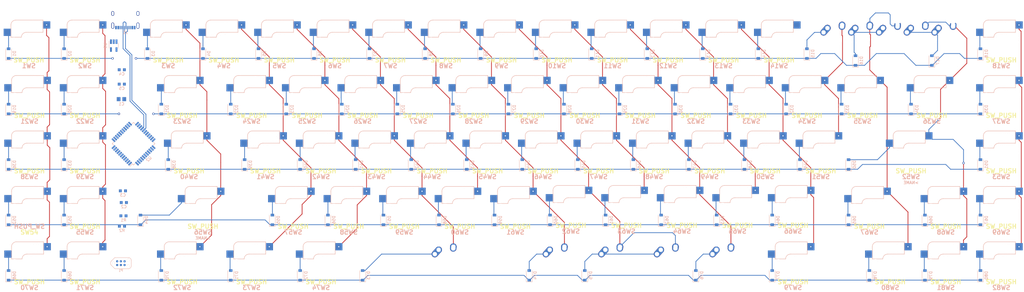
<source format=kicad_pcb>
(kicad_pcb (version 20171130) (host pcbnew "(5.0.0-rc2-dev-733-g23a9fcd91)")
  (layers (0 F.Cu signal) (31 B.Cu signal) (34 B.Paste user) (35 F.Paste user) (36 B.SilkS user) (37 F.SilkS user) (38 B.Mask user hide) (39 F.Mask user) (44 Edge.Cuts user))
  (net 0 "")
  (net 1 VCC)
  (net 2 GND)
  (net 3 "Net-(D1-Pad2)")
  (net 4 /ROW0)
  (net 5 "Net-(D2-Pad2)")
  (net 6 "Net-(D3-Pad2)")
  (net 7 "Net-(D4-Pad2)")
  (net 8 "Net-(D5-Pad2)")
  (net 9 "Net-(D6-Pad2)")
  (net 10 "Net-(D7-Pad2)")
  (net 11 "Net-(D8-Pad2)")
  (net 12 "Net-(D9-Pad2)")
  (net 13 "Net-(D10-Pad2)")
  (net 14 "Net-(D11-Pad2)")
  (net 15 "Net-(D12-Pad2)")
  (net 16 "Net-(D13-Pad2)")
  (net 17 "Net-(D14-Pad2)")
  (net 18 "Net-(D15-Pad2)")
  (net 19 "Net-(D16-Pad2)")
  (net 20 "Net-(D17-Pad2)")
  (net 21 "Net-(D18-Pad2)")
  (net 22 "Net-(D19-Pad2)")
  (net 23 /ROW1)
  (net 24 "Net-(D20-Pad2)")
  (net 25 "Net-(D21-Pad2)")
  (net 26 "Net-(D22-Pad2)")
  (net 27 "Net-(D23-Pad2)")
  (net 28 "Net-(D24-Pad2)")
  (net 29 "Net-(D25-Pad2)")
  (net 30 "Net-(D26-Pad2)")
  (net 31 "Net-(D27-Pad2)")
  (net 32 "Net-(D28-Pad2)")
  (net 33 "Net-(D29-Pad2)")
  (net 34 "Net-(D30-Pad2)")
  (net 35 "Net-(D31-Pad2)")
  (net 36 "Net-(D32-Pad2)")
  (net 37 "Net-(D33-Pad2)")
  (net 38 "Net-(D34-Pad2)")
  (net 39 "Net-(D35-Pad2)")
  (net 40 /ROW2)
  (net 41 "Net-(D36-Pad2)")
  (net 42 "Net-(D37-Pad2)")
  (net 43 "Net-(D38-Pad2)")
  (net 44 "Net-(D39-Pad2)")
  (net 45 "Net-(D40-Pad2)")
  (net 46 "Net-(D41-Pad2)")
  (net 47 "Net-(D42-Pad2)")
  (net 48 "Net-(D43-Pad2)")
  (net 49 "Net-(D44-Pad2)")
  (net 50 "Net-(D45-Pad2)")
  (net 51 "Net-(D46-Pad2)")
  (net 52 "Net-(D47-Pad2)")
  (net 53 "Net-(D48-Pad2)")
  (net 54 "Net-(D49-Pad2)")
  (net 55 "Net-(D50-Pad2)")
  (net 56 "Net-(D51-Pad2)")
  (net 57 "Net-(D52-Pad2)")
  (net 58 /ROW3)
  (net 59 "Net-(D53-Pad2)")
  (net 60 "Net-(D54-Pad2)")
  (net 61 "Net-(D55-Pad2)")
  (net 62 "Net-(D56-Pad2)")
  (net 63 "Net-(D57-Pad2)")
  (net 64 "Net-(D58-Pad2)")
  (net 65 "Net-(D59-Pad2)")
  (net 66 "Net-(D60-Pad2)")
  (net 67 "Net-(D61-Pad2)")
  (net 68 "Net-(D62-Pad2)")
  (net 69 "Net-(D63-Pad2)")
  (net 70 "Net-(D64-Pad2)")
  (net 71 "Net-(D65-Pad2)")
  (net 72 "Net-(D66-Pad2)")
  (net 73 "Net-(D67-Pad2)")
  (net 74 /ROW4)
  (net 75 "Net-(D68-Pad2)")
  (net 76 "Net-(D69-Pad2)")
  (net 77 "Net-(D70-Pad2)")
  (net 78 "Net-(D71-Pad2)")
  (net 79 "Net-(D72-Pad2)")
  (net 80 "Net-(D73-Pad2)")
  (net 81 "Net-(D74-Pad2)")
  (net 82 "Net-(D75-Pad2)")
  (net 83 "Net-(D76-Pad2)")
  (net 84 "Net-(D77-Pad2)")
  (net 85 "Net-(D78-Pad2)")
  (net 86 "Net-(D79-Pad2)")
  (net 87 "Net-(D80-Pad2)")
  (net 88 "Net-(J1-PadA6)")
  (net 89 +5V)
  (net 90 "Net-(J1-PadA7)")
  (net 91 "Net-(J1-PadA8)")
  (net 92 "Net-(J1-PadB5)")
  (net 93 "Net-(J1-PadA5)")
  (net 94 "Net-(J1-PadB8)")
  (net 95 /PDI)
  (net 96 "Net-(P1-Pad3)")
  (net 97 "Net-(P1-Pad4)")
  (net 98 /RST)
  (net 99 /COL0)
  (net 100 /COL1)
  (net 101 /COL2)
  (net 102 /COL3)
  (net 103 /COL4)
  (net 104 /COL5)
  (net 105 /COL6)
  (net 106 /COL7)
  (net 107 /COL8)
  (net 108 /COL9)
  (net 109 /COL10)
  (net 110 /COL11)
  (net 111 /COL12)
  (net 112 /COL13)
  (net 113 /COL14)
  (net 114 /COL15)
  (net 115 /COL16)
  (net 116 /COL17)
  (net 117 "Net-(U1-Pad4)")
  (net 118 "Net-(U2-Pad1)")
  (net 119 "Net-(U2-Pad2)")
  (net 120 "Net-(U2-Pad3)")
  (net 121 "Net-(U2-Pad4)")
  (net 122 "Net-(U2-Pad5)")
  (net 123 "Net-(U2-Pad6)")
  (net 124 "Net-(U2-Pad7)")
  (net 125 "Net-(U2-Pad10)")
  (net 126 "Net-(U2-Pad11)")
  (net 127 "Net-(U2-Pad12)")
  (net 128 "Net-(U2-Pad13)")
  (net 129 "Net-(U2-Pad14)")
  (net 130 "Net-(U2-Pad15)")
  (net 131 "Net-(U2-Pad16)")
  (net 132 "Net-(U2-Pad17)")
  (net 133 "Net-(U2-Pad20)")
  (net 134 "Net-(U2-Pad21)")
  (net 135 "Net-(U2-Pad22)")
  (net 136 "Net-(U2-Pad23)")
  (net 137 "Net-(U2-Pad24)")
  (net 138 "Net-(U2-Pad25)")
  (net 139 "Net-(U2-Pad28)")
  (net 140 "Net-(U2-Pad29)")
  (net 141 "Net-(U2-Pad32)")
  (net 142 "Net-(U2-Pad33)")
  (net 143 "Net-(U2-Pad36)")
  (net 144 "Net-(U2-Pad37)")
  (net 145 "Net-(U2-Pad40)")
  (net 146 "Net-(U2-Pad41)")
  (net 147 "Net-(U2-Pad42)")
  (net 148 "Net-(U2-Pad43)")
  (net 149 "Net-(U2-Pad44)")
  (module wood_misc:Mx_Stab_225 (layer F.Cu) (at 369.09375 290.5125)
    (fp_text reference >NAME (at 0 11) (layer B.SilkS) (effects (font (thickness 0.2)) (justify mirror)))
    (fp_text value >VALUE hide)
    (pad "" np_thru_hole circle (at 11.938 8.255) (size 3.9878 3.9878) (drill 3.9878) (layers *.Cu *.Mask))
    (pad "" np_thru_hole circle (at -11.938 8.255) (size 3.9878 3.9878) (drill 3.9878) (layers *.Cu *.Mask))
    (pad "" np_thru_hole circle (at 11.938 -6.985) (size 3.048 3.048) (drill 3.048) (layers *.Cu *.Mask))
    (pad "" np_thru_hole circle (at -11.938 -6.985) (size 3.048 3.048) (drill 3.048) (layers *.Cu *.Mask))
  )
  (module wood_kailh_socket:Kailh_MX_Socket (layer B.Cu) (at 66.675 290.5125 180)
    (fp_text reference SW38 (at 0 -9 180) (layer B.SilkS) (effects (font (size 1.524 1.524) (thickness 0.3048)) (justify mirror)))
    (fp_text value SW_PUSH (at 0 -7 180) (layer F.SilkS) (effects (font (size 1.524 1.524) (thickness 0.3048))))
    (pad 1 smd rect (at 7.36 2.54 180) (size 2.55 2.5) (layers B.Cu B.Paste B.Mask) (net 41 "Net-(D36-Pad2)"))
    (pad "" np_thru_hole circle (at 0 0 180) (size 3.98018 3.98018) (drill 3.98018) (layers *.Cu *.Mask))
    (pad "" np_thru_hole circle (at -2.54 5.08 180) (size 2.95 2.95) (drill 2.95) (layers *.Cu *.Mask))
    (pad "" np_thru_hole circle (at 3.81 2.54 180) (size 2.95 2.95) (drill 2.95) (layers *.Cu *.Mask))
    (pad 2 smd rect (at -6.09 5.08 180) (size 2.55 2.5) (layers B.Cu B.Paste B.Mask) (net 99 /COL0))
    (pad "" np_thru_hole circle (at -5.08 0 180) (size 1.7 1.7) (drill 1.7) (layers *.Cu *.Mask))
    (pad "" np_thru_hole circle (at 5.08 0 180) (size 1.7 1.7) (drill 1.7) (layers *.Cu *.Mask))
  )
  (module Capacitor_SMD:C_0805_2012Metric_Pad1.29x1.40mm_HandSolder (layer B.Cu) (at 98.242053 272.8277)
    (fp_text reference C1 (at 0 1.65) (layer B.SilkS) (effects (justify mirror)))
    (fp_text value 10uf)
    (pad 1 smd rect (at -0.9675 0) (size 1.295 1.4) (layers B.Cu B.Paste B.Mask) (net 1 VCC))
    (pad 2 smd rect (at 0.9675 0) (size 1.295 1.4) (layers B.Cu B.Paste B.Mask) (net 2 GND))
  )
  (module Capacitor_SMD:C_0603_1608Metric_Pad0.99x1.00mm_HandSolder (layer B.Cu) (at 99.06 308.356)
    (fp_text reference C2 (at 0 1.45) (layer B.SilkS) (effects (justify mirror)))
    (fp_text value 0.1uf)
    (pad 1 smd rect (at -0.8875 0) (size 0.995 1) (layers B.Cu B.Paste B.Mask) (net 1 VCC))
    (pad 2 smd rect (at 0.8875 0) (size 0.995 1) (layers B.Cu B.Paste B.Mask) (net 2 GND))
  )
  (module Capacitor_SMD:C_0603_1608Metric_Pad0.99x1.00mm_HandSolder (layer B.Cu) (at 98.749071 304.340076)
    (fp_text reference C3 (at 0 1.45) (layer B.SilkS) (effects (justify mirror)))
    (fp_text value 0.1uf)
    (pad 2 smd rect (at 0.8875 0) (size 0.995 1) (layers B.Cu B.Paste B.Mask) (net 2 GND))
    (pad 1 smd rect (at -0.8875 0) (size 0.995 1) (layers B.Cu B.Paste B.Mask) (net 1 VCC))
  )
  (module Capacitor_SMD:C_0603_1608Metric_Pad0.99x1.00mm_HandSolder (layer B.Cu) (at 98.360623 262.7277)
    (fp_text reference C4 (at 0 1.45) (layer B.SilkS) (effects (justify mirror)))
    (fp_text value 0.1uf)
    (pad 1 smd rect (at -0.8875 0) (size 0.995 1) (layers B.Cu B.Paste B.Mask) (net 1 VCC))
    (pad 2 smd rect (at 0.8875 0) (size 0.995 1) (layers B.Cu B.Paste B.Mask) (net 2 GND))
  )
  (module Capacitor_SMD:C_0603_1608Metric_Pad0.99x1.00mm_HandSolder (layer B.Cu) (at 98.360623 267.6777)
    (fp_text reference C5 (at 0 1.45) (layer B.SilkS) (effects (justify mirror)))
    (fp_text value 0.1uf)
    (pad 2 smd rect (at 0.8875 0) (size 0.995 1) (layers B.Cu B.Paste B.Mask) (net 2 GND))
    (pad 1 smd rect (at -0.8875 0) (size 0.995 1) (layers B.Cu B.Paste B.Mask) (net 1 VCC))
  )
  (module Diode_SMD:D_SOD-123 (layer B.Cu) (at 59.53125 257.175 90)
    (fp_text reference D1 (at 0 2 90) (layer B.SilkS) (effects (justify mirror)))
    (fp_text value D)
    (pad 2 smd rect (at 1.65 0 90) (size 0.9 1.2) (layers B.Cu B.Paste B.Mask) (net 3 "Net-(D1-Pad2)"))
    (pad 1 smd rect (at -1.65 0 90) (size 0.9 1.2) (layers B.Cu B.Paste B.Mask) (net 4 /ROW0))
  )
  (module Diode_SMD:D_SOD-123 (layer B.Cu) (at 78.58125 257.175 90)
    (fp_text reference D2 (at 0 2 90) (layer B.SilkS) (effects (justify mirror)))
    (fp_text value D)
    (pad 1 smd rect (at -1.65 0 90) (size 0.9 1.2) (layers B.Cu B.Paste B.Mask) (net 4 /ROW0))
    (pad 2 smd rect (at 1.65 0 90) (size 0.9 1.2) (layers B.Cu B.Paste B.Mask) (net 5 "Net-(D2-Pad2)"))
  )
  (module Diode_SMD:D_SOD-123 (layer B.Cu) (at 107.15625 257.175 90)
    (fp_text reference D3 (at 0 2 90) (layer B.SilkS) (effects (justify mirror)))
    (fp_text value D)
    (pad 2 smd rect (at 1.65 0 90) (size 0.9 1.2) (layers B.Cu B.Paste B.Mask) (net 6 "Net-(D3-Pad2)"))
    (pad 1 smd rect (at -1.65 0 90) (size 0.9 1.2) (layers B.Cu B.Paste B.Mask) (net 4 /ROW0))
  )
  (module Diode_SMD:D_SOD-123 (layer B.Cu) (at 126.20625 257.175 90)
    (fp_text reference D4 (at 0 2 90) (layer B.SilkS) (effects (justify mirror)))
    (fp_text value D)
    (pad 1 smd rect (at -1.65 0 90) (size 0.9 1.2) (layers B.Cu B.Paste B.Mask) (net 4 /ROW0))
    (pad 2 smd rect (at 1.65 0 90) (size 0.9 1.2) (layers B.Cu B.Paste B.Mask) (net 7 "Net-(D4-Pad2)"))
  )
  (module Diode_SMD:D_SOD-123 (layer B.Cu) (at 145.25625 257.175 90)
    (fp_text reference D5 (at 0 2 90) (layer B.SilkS) (effects (justify mirror)))
    (fp_text value D)
    (pad 2 smd rect (at 1.65 0 90) (size 0.9 1.2) (layers B.Cu B.Paste B.Mask) (net 8 "Net-(D5-Pad2)"))
    (pad 1 smd rect (at -1.65 0 90) (size 0.9 1.2) (layers B.Cu B.Paste B.Mask) (net 4 /ROW0))
  )
  (module Diode_SMD:D_SOD-123 (layer B.Cu) (at 164.30625 257.175 90)
    (fp_text reference D6 (at 0 2 90) (layer B.SilkS) (effects (justify mirror)))
    (fp_text value D)
    (pad 1 smd rect (at -1.65 0 90) (size 0.9 1.2) (layers B.Cu B.Paste B.Mask) (net 4 /ROW0))
    (pad 2 smd rect (at 1.65 0 90) (size 0.9 1.2) (layers B.Cu B.Paste B.Mask) (net 9 "Net-(D6-Pad2)"))
  )
  (module Diode_SMD:D_SOD-123 (layer B.Cu) (at 183.35625 257.175 90)
    (fp_text reference D7 (at 0 2 90) (layer B.SilkS) (effects (justify mirror)))
    (fp_text value D)
    (pad 2 smd rect (at 1.65 0 90) (size 0.9 1.2) (layers B.Cu B.Paste B.Mask) (net 10 "Net-(D7-Pad2)"))
    (pad 1 smd rect (at -1.65 0 90) (size 0.9 1.2) (layers B.Cu B.Paste B.Mask) (net 4 /ROW0))
  )
  (module Diode_SMD:D_SOD-123 (layer B.Cu) (at 202.40625 257.175 90)
    (fp_text reference D8 (at 0 2 90) (layer B.SilkS) (effects (justify mirror)))
    (fp_text value D)
    (pad 1 smd rect (at -1.65 0 90) (size 0.9 1.2) (layers B.Cu B.Paste B.Mask) (net 4 /ROW0))
    (pad 2 smd rect (at 1.65 0 90) (size 0.9 1.2) (layers B.Cu B.Paste B.Mask) (net 11 "Net-(D8-Pad2)"))
  )
  (module Diode_SMD:D_SOD-123 (layer B.Cu) (at 221.45625 257.175 90)
    (fp_text reference D9 (at 0 2 90) (layer B.SilkS) (effects (justify mirror)))
    (fp_text value D)
    (pad 2 smd rect (at 1.65 0 90) (size 0.9 1.2) (layers B.Cu B.Paste B.Mask) (net 12 "Net-(D9-Pad2)"))
    (pad 1 smd rect (at -1.65 0 90) (size 0.9 1.2) (layers B.Cu B.Paste B.Mask) (net 4 /ROW0))
  )
  (module Diode_SMD:D_SOD-123 (layer B.Cu) (at 240.50625 257.175 90)
    (fp_text reference D10 (at 0 2 90) (layer B.SilkS) (effects (justify mirror)))
    (fp_text value D)
    (pad 1 smd rect (at -1.65 0 90) (size 0.9 1.2) (layers B.Cu B.Paste B.Mask) (net 4 /ROW0))
    (pad 2 smd rect (at 1.65 0 90) (size 0.9 1.2) (layers B.Cu B.Paste B.Mask) (net 13 "Net-(D10-Pad2)"))
  )
  (module Diode_SMD:D_SOD-123 (layer B.Cu) (at 259.55625 257.175 90)
    (fp_text reference D11 (at 0 2 90) (layer B.SilkS) (effects (justify mirror)))
    (fp_text value D)
    (pad 2 smd rect (at 1.65 0 90) (size 0.9 1.2) (layers B.Cu B.Paste B.Mask) (net 14 "Net-(D11-Pad2)"))
    (pad 1 smd rect (at -1.65 0 90) (size 0.9 1.2) (layers B.Cu B.Paste B.Mask) (net 4 /ROW0))
  )
  (module Diode_SMD:D_SOD-123 (layer B.Cu) (at 278.60625 257.175 90)
    (fp_text reference D12 (at 0 2 90) (layer B.SilkS) (effects (justify mirror)))
    (fp_text value D)
    (pad 1 smd rect (at -1.65 0 90) (size 0.9 1.2) (layers B.Cu B.Paste B.Mask) (net 4 /ROW0))
    (pad 2 smd rect (at 1.65 0 90) (size 0.9 1.2) (layers B.Cu B.Paste B.Mask) (net 15 "Net-(D12-Pad2)"))
  )
  (module Diode_SMD:D_SOD-123 (layer B.Cu) (at 297.65625 257.175 90)
    (fp_text reference D13 (at 0 2 90) (layer B.SilkS) (effects (justify mirror)))
    (fp_text value D)
    (pad 2 smd rect (at 1.65 0 90) (size 0.9 1.2) (layers B.Cu B.Paste B.Mask) (net 16 "Net-(D13-Pad2)"))
    (pad 1 smd rect (at -1.65 0 90) (size 0.9 1.2) (layers B.Cu B.Paste B.Mask) (net 4 /ROW0))
  )
  (module Diode_SMD:D_SOD-123 (layer B.Cu) (at 316.70625 257.175 90)
    (fp_text reference D14 (at 0 2 90) (layer B.SilkS) (effects (justify mirror)))
    (fp_text value D)
    (pad 1 smd rect (at -1.65 0 90) (size 0.9 1.2) (layers B.Cu B.Paste B.Mask) (net 4 /ROW0))
    (pad 2 smd rect (at 1.65 0 90) (size 0.9 1.2) (layers B.Cu B.Paste B.Mask) (net 17 "Net-(D14-Pad2)"))
  )
  (module Diode_SMD:D_SOD-123 (layer B.Cu) (at 333.375 257.175 90)
    (fp_text reference D15 (at 0 2 90) (layer B.SilkS) (effects (justify mirror)))
    (fp_text value D)
    (pad 2 smd rect (at 1.65 0 90) (size 0.9 1.2) (layers B.Cu B.Paste B.Mask) (net 18 "Net-(D15-Pad2)"))
    (pad 1 smd rect (at -1.65 0 90) (size 0.9 1.2) (layers B.Cu B.Paste B.Mask) (net 4 /ROW0))
  )
  (module Diode_SMD:D_SOD-123 (layer B.Cu) (at 350.04375 259.55625 90)
    (fp_text reference D16 (at 0 2 90) (layer B.SilkS) (effects (justify mirror)))
    (fp_text value D)
    (pad 1 smd rect (at -1.65 0 90) (size 0.9 1.2) (layers B.Cu B.Paste B.Mask) (net 4 /ROW0))
    (pad 2 smd rect (at 1.65 0 90) (size 0.9 1.2) (layers B.Cu B.Paste B.Mask) (net 19 "Net-(D16-Pad2)"))
  )
  (module Diode_SMD:D_SOD-123 (layer B.Cu) (at 376.2375 259.55625 90)
    (fp_text reference D17 (at 0 2 90) (layer B.SilkS) (effects (justify mirror)))
    (fp_text value D)
    (pad 2 smd rect (at 1.65 0 90) (size 0.9 1.2) (layers B.Cu B.Paste B.Mask) (net 20 "Net-(D17-Pad2)"))
    (pad 1 smd rect (at -1.65 0 90) (size 0.9 1.2) (layers B.Cu B.Paste B.Mask) (net 4 /ROW0))
  )
  (module Diode_SMD:D_SOD-123 (layer B.Cu) (at 392.90625 257.175 90)
    (fp_text reference D18 (at 0 2 90) (layer B.SilkS) (effects (justify mirror)))
    (fp_text value D)
    (pad 1 smd rect (at -1.65 0 90) (size 0.9 1.2) (layers B.Cu B.Paste B.Mask) (net 4 /ROW0))
    (pad 2 smd rect (at 1.65 0 90) (size 0.9 1.2) (layers B.Cu B.Paste B.Mask) (net 21 "Net-(D18-Pad2)"))
  )
  (module Diode_SMD:D_SOD-123 (layer B.Cu) (at 59.53125 276.225 90)
    (fp_text reference D19 (at 0 2 90) (layer B.SilkS) (effects (justify mirror)))
    (fp_text value D)
    (pad 2 smd rect (at 1.65 0 90) (size 0.9 1.2) (layers B.Cu B.Paste B.Mask) (net 22 "Net-(D19-Pad2)"))
    (pad 1 smd rect (at -1.65 0 90) (size 0.9 1.2) (layers B.Cu B.Paste B.Mask) (net 23 /ROW1))
  )
  (module Diode_SMD:D_SOD-123 (layer B.Cu) (at 78.58125 276.225 90)
    (fp_text reference D20 (at 0 2 90) (layer B.SilkS) (effects (justify mirror)))
    (fp_text value D)
    (pad 1 smd rect (at -1.65 0 90) (size 0.9 1.2) (layers B.Cu B.Paste B.Mask) (net 23 /ROW1))
    (pad 2 smd rect (at 1.65 0 90) (size 0.9 1.2) (layers B.Cu B.Paste B.Mask) (net 24 "Net-(D20-Pad2)"))
  )
  (module Diode_SMD:D_SOD-123 (layer B.Cu) (at 111.91875 276.225 90)
    (fp_text reference D21 (at 0 2 90) (layer B.SilkS) (effects (justify mirror)))
    (fp_text value D)
    (pad 2 smd rect (at 1.65 0 90) (size 0.9 1.2) (layers B.Cu B.Paste B.Mask) (net 25 "Net-(D21-Pad2)"))
    (pad 1 smd rect (at -1.65 0 90) (size 0.9 1.2) (layers B.Cu B.Paste B.Mask) (net 23 /ROW1))
  )
  (module Diode_SMD:D_SOD-123 (layer B.Cu) (at 135.73125 276.225 90)
    (fp_text reference D22 (at 0 2 90) (layer B.SilkS) (effects (justify mirror)))
    (fp_text value D)
    (pad 1 smd rect (at -1.65 0 90) (size 0.9 1.2) (layers B.Cu B.Paste B.Mask) (net 23 /ROW1))
    (pad 2 smd rect (at 1.65 0 90) (size 0.9 1.2) (layers B.Cu B.Paste B.Mask) (net 26 "Net-(D22-Pad2)"))
  )
  (module Diode_SMD:D_SOD-123 (layer B.Cu) (at 154.78125 276.225 90)
    (fp_text reference D23 (at 0 2 90) (layer B.SilkS) (effects (justify mirror)))
    (fp_text value D)
    (pad 2 smd rect (at 1.65 0 90) (size 0.9 1.2) (layers B.Cu B.Paste B.Mask) (net 27 "Net-(D23-Pad2)"))
    (pad 1 smd rect (at -1.65 0 90) (size 0.9 1.2) (layers B.Cu B.Paste B.Mask) (net 23 /ROW1))
  )
  (module Diode_SMD:D_SOD-123 (layer B.Cu) (at 173.83125 276.225 90)
    (fp_text reference D24 (at 0 2 90) (layer B.SilkS) (effects (justify mirror)))
    (fp_text value D)
    (pad 1 smd rect (at -1.65 0 90) (size 0.9 1.2) (layers B.Cu B.Paste B.Mask) (net 23 /ROW1))
    (pad 2 smd rect (at 1.65 0 90) (size 0.9 1.2) (layers B.Cu B.Paste B.Mask) (net 28 "Net-(D24-Pad2)"))
  )
  (module Diode_SMD:D_SOD-123 (layer B.Cu) (at 192.88125 276.225 90)
    (fp_text reference D25 (at 0 2 90) (layer B.SilkS) (effects (justify mirror)))
    (fp_text value D)
    (pad 2 smd rect (at 1.65 0 90) (size 0.9 1.2) (layers B.Cu B.Paste B.Mask) (net 29 "Net-(D25-Pad2)"))
    (pad 1 smd rect (at -1.65 0 90) (size 0.9 1.2) (layers B.Cu B.Paste B.Mask) (net 23 /ROW1))
  )
  (module Diode_SMD:D_SOD-123 (layer B.Cu) (at 211.93125 276.225 90)
    (fp_text reference D26 (at 0 2 90) (layer B.SilkS) (effects (justify mirror)))
    (fp_text value D)
    (pad 1 smd rect (at -1.65 0 90) (size 0.9 1.2) (layers B.Cu B.Paste B.Mask) (net 23 /ROW1))
    (pad 2 smd rect (at 1.65 0 90) (size 0.9 1.2) (layers B.Cu B.Paste B.Mask) (net 30 "Net-(D26-Pad2)"))
  )
  (module Diode_SMD:D_SOD-123 (layer B.Cu) (at 230.98125 276.225 90)
    (fp_text reference D27 (at 0 2 90) (layer B.SilkS) (effects (justify mirror)))
    (fp_text value D)
    (pad 2 smd rect (at 1.65 0 90) (size 0.9 1.2) (layers B.Cu B.Paste B.Mask) (net 31 "Net-(D27-Pad2)"))
    (pad 1 smd rect (at -1.65 0 90) (size 0.9 1.2) (layers B.Cu B.Paste B.Mask) (net 23 /ROW1))
  )
  (module Diode_SMD:D_SOD-123 (layer B.Cu) (at 250.03125 276.225 90)
    (fp_text reference D28 (at 0 2 90) (layer B.SilkS) (effects (justify mirror)))
    (fp_text value D)
    (pad 1 smd rect (at -1.65 0 90) (size 0.9 1.2) (layers B.Cu B.Paste B.Mask) (net 23 /ROW1))
    (pad 2 smd rect (at 1.65 0 90) (size 0.9 1.2) (layers B.Cu B.Paste B.Mask) (net 32 "Net-(D28-Pad2)"))
  )
  (module Diode_SMD:D_SOD-123 (layer B.Cu) (at 269.08125 276.225 90)
    (fp_text reference D29 (at 0 2 90) (layer B.SilkS) (effects (justify mirror)))
    (fp_text value D)
    (pad 2 smd rect (at 1.65 0 90) (size 0.9 1.2) (layers B.Cu B.Paste B.Mask) (net 33 "Net-(D29-Pad2)"))
    (pad 1 smd rect (at -1.65 0 90) (size 0.9 1.2) (layers B.Cu B.Paste B.Mask) (net 23 /ROW1))
  )
  (module Diode_SMD:D_SOD-123 (layer B.Cu) (at 288.13125 276.225 90)
    (fp_text reference D30 (at 0 2 90) (layer B.SilkS) (effects (justify mirror)))
    (fp_text value D)
    (pad 1 smd rect (at -1.65 0 90) (size 0.9 1.2) (layers B.Cu B.Paste B.Mask) (net 23 /ROW1))
    (pad 2 smd rect (at 1.65 0 90) (size 0.9 1.2) (layers B.Cu B.Paste B.Mask) (net 34 "Net-(D30-Pad2)"))
  )
  (module Diode_SMD:D_SOD-123 (layer B.Cu) (at 307.18125 276.225 90)
    (fp_text reference D31 (at 0 2 90) (layer B.SilkS) (effects (justify mirror)))
    (fp_text value D)
    (pad 2 smd rect (at 1.65 0 90) (size 0.9 1.2) (layers B.Cu B.Paste B.Mask) (net 35 "Net-(D31-Pad2)"))
    (pad 1 smd rect (at -1.65 0 90) (size 0.9 1.2) (layers B.Cu B.Paste B.Mask) (net 23 /ROW1))
  )
  (module Diode_SMD:D_SOD-123 (layer B.Cu) (at 326.23125 276.225 90)
    (fp_text reference D32 (at 0 2 90) (layer B.SilkS) (effects (justify mirror)))
    (fp_text value D)
    (pad 1 smd rect (at -1.65 0 90) (size 0.9 1.2) (layers B.Cu B.Paste B.Mask) (net 23 /ROW1))
    (pad 2 smd rect (at 1.65 0 90) (size 0.9 1.2) (layers B.Cu B.Paste B.Mask) (net 36 "Net-(D32-Pad2)"))
  )
  (module Diode_SMD:D_SOD-123 (layer B.Cu) (at 345.28125 276.225 90)
    (fp_text reference D33 (at 0 2 90) (layer B.SilkS) (effects (justify mirror)))
    (fp_text value D)
    (pad 1 smd rect (at -1.65 0 90) (size 0.9 1.2) (layers B.Cu B.Paste B.Mask) (net 23 /ROW1))
    (pad 2 smd rect (at 1.65 0 90) (size 0.9 1.2) (layers B.Cu B.Paste B.Mask) (net 37 "Net-(D33-Pad2)"))
  )
  (module Diode_SMD:D_SOD-123 (layer B.Cu) (at 369.09375 276.225 90)
    (fp_text reference D34 (at 0 2 90) (layer B.SilkS) (effects (justify mirror)))
    (fp_text value D)
    (pad 1 smd rect (at -1.65 0 90) (size 0.9 1.2) (layers B.Cu B.Paste B.Mask) (net 23 /ROW1))
    (pad 2 smd rect (at 1.65 0 90) (size 0.9 1.2) (layers B.Cu B.Paste B.Mask) (net 38 "Net-(D34-Pad2)"))
  )
  (module Diode_SMD:D_SOD-123 (layer B.Cu) (at 392.90625 276.225 90)
    (fp_text reference D35 (at 0 2 90) (layer B.SilkS) (effects (justify mirror)))
    (fp_text value D)
    (pad 2 smd rect (at 1.65 0 90) (size 0.9 1.2) (layers B.Cu B.Paste B.Mask) (net 39 "Net-(D35-Pad2)"))
    (pad 1 smd rect (at -1.65 0 90) (size 0.9 1.2) (layers B.Cu B.Paste B.Mask) (net 23 /ROW1))
  )
  (module Diode_SMD:D_SOD-123 (layer B.Cu) (at 59.53125 295.275 90)
    (fp_text reference D36 (at 0 2 90) (layer B.SilkS) (effects (justify mirror)))
    (fp_text value D)
    (pad 1 smd rect (at -1.65 0 90) (size 0.9 1.2) (layers B.Cu B.Paste B.Mask) (net 40 /ROW2))
    (pad 2 smd rect (at 1.65 0 90) (size 0.9 1.2) (layers B.Cu B.Paste B.Mask) (net 41 "Net-(D36-Pad2)"))
  )
  (module Diode_SMD:D_SOD-123 (layer B.Cu) (at 78.58125 295.275 90)
    (fp_text reference D37 (at 0 2 90) (layer B.SilkS) (effects (justify mirror)))
    (fp_text value D)
    (pad 2 smd rect (at 1.65 0 90) (size 0.9 1.2) (layers B.Cu B.Paste B.Mask) (net 42 "Net-(D37-Pad2)"))
    (pad 1 smd rect (at -1.65 0 90) (size 0.9 1.2) (layers B.Cu B.Paste B.Mask) (net 40 /ROW2))
  )
  (module Diode_SMD:D_SOD-123 (layer B.Cu) (at 114.3 295.275 90)
    (fp_text reference D38 (at 0 2 90) (layer B.SilkS) (effects (justify mirror)))
    (fp_text value D)
    (pad 1 smd rect (at -1.65 0 90) (size 0.9 1.2) (layers B.Cu B.Paste B.Mask) (net 40 /ROW2))
    (pad 2 smd rect (at 1.65 0 90) (size 0.9 1.2) (layers B.Cu B.Paste B.Mask) (net 43 "Net-(D38-Pad2)"))
  )
  (module Diode_SMD:D_SOD-123 (layer B.Cu) (at 140.49375 295.275 90)
    (fp_text reference D39 (at 0 2 90) (layer B.SilkS) (effects (justify mirror)))
    (fp_text value D)
    (pad 2 smd rect (at 1.65 0 90) (size 0.9 1.2) (layers B.Cu B.Paste B.Mask) (net 44 "Net-(D39-Pad2)"))
    (pad 1 smd rect (at -1.65 0 90) (size 0.9 1.2) (layers B.Cu B.Paste B.Mask) (net 40 /ROW2))
  )
  (module Diode_SMD:D_SOD-123 (layer B.Cu) (at 159.54375 295.275 90)
    (fp_text reference D40 (at 0 2 90) (layer B.SilkS) (effects (justify mirror)))
    (fp_text value D)
    (pad 1 smd rect (at -1.65 0 90) (size 0.9 1.2) (layers B.Cu B.Paste B.Mask) (net 40 /ROW2))
    (pad 2 smd rect (at 1.65 0 90) (size 0.9 1.2) (layers B.Cu B.Paste B.Mask) (net 45 "Net-(D40-Pad2)"))
  )
  (module Diode_SMD:D_SOD-123 (layer B.Cu) (at 178.59375 295.275 90)
    (fp_text reference D41 (at 0 2 90) (layer B.SilkS) (effects (justify mirror)))
    (fp_text value D)
    (pad 2 smd rect (at 1.65 0 90) (size 0.9 1.2) (layers B.Cu B.Paste B.Mask) (net 46 "Net-(D41-Pad2)"))
    (pad 1 smd rect (at -1.65 0 90) (size 0.9 1.2) (layers B.Cu B.Paste B.Mask) (net 40 /ROW2))
  )
  (module Diode_SMD:D_SOD-123 (layer B.Cu) (at 197.64375 295.275 90)
    (fp_text reference D42 (at 0 2 90) (layer B.SilkS) (effects (justify mirror)))
    (fp_text value D)
    (pad 2 smd rect (at 1.65 0 90) (size 0.9 1.2) (layers B.Cu B.Paste B.Mask) (net 47 "Net-(D42-Pad2)"))
    (pad 1 smd rect (at -1.65 0 90) (size 0.9 1.2) (layers B.Cu B.Paste B.Mask) (net 40 /ROW2))
  )
  (module Diode_SMD:D_SOD-123 (layer B.Cu) (at 216.69375 295.275 90)
    (fp_text reference D43 (at 0 2 90) (layer B.SilkS) (effects (justify mirror)))
    (fp_text value D)
    (pad 2 smd rect (at 1.65 0 90) (size 0.9 1.2) (layers B.Cu B.Paste B.Mask) (net 48 "Net-(D43-Pad2)"))
    (pad 1 smd rect (at -1.65 0 90) (size 0.9 1.2) (layers B.Cu B.Paste B.Mask) (net 40 /ROW2))
  )
  (module Diode_SMD:D_SOD-123 (layer B.Cu) (at 235.74375 295.275 90)
    (fp_text reference D44 (at 0 2 90) (layer B.SilkS) (effects (justify mirror)))
    (fp_text value D)
    (pad 2 smd rect (at 1.65 0 90) (size 0.9 1.2) (layers B.Cu B.Paste B.Mask) (net 49 "Net-(D44-Pad2)"))
    (pad 1 smd rect (at -1.65 0 90) (size 0.9 1.2) (layers B.Cu B.Paste B.Mask) (net 40 /ROW2))
  )
  (module Diode_SMD:D_SOD-123 (layer B.Cu) (at 254.79375 295.275 90)
    (fp_text reference D45 (at 0 2 90) (layer B.SilkS) (effects (justify mirror)))
    (fp_text value D)
    (pad 1 smd rect (at -1.65 0 90) (size 0.9 1.2) (layers B.Cu B.Paste B.Mask) (net 40 /ROW2))
    (pad 2 smd rect (at 1.65 0 90) (size 0.9 1.2) (layers B.Cu B.Paste B.Mask) (net 50 "Net-(D45-Pad2)"))
  )
  (module Diode_SMD:D_SOD-123 (layer B.Cu) (at 273.84375 295.275 90)
    (fp_text reference D46 (at 0 2 90) (layer B.SilkS) (effects (justify mirror)))
    (fp_text value D)
    (pad 2 smd rect (at 1.65 0 90) (size 0.9 1.2) (layers B.Cu B.Paste B.Mask) (net 51 "Net-(D46-Pad2)"))
    (pad 1 smd rect (at -1.65 0 90) (size 0.9 1.2) (layers B.Cu B.Paste B.Mask) (net 40 /ROW2))
  )
  (module Diode_SMD:D_SOD-123 (layer B.Cu) (at 292.89375 295.275 90)
    (fp_text reference D47 (at 0 2 90) (layer B.SilkS) (effects (justify mirror)))
    (fp_text value D)
    (pad 1 smd rect (at -1.65 0 90) (size 0.9 1.2) (layers B.Cu B.Paste B.Mask) (net 40 /ROW2))
    (pad 2 smd rect (at 1.65 0 90) (size 0.9 1.2) (layers B.Cu B.Paste B.Mask) (net 52 "Net-(D47-Pad2)"))
  )
  (module Diode_SMD:D_SOD-123 (layer B.Cu) (at 311.94375 295.275 90)
    (fp_text reference D48 (at 0 2 90) (layer B.SilkS) (effects (justify mirror)))
    (fp_text value D)
    (pad 2 smd rect (at 1.65 0 90) (size 0.9 1.2) (layers B.Cu B.Paste B.Mask) (net 53 "Net-(D48-Pad2)"))
    (pad 1 smd rect (at -1.65 0 90) (size 0.9 1.2) (layers B.Cu B.Paste B.Mask) (net 40 /ROW2))
  )
  (module Diode_SMD:D_SOD-123 (layer B.Cu) (at 330.99375 295.275 90)
    (fp_text reference D49 (at 0 2 90) (layer B.SilkS) (effects (justify mirror)))
    (fp_text value D)
    (pad 1 smd rect (at -1.65 0 90) (size 0.9 1.2) (layers B.Cu B.Paste B.Mask) (net 40 /ROW2))
    (pad 2 smd rect (at 1.65 0 90) (size 0.9 1.2) (layers B.Cu B.Paste B.Mask) (net 54 "Net-(D49-Pad2)"))
  )
  (module Diode_SMD:D_SOD-123 (layer B.Cu) (at 347.6625 295.275 90)
    (fp_text reference D50 (at 0 2 90) (layer B.SilkS) (effects (justify mirror)))
    (fp_text value D)
    (pad 2 smd rect (at 1.65 0 90) (size 0.9 1.2) (layers B.Cu B.Paste B.Mask) (net 55 "Net-(D50-Pad2)"))
    (pad 1 smd rect (at -1.65 0 90) (size 0.9 1.2) (layers B.Cu B.Paste B.Mask) (net 40 /ROW2))
  )
  (module Diode_SMD:D_SOD-123 (layer B.Cu) (at 392.90625 295.275 90)
    (fp_text reference D51 (at 0 2 90) (layer B.SilkS) (effects (justify mirror)))
    (fp_text value D)
    (pad 1 smd rect (at -1.65 0 90) (size 0.9 1.2) (layers B.Cu B.Paste B.Mask) (net 40 /ROW2))
    (pad 2 smd rect (at 1.65 0 90) (size 0.9 1.2) (layers B.Cu B.Paste B.Mask) (net 56 "Net-(D51-Pad2)"))
  )
  (module Diode_SMD:D_SOD-123 (layer B.Cu) (at 59.53125 314.325 90)
    (fp_text reference D52 (at 0 2 90) (layer B.SilkS) (effects (justify mirror)))
    (fp_text value D)
    (pad 2 smd rect (at 1.65 0 90) (size 0.9 1.2) (layers B.Cu B.Paste B.Mask) (net 57 "Net-(D52-Pad2)"))
    (pad 1 smd rect (at -1.65 0 90) (size 0.9 1.2) (layers B.Cu B.Paste B.Mask) (net 58 /ROW3))
  )
  (module Diode_SMD:D_SOD-123 (layer B.Cu) (at 78.58125 314.325 90)
    (fp_text reference D53 (at 0 2 90) (layer B.SilkS) (effects (justify mirror)))
    (fp_text value D)
    (pad 1 smd rect (at -1.65 0 90) (size 0.9 1.2) (layers B.Cu B.Paste B.Mask) (net 58 /ROW3))
    (pad 2 smd rect (at 1.65 0 90) (size 0.9 1.2) (layers B.Cu B.Paste B.Mask) (net 59 "Net-(D53-Pad2)"))
  )
  (module Diode_SMD:D_SOD-123 (layer B.Cu) (at 104.775 314.325 90)
    (fp_text reference D54 (at 0 2 90) (layer B.SilkS) (effects (justify mirror)))
    (fp_text value D)
    (pad 2 smd rect (at 1.65 0 90) (size 0.9 1.2) (layers B.Cu B.Paste B.Mask) (net 60 "Net-(D54-Pad2)"))
    (pad 1 smd rect (at -1.65 0 90) (size 0.9 1.2) (layers B.Cu B.Paste B.Mask) (net 58 /ROW3))
  )
  (module Diode_SMD:D_SOD-123 (layer B.Cu) (at 150.01875 314.325 90)
    (fp_text reference D55 (at 0 2 90) (layer B.SilkS) (effects (justify mirror)))
    (fp_text value D)
    (pad 1 smd rect (at -1.65 0 90) (size 0.9 1.2) (layers B.Cu B.Paste B.Mask) (net 58 /ROW3))
    (pad 2 smd rect (at 1.65 0 90) (size 0.9 1.2) (layers B.Cu B.Paste B.Mask) (net 61 "Net-(D55-Pad2)"))
  )
  (module Diode_SMD:D_SOD-123 (layer B.Cu) (at 169.06875 314.325 90)
    (fp_text reference D56 (at 0 2 90) (layer B.SilkS) (effects (justify mirror)))
    (fp_text value D)
    (pad 2 smd rect (at 1.65 0 90) (size 0.9 1.2) (layers B.Cu B.Paste B.Mask) (net 62 "Net-(D56-Pad2)"))
    (pad 1 smd rect (at -1.65 0 90) (size 0.9 1.2) (layers B.Cu B.Paste B.Mask) (net 58 /ROW3))
  )
  (module Diode_SMD:D_SOD-123 (layer B.Cu) (at 188.11875 314.325 90)
    (fp_text reference D57 (at 0 2 90) (layer B.SilkS) (effects (justify mirror)))
    (fp_text value D)
    (pad 1 smd rect (at -1.65 0 90) (size 0.9 1.2) (layers B.Cu B.Paste B.Mask) (net 58 /ROW3))
    (pad 2 smd rect (at 1.65 0 90) (size 0.9 1.2) (layers B.Cu B.Paste B.Mask) (net 63 "Net-(D57-Pad2)"))
  )
  (module Diode_SMD:D_SOD-123 (layer B.Cu) (at 207.16875 314.325 90)
    (fp_text reference D58 (at 0 2 90) (layer B.SilkS) (effects (justify mirror)))
    (fp_text value D)
    (pad 1 smd rect (at -1.65 0 90) (size 0.9 1.2) (layers B.Cu B.Paste B.Mask) (net 58 /ROW3))
    (pad 2 smd rect (at 1.65 0 90) (size 0.9 1.2) (layers B.Cu B.Paste B.Mask) (net 64 "Net-(D58-Pad2)"))
  )
  (module Diode_SMD:D_SOD-123 (layer B.Cu) (at 226.21875 314.325 90)
    (fp_text reference D59 (at 0 2 90) (layer B.SilkS) (effects (justify mirror)))
    (fp_text value D)
    (pad 1 smd rect (at -1.65 0 90) (size 0.9 1.2) (layers B.Cu B.Paste B.Mask) (net 58 /ROW3))
    (pad 2 smd rect (at 1.65 0 90) (size 0.9 1.2) (layers B.Cu B.Paste B.Mask) (net 65 "Net-(D59-Pad2)"))
  )
  (module Diode_SMD:D_SOD-123 (layer B.Cu) (at 245.26875 314.325 90)
    (fp_text reference D60 (at 0 2 90) (layer B.SilkS) (effects (justify mirror)))
    (fp_text value D)
    (pad 1 smd rect (at -1.65 0 90) (size 0.9 1.2) (layers B.Cu B.Paste B.Mask) (net 58 /ROW3))
    (pad 2 smd rect (at 1.65 0 90) (size 0.9 1.2) (layers B.Cu B.Paste B.Mask) (net 66 "Net-(D60-Pad2)"))
  )
  (module Diode_SMD:D_SOD-123 (layer B.Cu) (at 264.31875 314.325 90)
    (fp_text reference D61 (at 0 2 90) (layer B.SilkS) (effects (justify mirror)))
    (fp_text value D)
    (pad 2 smd rect (at 1.65 0 90) (size 0.9 1.2) (layers B.Cu B.Paste B.Mask) (net 67 "Net-(D61-Pad2)"))
    (pad 1 smd rect (at -1.65 0 90) (size 0.9 1.2) (layers B.Cu B.Paste B.Mask) (net 58 /ROW3))
  )
  (module Diode_SMD:D_SOD-123 (layer B.Cu) (at 283.36875 314.325 90)
    (fp_text reference D62 (at 0 2 90) (layer B.SilkS) (effects (justify mirror)))
    (fp_text value D)
    (pad 2 smd rect (at 1.65 0 90) (size 0.9 1.2) (layers B.Cu B.Paste B.Mask) (net 68 "Net-(D62-Pad2)"))
    (pad 1 smd rect (at -1.65 0 90) (size 0.9 1.2) (layers B.Cu B.Paste B.Mask) (net 58 /ROW3))
  )
  (module Diode_SMD:D_SOD-123 (layer B.Cu) (at 302.41875 314.325 90)
    (fp_text reference D63 (at 0 2 90) (layer B.SilkS) (effects (justify mirror)))
    (fp_text value D)
    (pad 1 smd rect (at -1.65 0 90) (size 0.9 1.2) (layers B.Cu B.Paste B.Mask) (net 58 /ROW3))
    (pad 2 smd rect (at 1.65 0 90) (size 0.9 1.2) (layers B.Cu B.Paste B.Mask) (net 69 "Net-(D63-Pad2)"))
  )
  (module Diode_SMD:D_SOD-123 (layer B.Cu) (at 321.46875 314.325 90)
    (fp_text reference D64 (at 0 2 90) (layer B.SilkS) (effects (justify mirror)))
    (fp_text value D)
    (pad 1 smd rect (at -1.65 0 90) (size 0.9 1.2) (layers B.Cu B.Paste B.Mask) (net 58 /ROW3))
    (pad 2 smd rect (at 1.65 0 90) (size 0.9 1.2) (layers B.Cu B.Paste B.Mask) (net 70 "Net-(D64-Pad2)"))
  )
  (module Diode_SMD:D_SOD-123 (layer B.Cu) (at 347.6625 314.325 90)
    (fp_text reference D65 (at 0 2 90) (layer B.SilkS) (effects (justify mirror)))
    (fp_text value D)
    (pad 2 smd rect (at 1.65 0 90) (size 0.9 1.2) (layers B.Cu B.Paste B.Mask) (net 71 "Net-(D65-Pad2)"))
    (pad 1 smd rect (at -1.65 0 90) (size 0.9 1.2) (layers B.Cu B.Paste B.Mask) (net 58 /ROW3))
  )
  (module Diode_SMD:D_SOD-123 (layer B.Cu) (at 373.85625 314.325 90)
    (fp_text reference D66 (at 0 2 90) (layer B.SilkS) (effects (justify mirror)))
    (fp_text value D)
    (pad 2 smd rect (at 1.65 0 90) (size 0.9 1.2) (layers B.Cu B.Paste B.Mask) (net 72 "Net-(D66-Pad2)"))
    (pad 1 smd rect (at -1.65 0 90) (size 0.9 1.2) (layers B.Cu B.Paste B.Mask) (net 58 /ROW3))
  )
  (module Diode_SMD:D_SOD-123 (layer B.Cu) (at 392.90625 314.325 90)
    (fp_text reference D67 (at 0 2 90) (layer B.SilkS) (effects (justify mirror)))
    (fp_text value D)
    (pad 2 smd rect (at 1.65 0 90) (size 0.9 1.2) (layers B.Cu B.Paste B.Mask) (net 73 "Net-(D67-Pad2)"))
    (pad 1 smd rect (at -1.65 0 90) (size 0.9 1.2) (layers B.Cu B.Paste B.Mask) (net 58 /ROW3))
  )
  (module Diode_SMD:D_SOD-123 (layer B.Cu) (at 59.53125 333.375 90)
    (fp_text reference D68 (at 0 2 90) (layer B.SilkS) (effects (justify mirror)))
    (fp_text value D)
    (pad 1 smd rect (at -1.65 0 90) (size 0.9 1.2) (layers B.Cu B.Paste B.Mask) (net 74 /ROW4))
    (pad 2 smd rect (at 1.65 0 90) (size 0.9 1.2) (layers B.Cu B.Paste B.Mask) (net 75 "Net-(D68-Pad2)"))
  )
  (module Diode_SMD:D_SOD-123 (layer B.Cu) (at 78.58125 333.375 90)
    (fp_text reference D69 (at 0 2 90) (layer B.SilkS) (effects (justify mirror)))
    (fp_text value D)
    (pad 2 smd rect (at 1.65 0 90) (size 0.9 1.2) (layers B.Cu B.Paste B.Mask) (net 76 "Net-(D69-Pad2)"))
    (pad 1 smd rect (at -1.65 0 90) (size 0.9 1.2) (layers B.Cu B.Paste B.Mask) (net 74 /ROW4))
  )
  (module Diode_SMD:D_SOD-123 (layer B.Cu) (at 111.91875 333.375 90)
    (fp_text reference D70 (at 0 2 90) (layer B.SilkS) (effects (justify mirror)))
    (fp_text value D)
    (pad 1 smd rect (at -1.65 0 90) (size 0.9 1.2) (layers B.Cu B.Paste B.Mask) (net 74 /ROW4))
    (pad 2 smd rect (at 1.65 0 90) (size 0.9 1.2) (layers B.Cu B.Paste B.Mask) (net 77 "Net-(D70-Pad2)"))
  )
  (module Diode_SMD:D_SOD-123 (layer B.Cu) (at 135.73125 333.375 90)
    (fp_text reference D71 (at 0 2 90) (layer B.SilkS) (effects (justify mirror)))
    (fp_text value D)
    (pad 1 smd rect (at -1.65 0 90) (size 0.9 1.2) (layers B.Cu B.Paste B.Mask) (net 74 /ROW4))
    (pad 2 smd rect (at 1.65 0 90) (size 0.9 1.2) (layers B.Cu B.Paste B.Mask) (net 78 "Net-(D71-Pad2)"))
  )
  (module Diode_SMD:D_SOD-123 (layer B.Cu) (at 159.54375 333.375 90)
    (fp_text reference D72 (at 0 2 90) (layer B.SilkS) (effects (justify mirror)))
    (fp_text value D)
    (pad 2 smd rect (at 1.65 0 90) (size 0.9 1.2) (layers B.Cu B.Paste B.Mask) (net 79 "Net-(D72-Pad2)"))
    (pad 1 smd rect (at -1.65 0 90) (size 0.9 1.2) (layers B.Cu B.Paste B.Mask) (net 74 /ROW4))
  )
  (module Diode_SMD:D_SOD-123 (layer B.Cu) (at 180.975 333.375 90)
    (fp_text reference D73 (at 0 2 90) (layer B.SilkS) (effects (justify mirror)))
    (fp_text value D)
    (pad 2 smd rect (at 1.65 0 90) (size 0.9 1.2) (layers B.Cu B.Paste B.Mask) (net 80 "Net-(D73-Pad2)"))
    (pad 1 smd rect (at -1.65 0 90) (size 0.9 1.2) (layers B.Cu B.Paste B.Mask) (net 74 /ROW4))
  )
  (module Diode_SMD:D_SOD-123 (layer B.Cu) (at 238.125 333.375 90)
    (fp_text reference D74 (at 0 2 90) (layer B.SilkS) (effects (justify mirror)))
    (fp_text value D)
    (pad 1 smd rect (at -1.65 0 90) (size 0.9 1.2) (layers B.Cu B.Paste B.Mask) (net 74 /ROW4))
    (pad 2 smd rect (at 1.65 0 90) (size 0.9 1.2) (layers B.Cu B.Paste B.Mask) (net 81 "Net-(D74-Pad2)"))
  )
  (module Diode_SMD:D_SOD-123 (layer B.Cu) (at 257.175 333.375 90)
    (fp_text reference D75 (at 0 2 90) (layer B.SilkS) (effects (justify mirror)))
    (fp_text value D)
    (pad 2 smd rect (at 1.65 0 90) (size 0.9 1.2) (layers B.Cu B.Paste B.Mask) (net 82 "Net-(D75-Pad2)"))
    (pad 1 smd rect (at -1.65 0 90) (size 0.9 1.2) (layers B.Cu B.Paste B.Mask) (net 74 /ROW4))
  )
  (module Diode_SMD:D_SOD-123 (layer B.Cu) (at 295.275 333.375 90)
    (fp_text reference D76 (at 0 2 90) (layer B.SilkS) (effects (justify mirror)))
    (fp_text value D)
    (pad 2 smd rect (at 1.65 0 90) (size 0.9 1.2) (layers B.Cu B.Paste B.Mask) (net 83 "Net-(D76-Pad2)"))
    (pad 1 smd rect (at -1.65 0 90) (size 0.9 1.2) (layers B.Cu B.Paste B.Mask) (net 74 /ROW4))
  )
  (module Diode_SMD:D_SOD-123 (layer B.Cu) (at 321.46875 333.375 90)
    (fp_text reference D77 (at 0 2 90) (layer B.SilkS) (effects (justify mirror)))
    (fp_text value D)
    (pad 1 smd rect (at -1.65 0 90) (size 0.9 1.2) (layers B.Cu B.Paste B.Mask) (net 74 /ROW4))
    (pad 2 smd rect (at 1.65 0 90) (size 0.9 1.2) (layers B.Cu B.Paste B.Mask) (net 84 "Net-(D77-Pad2)"))
  )
  (module Diode_SMD:D_SOD-123 (layer B.Cu) (at 354.80625 333.375 90)
    (fp_text reference D78 (at 0 2 90) (layer B.SilkS) (effects (justify mirror)))
    (fp_text value D)
    (pad 1 smd rect (at -1.65 0 90) (size 0.9 1.2) (layers B.Cu B.Paste B.Mask) (net 74 /ROW4))
    (pad 2 smd rect (at 1.65 0 90) (size 0.9 1.2) (layers B.Cu B.Paste B.Mask) (net 85 "Net-(D78-Pad2)"))
  )
  (module Diode_SMD:D_SOD-123 (layer B.Cu) (at 373.85625 333.375 90)
    (fp_text reference D79 (at 0 2 90) (layer B.SilkS) (effects (justify mirror)))
    (fp_text value D)
    (pad 2 smd rect (at 1.65 0 90) (size 0.9 1.2) (layers B.Cu B.Paste B.Mask) (net 86 "Net-(D79-Pad2)"))
    (pad 1 smd rect (at -1.65 0 90) (size 0.9 1.2) (layers B.Cu B.Paste B.Mask) (net 74 /ROW4))
  )
  (module Diode_SMD:D_SOD-123 (layer B.Cu) (at 392.90625 333.375 90)
    (fp_text reference D80 (at 0 2 90) (layer B.SilkS) (effects (justify mirror)))
    (fp_text value D)
    (pad 1 smd rect (at -1.65 0 90) (size 0.9 1.2) (layers B.Cu B.Paste B.Mask) (net 74 /ROW4))
    (pad 2 smd rect (at 1.65 0 90) (size 0.9 1.2) (layers B.Cu B.Paste B.Mask) (net 87 "Net-(D80-Pad2)"))
  )
  (module Keyplus_conn_usb:USB_TypeC_U31F-24SNA0201 (layer B.Cu) (at 99.568 240.792)
    (fp_text reference J1 (at 0 9.1) (layer B.SilkS) (effects (justify mirror)))
    (fp_text value USB_Type_C_2.0_Receptacle)
    (pad A6 smd rect (at -0.25 7.445) (size 0.3 1.15) (layers B.Cu B.Paste B.Mask) (net 88 "Net-(J1-PadA6)"))
    (pad B1 smd rect (at 3.2 7.445) (size 0.6 1.15) (layers B.Cu B.Paste B.Mask) (net 2 GND))
    (pad B4 smd rect (at 2.4 7.445) (size 0.6 1.15) (layers B.Cu B.Paste B.Mask) (net 89 +5V))
    (pad A4 smd rect (at -2.4 7.445) (size 0.6 1.15) (layers B.Cu B.Paste B.Mask) (net 89 +5V))
    (pad S1 thru_hole oval (at -4.32 6.78) (size 1 2.1) (drill oval 0.6 1.7) (layers *.Cu *.Mask) (net 2 GND))
    (pad "" np_thru_hole circle (at -2.89 6.28) (size 0.65 0.65) (drill 0.65) (layers *.Cu *.Mask))
    (pad S1 thru_hole oval (at 4.32 6.78) (size 1 2.1) (drill oval 0.6 1.7) (layers *.Cu *.Mask) (net 2 GND))
    (pad S1 thru_hole oval (at -4.32 2.6) (size 1 1.6) (drill oval 0.6 1.2) (layers *.Cu *.Mask) (net 2 GND))
    (pad S1 thru_hole oval (at 4.32 2.6) (size 1 1.6) (drill oval 0.6 1.2) (layers *.Cu *.Mask) (net 2 GND))
    (pad A1 smd rect (at -3.2 7.445) (size 0.6 1.15) (layers B.Cu B.Paste B.Mask) (net 2 GND))
    (pad "" np_thru_hole circle (at 2.89 6.28) (size 0.65 0.65) (drill 0.65) (layers *.Cu *.Mask))
    (pad A7 smd rect (at 0.25 7.445) (size 0.3 1.15) (layers B.Cu B.Paste B.Mask) (net 90 "Net-(J1-PadA7)"))
    (pad B6 smd rect (at 0.75 7.445) (size 0.3 1.15) (layers B.Cu B.Paste B.Mask) (net 88 "Net-(J1-PadA6)"))
    (pad A8 smd rect (at 1.25 7.445) (size 0.3 1.15) (layers B.Cu B.Paste B.Mask) (net 91 "Net-(J1-PadA8)"))
    (pad B5 smd rect (at 1.75 7.445) (size 0.3 1.15) (layers B.Cu B.Paste B.Mask) (net 92 "Net-(J1-PadB5)"))
    (pad B7 smd rect (at -0.75 7.445) (size 0.3 1.15) (layers B.Cu B.Paste B.Mask) (net 90 "Net-(J1-PadA7)"))
    (pad A5 smd rect (at -1.25 7.445) (size 0.3 1.15) (layers B.Cu B.Paste B.Mask) (net 93 "Net-(J1-PadA5)"))
    (pad B8 smd rect (at -1.75 7.445) (size 0.3 1.15) (layers B.Cu B.Paste B.Mask) (net 94 "Net-(J1-PadB8)"))
  )
  (module Keyplus_Tag-Connect:TC2030-NL_SMALL (layer B.Cu) (at 98.044 329.184)
    (fp_text reference P1 (at 0 2.54) (layer B.SilkS) (effects (font (size 0.75692 0.75692) (thickness 0.127)) (justify mirror)))
    (fp_text value TC2030-IDC hide)
    (pad 1 connect circle (at -1.27 -0.635) (size 0.78486 0.78486) (layers B.Cu B.Mask) (net 95 /PDI))
    (pad 2 connect circle (at -1.27 0.635) (size 0.78486 0.78486) (layers B.Cu B.Mask) (net 1 VCC))
    (pad 3 connect circle (at 0 -0.635) (size 0.78486 0.78486) (layers B.Cu B.Mask) (net 96 "Net-(P1-Pad3)"))
    (pad 4 connect circle (at 0 0.635) (size 0.78486 0.78486) (layers B.Cu B.Mask) (net 97 "Net-(P1-Pad4)"))
    (pad 5 connect circle (at 1.27 -0.635) (size 0.78486 0.78486) (layers B.Cu B.Mask) (net 98 /RST))
    (pad 6 connect circle (at 1.27 0.635) (size 0.78486 0.78486) (layers B.Cu B.Mask) (net 2 GND))
    (pad "" np_thru_hole circle (at -2.54 0) (size 0.98806 0.98806) (drill 0.98806) (layers *.Cu *.Mask B.SilkS))
    (pad "" np_thru_hole circle (at 2.54 1.016) (size 0.98552 0.98552) (drill 0.98552) (layers *.Cu *.Mask B.SilkS))
    (pad "" np_thru_hole circle (at 2.54 -1.016) (size 0.98552 0.98552) (drill 0.98552) (layers *.Cu *.Mask B.SilkS))
  )
  (module Resistor_SMD:R_0603_1608Metric_Pad0.99x1.00mm_HandSolder (layer B.Cu) (at 98.9315 312.928)
    (fp_text reference R1 (at 0 1.45) (layer B.SilkS) (effects (justify mirror)))
    (fp_text value 5.1)
    (pad 2 smd rect (at 0.8875 0) (size 0.995 1) (layers B.Cu B.Paste B.Mask) (net 2 GND))
    (pad 1 smd rect (at -0.8875 0) (size 0.995 1) (layers B.Cu B.Paste B.Mask) (net 92 "Net-(J1-PadB5)"))
  )
  (module Resistor_SMD:R_0603_1608Metric_Pad0.99x1.00mm_HandSolder (layer B.Cu) (at 98.4235 316.484)
    (fp_text reference R2 (at 0 1.45) (layer B.SilkS) (effects (justify mirror)))
    (fp_text value 5.1)
    (pad 1 smd rect (at -0.8875 0) (size 0.995 1) (layers B.Cu B.Paste B.Mask) (net 93 "Net-(J1-PadA5)"))
    (pad 2 smd rect (at 0.8875 0) (size 0.995 1) (layers B.Cu B.Paste B.Mask) (net 2 GND))
  )
  (module wood_kailh_socket:Kailh_MX_Socket (layer B.Cu) (at 66.47 252.4125 180)
    (fp_text reference SW1 (at 0 -9 180) (layer B.SilkS) (effects (font (size 1.524 1.524) (thickness 0.3048)) (justify mirror)))
    (fp_text value SW_PUSH (at 0 -7 180) (layer F.SilkS) (effects (font (size 1.524 1.524) (thickness 0.3048))))
    (pad "" np_thru_hole circle (at 5.08 0 180) (size 1.7 1.7) (drill 1.7) (layers *.Cu *.Mask))
    (pad "" np_thru_hole circle (at -5.08 0 180) (size 1.7 1.7) (drill 1.7) (layers *.Cu *.Mask))
    (pad 2 smd rect (at -6.09 5.08 180) (size 2.55 2.5) (layers B.Cu B.Paste B.Mask) (net 99 /COL0))
    (pad "" np_thru_hole circle (at 3.81 2.54 180) (size 2.95 2.95) (drill 2.95) (layers *.Cu *.Mask))
    (pad "" np_thru_hole circle (at -2.54 5.08 180) (size 2.95 2.95) (drill 2.95) (layers *.Cu *.Mask))
    (pad "" np_thru_hole circle (at 0 0 180) (size 3.98018 3.98018) (drill 3.98018) (layers *.Cu *.Mask))
    (pad 1 smd rect (at 7.36 2.54 180) (size 2.55 2.5) (layers B.Cu B.Paste B.Mask) (net 3 "Net-(D1-Pad2)"))
  )
  (module wood_kailh_socket:Kailh_MX_Socket (layer B.Cu) (at 85.725 252.4125 180)
    (fp_text reference SW2 (at 0 -9 180) (layer B.SilkS) (effects (font (size 1.524 1.524) (thickness 0.3048)) (justify mirror)))
    (fp_text value SW_PUSH (at 0 -7 180) (layer F.SilkS) (effects (font (size 1.524 1.524) (thickness 0.3048))))
    (pad "" np_thru_hole circle (at 5.08 0 180) (size 1.7 1.7) (drill 1.7) (layers *.Cu *.Mask))
    (pad "" np_thru_hole circle (at -5.08 0 180) (size 1.7 1.7) (drill 1.7) (layers *.Cu *.Mask))
    (pad 2 smd rect (at -6.09 5.08 180) (size 2.55 2.5) (layers B.Cu B.Paste B.Mask) (net 100 /COL1))
    (pad "" np_thru_hole circle (at 3.81 2.54 180) (size 2.95 2.95) (drill 2.95) (layers *.Cu *.Mask))
    (pad "" np_thru_hole circle (at -2.54 5.08 180) (size 2.95 2.95) (drill 2.95) (layers *.Cu *.Mask))
    (pad "" np_thru_hole circle (at 0 0 180) (size 3.98018 3.98018) (drill 3.98018) (layers *.Cu *.Mask))
    (pad 1 smd rect (at 7.36 2.54 180) (size 2.55 2.5) (layers B.Cu B.Paste B.Mask) (net 5 "Net-(D2-Pad2)"))
  )
  (module wood_kailh_socket:Kailh_MX_Socket (layer B.Cu) (at 114.3 252.4125 180)
    (fp_text reference SW3 (at 0 -9 180) (layer B.SilkS) (effects (font (size 1.524 1.524) (thickness 0.3048)) (justify mirror)))
    (fp_text value SW_PUSH (at 0 -7 180) (layer F.SilkS) (effects (font (size 1.524 1.524) (thickness 0.3048))))
    (pad 1 smd rect (at 7.36 2.54 180) (size 2.55 2.5) (layers B.Cu B.Paste B.Mask) (net 6 "Net-(D3-Pad2)"))
    (pad "" np_thru_hole circle (at 0 0 180) (size 3.98018 3.98018) (drill 3.98018) (layers *.Cu *.Mask))
    (pad "" np_thru_hole circle (at -2.54 5.08 180) (size 2.95 2.95) (drill 2.95) (layers *.Cu *.Mask))
    (pad "" np_thru_hole circle (at 3.81 2.54 180) (size 2.95 2.95) (drill 2.95) (layers *.Cu *.Mask))
    (pad 2 smd rect (at -6.09 5.08 180) (size 2.55 2.5) (layers B.Cu B.Paste B.Mask) (net 101 /COL2))
    (pad "" np_thru_hole circle (at -5.08 0 180) (size 1.7 1.7) (drill 1.7) (layers *.Cu *.Mask))
    (pad "" np_thru_hole circle (at 5.08 0 180) (size 1.7 1.7) (drill 1.7) (layers *.Cu *.Mask))
  )
  (module wood_kailh_socket:Kailh_MX_Socket (layer B.Cu) (at 133.35 252.4125 180)
    (fp_text reference SW4 (at 0 -9 180) (layer B.SilkS) (effects (font (size 1.524 1.524) (thickness 0.3048)) (justify mirror)))
    (fp_text value SW_PUSH (at 0 -7 180) (layer F.SilkS) (effects (font (size 1.524 1.524) (thickness 0.3048))))
    (pad 1 smd rect (at 7.36 2.54 180) (size 2.55 2.5) (layers B.Cu B.Paste B.Mask) (net 7 "Net-(D4-Pad2)"))
    (pad "" np_thru_hole circle (at 0 0 180) (size 3.98018 3.98018) (drill 3.98018) (layers *.Cu *.Mask))
    (pad "" np_thru_hole circle (at -2.54 5.08 180) (size 2.95 2.95) (drill 2.95) (layers *.Cu *.Mask))
    (pad "" np_thru_hole circle (at 3.81 2.54 180) (size 2.95 2.95) (drill 2.95) (layers *.Cu *.Mask))
    (pad 2 smd rect (at -6.09 5.08 180) (size 2.55 2.5) (layers B.Cu B.Paste B.Mask) (net 102 /COL3))
    (pad "" np_thru_hole circle (at -5.08 0 180) (size 1.7 1.7) (drill 1.7) (layers *.Cu *.Mask))
    (pad "" np_thru_hole circle (at 5.08 0 180) (size 1.7 1.7) (drill 1.7) (layers *.Cu *.Mask))
  )
  (module wood_kailh_socket:Kailh_MX_Socket (layer B.Cu) (at 152.4 252.4125 180)
    (fp_text reference SW5 (at 0 -9 180) (layer B.SilkS) (effects (font (size 1.524 1.524) (thickness 0.3048)) (justify mirror)))
    (fp_text value SW_PUSH (at 0 -7 180) (layer F.SilkS) (effects (font (size 1.524 1.524) (thickness 0.3048))))
    (pad 1 smd rect (at 7.36 2.54 180) (size 2.55 2.5) (layers B.Cu B.Paste B.Mask) (net 8 "Net-(D5-Pad2)"))
    (pad "" np_thru_hole circle (at 0 0 180) (size 3.98018 3.98018) (drill 3.98018) (layers *.Cu *.Mask))
    (pad "" np_thru_hole circle (at -2.54 5.08 180) (size 2.95 2.95) (drill 2.95) (layers *.Cu *.Mask))
    (pad "" np_thru_hole circle (at 3.81 2.54 180) (size 2.95 2.95) (drill 2.95) (layers *.Cu *.Mask))
    (pad 2 smd rect (at -6.09 5.08 180) (size 2.55 2.5) (layers B.Cu B.Paste B.Mask) (net 103 /COL4))
    (pad "" np_thru_hole circle (at -5.08 0 180) (size 1.7 1.7) (drill 1.7) (layers *.Cu *.Mask))
    (pad "" np_thru_hole circle (at 5.08 0 180) (size 1.7 1.7) (drill 1.7) (layers *.Cu *.Mask))
  )
  (module wood_kailh_socket:Kailh_MX_Socket (layer B.Cu) (at 171.45 252.4125 180)
    (fp_text reference SW6 (at 0 -9 180) (layer B.SilkS) (effects (font (size 1.524 1.524) (thickness 0.3048)) (justify mirror)))
    (fp_text value SW_PUSH (at 0 -7 180) (layer F.SilkS) (effects (font (size 1.524 1.524) (thickness 0.3048))))
    (pad 1 smd rect (at 7.36 2.54 180) (size 2.55 2.5) (layers B.Cu B.Paste B.Mask) (net 9 "Net-(D6-Pad2)"))
    (pad "" np_thru_hole circle (at 0 0 180) (size 3.98018 3.98018) (drill 3.98018) (layers *.Cu *.Mask))
    (pad "" np_thru_hole circle (at -2.54 5.08 180) (size 2.95 2.95) (drill 2.95) (layers *.Cu *.Mask))
    (pad "" np_thru_hole circle (at 3.81 2.54 180) (size 2.95 2.95) (drill 2.95) (layers *.Cu *.Mask))
    (pad 2 smd rect (at -6.09 5.08 180) (size 2.55 2.5) (layers B.Cu B.Paste B.Mask) (net 104 /COL5))
    (pad "" np_thru_hole circle (at -5.08 0 180) (size 1.7 1.7) (drill 1.7) (layers *.Cu *.Mask))
    (pad "" np_thru_hole circle (at 5.08 0 180) (size 1.7 1.7) (drill 1.7) (layers *.Cu *.Mask))
  )
  (module wood_kailh_socket:Kailh_MX_Socket (layer B.Cu) (at 190.5 252.4125 180)
    (fp_text reference SW7 (at 0 -9 180) (layer B.SilkS) (effects (font (size 1.524 1.524) (thickness 0.3048)) (justify mirror)))
    (fp_text value SW_PUSH (at 0 -7 180) (layer F.SilkS) (effects (font (size 1.524 1.524) (thickness 0.3048))))
    (pad 1 smd rect (at 7.36 2.54 180) (size 2.55 2.5) (layers B.Cu B.Paste B.Mask) (net 10 "Net-(D7-Pad2)"))
    (pad "" np_thru_hole circle (at 0 0 180) (size 3.98018 3.98018) (drill 3.98018) (layers *.Cu *.Mask))
    (pad "" np_thru_hole circle (at -2.54 5.08 180) (size 2.95 2.95) (drill 2.95) (layers *.Cu *.Mask))
    (pad "" np_thru_hole circle (at 3.81 2.54 180) (size 2.95 2.95) (drill 2.95) (layers *.Cu *.Mask))
    (pad 2 smd rect (at -6.09 5.08 180) (size 2.55 2.5) (layers B.Cu B.Paste B.Mask) (net 105 /COL6))
    (pad "" np_thru_hole circle (at -5.08 0 180) (size 1.7 1.7) (drill 1.7) (layers *.Cu *.Mask))
    (pad "" np_thru_hole circle (at 5.08 0 180) (size 1.7 1.7) (drill 1.7) (layers *.Cu *.Mask))
  )
  (module wood_kailh_socket:Kailh_MX_Socket (layer B.Cu) (at 209.55 252.4125 180)
    (fp_text reference SW8 (at 0 -9 180) (layer B.SilkS) (effects (font (size 1.524 1.524) (thickness 0.3048)) (justify mirror)))
    (fp_text value SW_PUSH (at 0 -7 180) (layer F.SilkS) (effects (font (size 1.524 1.524) (thickness 0.3048))))
    (pad 1 smd rect (at 7.36 2.54 180) (size 2.55 2.5) (layers B.Cu B.Paste B.Mask) (net 11 "Net-(D8-Pad2)"))
    (pad "" np_thru_hole circle (at 0 0 180) (size 3.98018 3.98018) (drill 3.98018) (layers *.Cu *.Mask))
    (pad "" np_thru_hole circle (at -2.54 5.08 180) (size 2.95 2.95) (drill 2.95) (layers *.Cu *.Mask))
    (pad "" np_thru_hole circle (at 3.81 2.54 180) (size 2.95 2.95) (drill 2.95) (layers *.Cu *.Mask))
    (pad 2 smd rect (at -6.09 5.08 180) (size 2.55 2.5) (layers B.Cu B.Paste B.Mask) (net 106 /COL7))
    (pad "" np_thru_hole circle (at -5.08 0 180) (size 1.7 1.7) (drill 1.7) (layers *.Cu *.Mask))
    (pad "" np_thru_hole circle (at 5.08 0 180) (size 1.7 1.7) (drill 1.7) (layers *.Cu *.Mask))
  )
  (module wood_kailh_socket:Kailh_MX_Socket (layer B.Cu) (at 228.6 252.4125 180)
    (fp_text reference SW9 (at 0 -9 180) (layer B.SilkS) (effects (font (size 1.524 1.524) (thickness 0.3048)) (justify mirror)))
    (fp_text value SW_PUSH (at 0 -7 180) (layer F.SilkS) (effects (font (size 1.524 1.524) (thickness 0.3048))))
    (pad 1 smd rect (at 7.36 2.54 180) (size 2.55 2.5) (layers B.Cu B.Paste B.Mask) (net 12 "Net-(D9-Pad2)"))
    (pad "" np_thru_hole circle (at 0 0 180) (size 3.98018 3.98018) (drill 3.98018) (layers *.Cu *.Mask))
    (pad "" np_thru_hole circle (at -2.54 5.08 180) (size 2.95 2.95) (drill 2.95) (layers *.Cu *.Mask))
    (pad "" np_thru_hole circle (at 3.81 2.54 180) (size 2.95 2.95) (drill 2.95) (layers *.Cu *.Mask))
    (pad 2 smd rect (at -6.09 5.08 180) (size 2.55 2.5) (layers B.Cu B.Paste B.Mask) (net 107 /COL8))
    (pad "" np_thru_hole circle (at -5.08 0 180) (size 1.7 1.7) (drill 1.7) (layers *.Cu *.Mask))
    (pad "" np_thru_hole circle (at 5.08 0 180) (size 1.7 1.7) (drill 1.7) (layers *.Cu *.Mask))
  )
  (module wood_kailh_socket:Kailh_MX_Socket (layer B.Cu) (at 247.65 252.4125 180)
    (fp_text reference SW10 (at 0 -9 180) (layer B.SilkS) (effects (font (size 1.524 1.524) (thickness 0.3048)) (justify mirror)))
    (fp_text value SW_PUSH (at 0 -7 180) (layer F.SilkS) (effects (font (size 1.524 1.524) (thickness 0.3048))))
    (pad 1 smd rect (at 7.36 2.54 180) (size 2.55 2.5) (layers B.Cu B.Paste B.Mask) (net 13 "Net-(D10-Pad2)"))
    (pad "" np_thru_hole circle (at 0 0 180) (size 3.98018 3.98018) (drill 3.98018) (layers *.Cu *.Mask))
    (pad "" np_thru_hole circle (at -2.54 5.08 180) (size 2.95 2.95) (drill 2.95) (layers *.Cu *.Mask))
    (pad "" np_thru_hole circle (at 3.81 2.54 180) (size 2.95 2.95) (drill 2.95) (layers *.Cu *.Mask))
    (pad 2 smd rect (at -6.09 5.08 180) (size 2.55 2.5) (layers B.Cu B.Paste B.Mask) (net 108 /COL9))
    (pad "" np_thru_hole circle (at -5.08 0 180) (size 1.7 1.7) (drill 1.7) (layers *.Cu *.Mask))
    (pad "" np_thru_hole circle (at 5.08 0 180) (size 1.7 1.7) (drill 1.7) (layers *.Cu *.Mask))
  )
  (module wood_kailh_socket:Kailh_MX_Socket (layer B.Cu) (at 266.7 252.4125 180)
    (fp_text reference SW11 (at 0 -9 180) (layer B.SilkS) (effects (font (size 1.524 1.524) (thickness 0.3048)) (justify mirror)))
    (fp_text value SW_PUSH (at 0 -7 180) (layer F.SilkS) (effects (font (size 1.524 1.524) (thickness 0.3048))))
    (pad 1 smd rect (at 7.36 2.54 180) (size 2.55 2.5) (layers B.Cu B.Paste B.Mask) (net 14 "Net-(D11-Pad2)"))
    (pad "" np_thru_hole circle (at 0 0 180) (size 3.98018 3.98018) (drill 3.98018) (layers *.Cu *.Mask))
    (pad "" np_thru_hole circle (at -2.54 5.08 180) (size 2.95 2.95) (drill 2.95) (layers *.Cu *.Mask))
    (pad "" np_thru_hole circle (at 3.81 2.54 180) (size 2.95 2.95) (drill 2.95) (layers *.Cu *.Mask))
    (pad 2 smd rect (at -6.09 5.08 180) (size 2.55 2.5) (layers B.Cu B.Paste B.Mask) (net 109 /COL10))
    (pad "" np_thru_hole circle (at -5.08 0 180) (size 1.7 1.7) (drill 1.7) (layers *.Cu *.Mask))
    (pad "" np_thru_hole circle (at 5.08 0 180) (size 1.7 1.7) (drill 1.7) (layers *.Cu *.Mask))
  )
  (module wood_kailh_socket:Kailh_MX_Socket (layer B.Cu) (at 285.75 252.4125 180)
    (fp_text reference SW12 (at 0 -9 180) (layer B.SilkS) (effects (font (size 1.524 1.524) (thickness 0.3048)) (justify mirror)))
    (fp_text value SW_PUSH (at 0 -7 180) (layer F.SilkS) (effects (font (size 1.524 1.524) (thickness 0.3048))))
    (pad 1 smd rect (at 7.36 2.54 180) (size 2.55 2.5) (layers B.Cu B.Paste B.Mask) (net 15 "Net-(D12-Pad2)"))
    (pad "" np_thru_hole circle (at 0 0 180) (size 3.98018 3.98018) (drill 3.98018) (layers *.Cu *.Mask))
    (pad "" np_thru_hole circle (at -2.54 5.08 180) (size 2.95 2.95) (drill 2.95) (layers *.Cu *.Mask))
    (pad "" np_thru_hole circle (at 3.81 2.54 180) (size 2.95 2.95) (drill 2.95) (layers *.Cu *.Mask))
    (pad 2 smd rect (at -6.09 5.08 180) (size 2.55 2.5) (layers B.Cu B.Paste B.Mask) (net 110 /COL11))
    (pad "" np_thru_hole circle (at -5.08 0 180) (size 1.7 1.7) (drill 1.7) (layers *.Cu *.Mask))
    (pad "" np_thru_hole circle (at 5.08 0 180) (size 1.7 1.7) (drill 1.7) (layers *.Cu *.Mask))
  )
  (module wood_kailh_socket:Kailh_MX_Socket (layer B.Cu) (at 304.8 252.4125 180)
    (fp_text reference SW13 (at 0 -9 180) (layer B.SilkS) (effects (font (size 1.524 1.524) (thickness 0.3048)) (justify mirror)))
    (fp_text value SW_PUSH (at 0 -7 180) (layer F.SilkS) (effects (font (size 1.524 1.524) (thickness 0.3048))))
    (pad 1 smd rect (at 7.36 2.54 180) (size 2.55 2.5) (layers B.Cu B.Paste B.Mask) (net 16 "Net-(D13-Pad2)"))
    (pad "" np_thru_hole circle (at 0 0 180) (size 3.98018 3.98018) (drill 3.98018) (layers *.Cu *.Mask))
    (pad "" np_thru_hole circle (at -2.54 5.08 180) (size 2.95 2.95) (drill 2.95) (layers *.Cu *.Mask))
    (pad "" np_thru_hole circle (at 3.81 2.54 180) (size 2.95 2.95) (drill 2.95) (layers *.Cu *.Mask))
    (pad 2 smd rect (at -6.09 5.08 180) (size 2.55 2.5) (layers B.Cu B.Paste B.Mask) (net 111 /COL12))
    (pad "" np_thru_hole circle (at -5.08 0 180) (size 1.7 1.7) (drill 1.7) (layers *.Cu *.Mask))
    (pad "" np_thru_hole circle (at 5.08 0 180) (size 1.7 1.7) (drill 1.7) (layers *.Cu *.Mask))
  )
  (module wood_kailh_socket:Kailh_MX_Socket (layer B.Cu) (at 323.85 252.4125 180)
    (fp_text reference SW14 (at 0 -9 180) (layer B.SilkS) (effects (font (size 1.524 1.524) (thickness 0.3048)) (justify mirror)))
    (fp_text value SW_PUSH (at 0 -7 180) (layer F.SilkS) (effects (font (size 1.524 1.524) (thickness 0.3048))))
    (pad 1 smd rect (at 7.36 2.54 180) (size 2.55 2.5) (layers B.Cu B.Paste B.Mask) (net 17 "Net-(D14-Pad2)"))
    (pad "" np_thru_hole circle (at 0 0 180) (size 3.98018 3.98018) (drill 3.98018) (layers *.Cu *.Mask))
    (pad "" np_thru_hole circle (at -2.54 5.08 180) (size 2.95 2.95) (drill 2.95) (layers *.Cu *.Mask))
    (pad "" np_thru_hole circle (at 3.81 2.54 180) (size 2.95 2.95) (drill 2.95) (layers *.Cu *.Mask))
    (pad 2 smd rect (at -6.09 5.08 180) (size 2.55 2.5) (layers B.Cu B.Paste B.Mask) (net 112 /COL13))
    (pad "" np_thru_hole circle (at -5.08 0 180) (size 1.7 1.7) (drill 1.7) (layers *.Cu *.Mask))
    (pad "" np_thru_hole circle (at 5.08 0 180) (size 1.7 1.7) (drill 1.7) (layers *.Cu *.Mask))
  )
  (module ai03_hybrid:MX-1U-NoLED (layer F.Cu) (at 342.9 252.4125)
    (fp_text reference SW15)
    (fp_text value SW_PUSH)
    (pad 2 thru_hole oval (at 2.5 -4.5 86.0548) (size 2.831378 2.25) (drill 1.47 (offset 0.290689 0)) (layers *.Cu B.Mask) (net 113 /COL14))
    (pad 2 thru_hole circle (at 2.54 -5.08) (size 2.25 2.25) (drill 1.47) (layers *.Cu B.Mask) (net 113 /COL14))
    (pad 1 thru_hole oval (at -3.81 -2.54 48.0996) (size 4.211556 2.25) (drill 1.47 (offset 0.980778 0)) (layers *.Cu B.Mask) (net 18 "Net-(D15-Pad2)"))
    (pad "" np_thru_hole circle (at 0 0) (size 3.9878 3.9878) (drill 3.9878) (layers *.Cu *.Mask))
    (pad 1 thru_hole circle (at -2.5 -4) (size 2.25 2.25) (drill 1.47) (layers *.Cu B.Mask) (net 18 "Net-(D15-Pad2)"))
    (pad "" np_thru_hole circle (at -5.08 0 48.0996) (size 1.75 1.75) (drill 1.75) (layers *.Cu *.Mask))
    (pad "" np_thru_hole circle (at 5.08 0 48.0996) (size 1.75 1.75) (drill 1.75) (layers *.Cu *.Mask))
  )
  (module ai03_hybrid:MX-2U-NoLED (layer F.Cu) (at 352.425 252.4125)
    (fp_text reference SW16)
    (fp_text value SW_PUSH)
    (pad 2 thru_hole oval (at 2.5 -4.5 86.0548) (size 2.831378 2.25) (drill 1.47 (offset 0.290689 0)) (layers *.Cu B.Mask) (net 114 /COL15))
    (pad 2 thru_hole circle (at 2.54 -5.08) (size 2.25 2.25) (drill 1.47) (layers *.Cu B.Mask) (net 114 /COL15))
    (pad 1 thru_hole oval (at -3.81 -2.54 48.0996) (size 4.211556 2.25) (drill 1.47 (offset 0.980778 0)) (layers *.Cu B.Mask) (net 19 "Net-(D16-Pad2)"))
    (pad "" np_thru_hole circle (at 0 0) (size 3.9878 3.9878) (drill 3.9878) (layers *.Cu *.Mask))
    (pad 1 thru_hole circle (at -2.5 -4) (size 2.25 2.25) (drill 1.47) (layers *.Cu B.Mask) (net 19 "Net-(D16-Pad2)"))
    (pad "" np_thru_hole circle (at -5.08 0 48.0996) (size 1.75 1.75) (drill 1.75) (layers *.Cu *.Mask))
    (pad "" np_thru_hole circle (at 5.08 0 48.0996) (size 1.75 1.75) (drill 1.75) (layers *.Cu *.Mask))
    (pad "" np_thru_hole circle (at -11.938 -6.985) (size 3.048 3.048) (drill 3.048) (layers *.Cu *.Mask))
    (pad "" np_thru_hole circle (at 11.938 -6.985) (size 3.048 3.048) (drill 3.048) (layers *.Cu *.Mask))
    (pad "" np_thru_hole circle (at -11.938 8.255) (size 3.9878 3.9878) (drill 3.9878) (layers *.Cu *.Mask))
    (pad "" np_thru_hole circle (at 11.938 8.255) (size 3.9878 3.9878) (drill 3.9878) (layers *.Cu *.Mask))
  )
  (module ai03_hybrid:MX-2U-NoLED (layer F.Cu) (at 371.475 252.4125)
    (fp_text reference SW17)
    (fp_text value SW_PUSH)
    (pad "" np_thru_hole circle (at 11.938 8.255) (size 3.9878 3.9878) (drill 3.9878) (layers *.Cu *.Mask))
    (pad "" np_thru_hole circle (at -11.938 8.255) (size 3.9878 3.9878) (drill 3.9878) (layers *.Cu *.Mask))
    (pad "" np_thru_hole circle (at 11.938 -6.985) (size 3.048 3.048) (drill 3.048) (layers *.Cu *.Mask))
    (pad "" np_thru_hole circle (at -11.938 -6.985) (size 3.048 3.048) (drill 3.048) (layers *.Cu *.Mask))
    (pad "" np_thru_hole circle (at 5.08 0 48.0996) (size 1.75 1.75) (drill 1.75) (layers *.Cu *.Mask))
    (pad "" np_thru_hole circle (at -5.08 0 48.0996) (size 1.75 1.75) (drill 1.75) (layers *.Cu *.Mask))
    (pad 1 thru_hole circle (at -2.5 -4) (size 2.25 2.25) (drill 1.47) (layers *.Cu B.Mask) (net 20 "Net-(D17-Pad2)"))
    (pad "" np_thru_hole circle (at 0 0) (size 3.9878 3.9878) (drill 3.9878) (layers *.Cu *.Mask))
    (pad 1 thru_hole oval (at -3.81 -2.54 48.0996) (size 4.211556 2.25) (drill 1.47 (offset 0.980778 0)) (layers *.Cu B.Mask) (net 20 "Net-(D17-Pad2)"))
    (pad 2 thru_hole circle (at 2.54 -5.08) (size 2.25 2.25) (drill 1.47) (layers *.Cu B.Mask) (net 115 /COL16))
    (pad 2 thru_hole oval (at 2.5 -4.5 86.0548) (size 2.831378 2.25) (drill 1.47 (offset 0.290689 0)) (layers *.Cu B.Mask) (net 115 /COL16))
  )
  (module wood_kailh_socket:Kailh_MX_Socket (layer B.Cu) (at 400.05 252.4125 180)
    (fp_text reference SW18 (at 0 -9 180) (layer B.SilkS) (effects (font (size 1.524 1.524) (thickness 0.3048)) (justify mirror)))
    (fp_text value SW_PUSH (at 0 -7 180) (layer F.SilkS) (effects (font (size 1.524 1.524) (thickness 0.3048))))
    (pad 1 smd rect (at 7.36 2.54 180) (size 2.55 2.5) (layers B.Cu B.Paste B.Mask) (net 21 "Net-(D18-Pad2)"))
    (pad "" np_thru_hole circle (at 0 0 180) (size 3.98018 3.98018) (drill 3.98018) (layers *.Cu *.Mask))
    (pad "" np_thru_hole circle (at -2.54 5.08 180) (size 2.95 2.95) (drill 2.95) (layers *.Cu *.Mask))
    (pad "" np_thru_hole circle (at 3.81 2.54 180) (size 2.95 2.95) (drill 2.95) (layers *.Cu *.Mask))
    (pad 2 smd rect (at -6.09 5.08 180) (size 2.55 2.5) (layers B.Cu B.Paste B.Mask) (net 116 /COL17))
    (pad "" np_thru_hole circle (at -5.08 0 180) (size 1.7 1.7) (drill 1.7) (layers *.Cu *.Mask))
    (pad "" np_thru_hole circle (at 5.08 0 180) (size 1.7 1.7) (drill 1.7) (layers *.Cu *.Mask))
  )
  (module ai03_hybrid:MX-1U-NoLED (layer F.Cu) (at 381 252.4125)
    (fp_text reference SW19)
    (fp_text value SW_PUSH)
    (pad 2 thru_hole oval (at 2.5 -4.5 86.0548) (size 2.831378 2.25) (drill 1.47 (offset 0.290689 0)) (layers *.Cu B.Mask) (net 115 /COL16))
    (pad 2 thru_hole circle (at 2.54 -5.08) (size 2.25 2.25) (drill 1.47) (layers *.Cu B.Mask) (net 115 /COL16))
    (pad 1 thru_hole oval (at -3.81 -2.54 48.0996) (size 4.211556 2.25) (drill 1.47 (offset 0.980778 0)) (layers *.Cu B.Mask) (net 20 "Net-(D17-Pad2)"))
    (pad "" np_thru_hole circle (at 0 0) (size 3.9878 3.9878) (drill 3.9878) (layers *.Cu *.Mask))
    (pad 1 thru_hole circle (at -2.5 -4) (size 2.25 2.25) (drill 1.47) (layers *.Cu B.Mask) (net 20 "Net-(D17-Pad2)"))
    (pad "" np_thru_hole circle (at -5.08 0 48.0996) (size 1.75 1.75) (drill 1.75) (layers *.Cu *.Mask))
    (pad "" np_thru_hole circle (at 5.08 0 48.0996) (size 1.75 1.75) (drill 1.75) (layers *.Cu *.Mask))
  )
  (module ai03_hybrid:MX-1U-NoLED (layer F.Cu) (at 361.95 252.4125)
    (fp_text reference SW20)
    (fp_text value SW_PUSH)
    (pad "" np_thru_hole circle (at 5.08 0 48.0996) (size 1.75 1.75) (drill 1.75) (layers *.Cu *.Mask))
    (pad "" np_thru_hole circle (at -5.08 0 48.0996) (size 1.75 1.75) (drill 1.75) (layers *.Cu *.Mask))
    (pad 1 thru_hole circle (at -2.5 -4) (size 2.25 2.25) (drill 1.47) (layers *.Cu B.Mask) (net 19 "Net-(D16-Pad2)"))
    (pad "" np_thru_hole circle (at 0 0) (size 3.9878 3.9878) (drill 3.9878) (layers *.Cu *.Mask))
    (pad 1 thru_hole oval (at -3.81 -2.54 48.0996) (size 4.211556 2.25) (drill 1.47 (offset 0.980778 0)) (layers *.Cu B.Mask) (net 19 "Net-(D16-Pad2)"))
    (pad 2 thru_hole circle (at 2.54 -5.08) (size 2.25 2.25) (drill 1.47) (layers *.Cu B.Mask) (net 114 /COL15))
    (pad 2 thru_hole oval (at 2.5 -4.5 86.0548) (size 2.831378 2.25) (drill 1.47 (offset 0.290689 0)) (layers *.Cu B.Mask) (net 114 /COL15))
  )
  (module wood_kailh_socket:Kailh_MX_Socket (layer B.Cu) (at 66.675 271.4625 180)
    (fp_text reference SW21 (at 0 -9 180) (layer B.SilkS) (effects (font (size 1.524 1.524) (thickness 0.3048)) (justify mirror)))
    (fp_text value SW_PUSH (at 0 -7 180) (layer F.SilkS) (effects (font (size 1.524 1.524) (thickness 0.3048))))
    (pad 1 smd rect (at 7.36 2.54 180) (size 2.55 2.5) (layers B.Cu B.Paste B.Mask) (net 22 "Net-(D19-Pad2)"))
    (pad "" np_thru_hole circle (at 0 0 180) (size 3.98018 3.98018) (drill 3.98018) (layers *.Cu *.Mask))
    (pad "" np_thru_hole circle (at -2.54 5.08 180) (size 2.95 2.95) (drill 2.95) (layers *.Cu *.Mask))
    (pad "" np_thru_hole circle (at 3.81 2.54 180) (size 2.95 2.95) (drill 2.95) (layers *.Cu *.Mask))
    (pad 2 smd rect (at -6.09 5.08 180) (size 2.55 2.5) (layers B.Cu B.Paste B.Mask) (net 99 /COL0))
    (pad "" np_thru_hole circle (at -5.08 0 180) (size 1.7 1.7) (drill 1.7) (layers *.Cu *.Mask))
    (pad "" np_thru_hole circle (at 5.08 0 180) (size 1.7 1.7) (drill 1.7) (layers *.Cu *.Mask))
  )
  (module wood_kailh_socket:Kailh_MX_Socket (layer B.Cu) (at 85.725 271.4625 180)
    (fp_text reference SW22 (at 0 -9 180) (layer B.SilkS) (effects (font (size 1.524 1.524) (thickness 0.3048)) (justify mirror)))
    (fp_text value SW_PUSH (at 0 -7 180) (layer F.SilkS) (effects (font (size 1.524 1.524) (thickness 0.3048))))
    (pad "" np_thru_hole circle (at 5.08 0 180) (size 1.7 1.7) (drill 1.7) (layers *.Cu *.Mask))
    (pad "" np_thru_hole circle (at -5.08 0 180) (size 1.7 1.7) (drill 1.7) (layers *.Cu *.Mask))
    (pad 2 smd rect (at -6.09 5.08 180) (size 2.55 2.5) (layers B.Cu B.Paste B.Mask) (net 100 /COL1))
    (pad "" np_thru_hole circle (at 3.81 2.54 180) (size 2.95 2.95) (drill 2.95) (layers *.Cu *.Mask))
    (pad "" np_thru_hole circle (at -2.54 5.08 180) (size 2.95 2.95) (drill 2.95) (layers *.Cu *.Mask))
    (pad "" np_thru_hole circle (at 0 0 180) (size 3.98018 3.98018) (drill 3.98018) (layers *.Cu *.Mask))
    (pad 1 smd rect (at 7.36 2.54 180) (size 2.55 2.5) (layers B.Cu B.Paste B.Mask) (net 24 "Net-(D20-Pad2)"))
  )
  (module wood_kailh_socket:Kailh_MX_Socket (layer B.Cu) (at 119.0625 271.4625 180)
    (fp_text reference SW23 (at 0 -9 180) (layer B.SilkS) (effects (font (size 1.524 1.524) (thickness 0.3048)) (justify mirror)))
    (fp_text value SW_PUSH (at 0 -7 180) (layer F.SilkS) (effects (font (size 1.524 1.524) (thickness 0.3048))))
    (pad 1 smd rect (at 7.36 2.54 180) (size 2.55 2.5) (layers B.Cu B.Paste B.Mask) (net 25 "Net-(D21-Pad2)"))
    (pad "" np_thru_hole circle (at 0 0 180) (size 3.98018 3.98018) (drill 3.98018) (layers *.Cu *.Mask))
    (pad "" np_thru_hole circle (at -2.54 5.08 180) (size 2.95 2.95) (drill 2.95) (layers *.Cu *.Mask))
    (pad "" np_thru_hole circle (at 3.81 2.54 180) (size 2.95 2.95) (drill 2.95) (layers *.Cu *.Mask))
    (pad 2 smd rect (at -6.09 5.08 180) (size 2.55 2.5) (layers B.Cu B.Paste B.Mask) (net 101 /COL2))
    (pad "" np_thru_hole circle (at -5.08 0 180) (size 1.7 1.7) (drill 1.7) (layers *.Cu *.Mask))
    (pad "" np_thru_hole circle (at 5.08 0 180) (size 1.7 1.7) (drill 1.7) (layers *.Cu *.Mask))
  )
  (module wood_kailh_socket:Kailh_MX_Socket (layer B.Cu) (at 142.875 271.4625 180)
    (fp_text reference SW24 (at 0 -9 180) (layer B.SilkS) (effects (font (size 1.524 1.524) (thickness 0.3048)) (justify mirror)))
    (fp_text value SW_PUSH (at 0 -7 180) (layer F.SilkS) (effects (font (size 1.524 1.524) (thickness 0.3048))))
    (pad 1 smd rect (at 7.36 2.54 180) (size 2.55 2.5) (layers B.Cu B.Paste B.Mask) (net 26 "Net-(D22-Pad2)"))
    (pad "" np_thru_hole circle (at 0 0 180) (size 3.98018 3.98018) (drill 3.98018) (layers *.Cu *.Mask))
    (pad "" np_thru_hole circle (at -2.54 5.08 180) (size 2.95 2.95) (drill 2.95) (layers *.Cu *.Mask))
    (pad "" np_thru_hole circle (at 3.81 2.54 180) (size 2.95 2.95) (drill 2.95) (layers *.Cu *.Mask))
    (pad 2 smd rect (at -6.09 5.08 180) (size 2.55 2.5) (layers B.Cu B.Paste B.Mask) (net 102 /COL3))
    (pad "" np_thru_hole circle (at -5.08 0 180) (size 1.7 1.7) (drill 1.7) (layers *.Cu *.Mask))
    (pad "" np_thru_hole circle (at 5.08 0 180) (size 1.7 1.7) (drill 1.7) (layers *.Cu *.Mask))
  )
  (module wood_kailh_socket:Kailh_MX_Socket (layer B.Cu) (at 161.925 271.4625 180)
    (fp_text reference SW25 (at 0 -9 180) (layer B.SilkS) (effects (font (size 1.524 1.524) (thickness 0.3048)) (justify mirror)))
    (fp_text value SW_PUSH (at 0 -7 180) (layer F.SilkS) (effects (font (size 1.524 1.524) (thickness 0.3048))))
    (pad 1 smd rect (at 7.36 2.54 180) (size 2.55 2.5) (layers B.Cu B.Paste B.Mask) (net 27 "Net-(D23-Pad2)"))
    (pad "" np_thru_hole circle (at 0 0 180) (size 3.98018 3.98018) (drill 3.98018) (layers *.Cu *.Mask))
    (pad "" np_thru_hole circle (at -2.54 5.08 180) (size 2.95 2.95) (drill 2.95) (layers *.Cu *.Mask))
    (pad "" np_thru_hole circle (at 3.81 2.54 180) (size 2.95 2.95) (drill 2.95) (layers *.Cu *.Mask))
    (pad 2 smd rect (at -6.09 5.08 180) (size 2.55 2.5) (layers B.Cu B.Paste B.Mask) (net 103 /COL4))
    (pad "" np_thru_hole circle (at -5.08 0 180) (size 1.7 1.7) (drill 1.7) (layers *.Cu *.Mask))
    (pad "" np_thru_hole circle (at 5.08 0 180) (size 1.7 1.7) (drill 1.7) (layers *.Cu *.Mask))
  )
  (module wood_kailh_socket:Kailh_MX_Socket (layer B.Cu) (at 180.975 271.4625 180)
    (fp_text reference SW26 (at 0 -9 180) (layer B.SilkS) (effects (font (size 1.524 1.524) (thickness 0.3048)) (justify mirror)))
    (fp_text value SW_PUSH (at 0 -7 180) (layer F.SilkS) (effects (font (size 1.524 1.524) (thickness 0.3048))))
    (pad 1 smd rect (at 7.36 2.54 180) (size 2.55 2.5) (layers B.Cu B.Paste B.Mask) (net 28 "Net-(D24-Pad2)"))
    (pad "" np_thru_hole circle (at 0 0 180) (size 3.98018 3.98018) (drill 3.98018) (layers *.Cu *.Mask))
    (pad "" np_thru_hole circle (at -2.54 5.08 180) (size 2.95 2.95) (drill 2.95) (layers *.Cu *.Mask))
    (pad "" np_thru_hole circle (at 3.81 2.54 180) (size 2.95 2.95) (drill 2.95) (layers *.Cu *.Mask))
    (pad 2 smd rect (at -6.09 5.08 180) (size 2.55 2.5) (layers B.Cu B.Paste B.Mask) (net 104 /COL5))
    (pad "" np_thru_hole circle (at -5.08 0 180) (size 1.7 1.7) (drill 1.7) (layers *.Cu *.Mask))
    (pad "" np_thru_hole circle (at 5.08 0 180) (size 1.7 1.7) (drill 1.7) (layers *.Cu *.Mask))
  )
  (module wood_kailh_socket:Kailh_MX_Socket (layer B.Cu) (at 200.025 271.4625 180)
    (fp_text reference SW27 (at 0 -9 180) (layer B.SilkS) (effects (font (size 1.524 1.524) (thickness 0.3048)) (justify mirror)))
    (fp_text value SW_PUSH (at 0 -7 180) (layer F.SilkS) (effects (font (size 1.524 1.524) (thickness 0.3048))))
    (pad "" np_thru_hole circle (at 5.08 0 180) (size 1.7 1.7) (drill 1.7) (layers *.Cu *.Mask))
    (pad "" np_thru_hole circle (at -5.08 0 180) (size 1.7 1.7) (drill 1.7) (layers *.Cu *.Mask))
    (pad 2 smd rect (at -6.09 5.08 180) (size 2.55 2.5) (layers B.Cu B.Paste B.Mask) (net 105 /COL6))
    (pad "" np_thru_hole circle (at 3.81 2.54 180) (size 2.95 2.95) (drill 2.95) (layers *.Cu *.Mask))
    (pad "" np_thru_hole circle (at -2.54 5.08 180) (size 2.95 2.95) (drill 2.95) (layers *.Cu *.Mask))
    (pad "" np_thru_hole circle (at 0 0 180) (size 3.98018 3.98018) (drill 3.98018) (layers *.Cu *.Mask))
    (pad 1 smd rect (at 7.36 2.54 180) (size 2.55 2.5) (layers B.Cu B.Paste B.Mask) (net 29 "Net-(D25-Pad2)"))
  )
  (module wood_kailh_socket:Kailh_MX_Socket (layer B.Cu) (at 219.075 271.4625 180)
    (fp_text reference SW28 (at 0 -9 180) (layer B.SilkS) (effects (font (size 1.524 1.524) (thickness 0.3048)) (justify mirror)))
    (fp_text value SW_PUSH (at 0 -7 180) (layer F.SilkS) (effects (font (size 1.524 1.524) (thickness 0.3048))))
    (pad "" np_thru_hole circle (at 5.08 0 180) (size 1.7 1.7) (drill 1.7) (layers *.Cu *.Mask))
    (pad "" np_thru_hole circle (at -5.08 0 180) (size 1.7 1.7) (drill 1.7) (layers *.Cu *.Mask))
    (pad 2 smd rect (at -6.09 5.08 180) (size 2.55 2.5) (layers B.Cu B.Paste B.Mask) (net 106 /COL7))
    (pad "" np_thru_hole circle (at 3.81 2.54 180) (size 2.95 2.95) (drill 2.95) (layers *.Cu *.Mask))
    (pad "" np_thru_hole circle (at -2.54 5.08 180) (size 2.95 2.95) (drill 2.95) (layers *.Cu *.Mask))
    (pad "" np_thru_hole circle (at 0 0 180) (size 3.98018 3.98018) (drill 3.98018) (layers *.Cu *.Mask))
    (pad 1 smd rect (at 7.36 2.54 180) (size 2.55 2.5) (layers B.Cu B.Paste B.Mask) (net 30 "Net-(D26-Pad2)"))
  )
  (module wood_kailh_socket:Kailh_MX_Socket (layer B.Cu) (at 238.125 271.4625 180)
    (fp_text reference SW29 (at 0 -9 180) (layer B.SilkS) (effects (font (size 1.524 1.524) (thickness 0.3048)) (justify mirror)))
    (fp_text value SW_PUSH (at 0 -7 180) (layer F.SilkS) (effects (font (size 1.524 1.524) (thickness 0.3048))))
    (pad "" np_thru_hole circle (at 5.08 0 180) (size 1.7 1.7) (drill 1.7) (layers *.Cu *.Mask))
    (pad "" np_thru_hole circle (at -5.08 0 180) (size 1.7 1.7) (drill 1.7) (layers *.Cu *.Mask))
    (pad 2 smd rect (at -6.09 5.08 180) (size 2.55 2.5) (layers B.Cu B.Paste B.Mask) (net 107 /COL8))
    (pad "" np_thru_hole circle (at 3.81 2.54 180) (size 2.95 2.95) (drill 2.95) (layers *.Cu *.Mask))
    (pad "" np_thru_hole circle (at -2.54 5.08 180) (size 2.95 2.95) (drill 2.95) (layers *.Cu *.Mask))
    (pad "" np_thru_hole circle (at 0 0 180) (size 3.98018 3.98018) (drill 3.98018) (layers *.Cu *.Mask))
    (pad 1 smd rect (at 7.36 2.54 180) (size 2.55 2.5) (layers B.Cu B.Paste B.Mask) (net 31 "Net-(D27-Pad2)"))
  )
  (module wood_kailh_socket:Kailh_MX_Socket (layer B.Cu) (at 257.175 271.4625 180)
    (fp_text reference SW30 (at 0 -9 180) (layer B.SilkS) (effects (font (size 1.524 1.524) (thickness 0.3048)) (justify mirror)))
    (fp_text value SW_PUSH (at 0 -7 180) (layer F.SilkS) (effects (font (size 1.524 1.524) (thickness 0.3048))))
    (pad "" np_thru_hole circle (at 5.08 0 180) (size 1.7 1.7) (drill 1.7) (layers *.Cu *.Mask))
    (pad "" np_thru_hole circle (at -5.08 0 180) (size 1.7 1.7) (drill 1.7) (layers *.Cu *.Mask))
    (pad 2 smd rect (at -6.09 5.08 180) (size 2.55 2.5) (layers B.Cu B.Paste B.Mask) (net 108 /COL9))
    (pad "" np_thru_hole circle (at 3.81 2.54 180) (size 2.95 2.95) (drill 2.95) (layers *.Cu *.Mask))
    (pad "" np_thru_hole circle (at -2.54 5.08 180) (size 2.95 2.95) (drill 2.95) (layers *.Cu *.Mask))
    (pad "" np_thru_hole circle (at 0 0 180) (size 3.98018 3.98018) (drill 3.98018) (layers *.Cu *.Mask))
    (pad 1 smd rect (at 7.36 2.54 180) (size 2.55 2.5) (layers B.Cu B.Paste B.Mask) (net 32 "Net-(D28-Pad2)"))
  )
  (module wood_kailh_socket:Kailh_MX_Socket (layer B.Cu) (at 276.225 271.4625 180)
    (fp_text reference SW31 (at 0 -9 180) (layer B.SilkS) (effects (font (size 1.524 1.524) (thickness 0.3048)) (justify mirror)))
    (fp_text value SW_PUSH (at 0 -7 180) (layer F.SilkS) (effects (font (size 1.524 1.524) (thickness 0.3048))))
    (pad "" np_thru_hole circle (at 5.08 0 180) (size 1.7 1.7) (drill 1.7) (layers *.Cu *.Mask))
    (pad "" np_thru_hole circle (at -5.08 0 180) (size 1.7 1.7) (drill 1.7) (layers *.Cu *.Mask))
    (pad 2 smd rect (at -6.09 5.08 180) (size 2.55 2.5) (layers B.Cu B.Paste B.Mask) (net 109 /COL10))
    (pad "" np_thru_hole circle (at 3.81 2.54 180) (size 2.95 2.95) (drill 2.95) (layers *.Cu *.Mask))
    (pad "" np_thru_hole circle (at -2.54 5.08 180) (size 2.95 2.95) (drill 2.95) (layers *.Cu *.Mask))
    (pad "" np_thru_hole circle (at 0 0 180) (size 3.98018 3.98018) (drill 3.98018) (layers *.Cu *.Mask))
    (pad 1 smd rect (at 7.36 2.54 180) (size 2.55 2.5) (layers B.Cu B.Paste B.Mask) (net 33 "Net-(D29-Pad2)"))
  )
  (module wood_kailh_socket:Kailh_MX_Socket (layer B.Cu) (at 295.275 271.4625 180)
    (fp_text reference SW32 (at 0 -9 180) (layer B.SilkS) (effects (font (size 1.524 1.524) (thickness 0.3048)) (justify mirror)))
    (fp_text value SW_PUSH (at 0 -7 180) (layer F.SilkS) (effects (font (size 1.524 1.524) (thickness 0.3048))))
    (pad "" np_thru_hole circle (at 5.08 0 180) (size 1.7 1.7) (drill 1.7) (layers *.Cu *.Mask))
    (pad "" np_thru_hole circle (at -5.08 0 180) (size 1.7 1.7) (drill 1.7) (layers *.Cu *.Mask))
    (pad 2 smd rect (at -6.09 5.08 180) (size 2.55 2.5) (layers B.Cu B.Paste B.Mask) (net 110 /COL11))
    (pad "" np_thru_hole circle (at 3.81 2.54 180) (size 2.95 2.95) (drill 2.95) (layers *.Cu *.Mask))
    (pad "" np_thru_hole circle (at -2.54 5.08 180) (size 2.95 2.95) (drill 2.95) (layers *.Cu *.Mask))
    (pad "" np_thru_hole circle (at 0 0 180) (size 3.98018 3.98018) (drill 3.98018) (layers *.Cu *.Mask))
    (pad 1 smd rect (at 7.36 2.54 180) (size 2.55 2.5) (layers B.Cu B.Paste B.Mask) (net 34 "Net-(D30-Pad2)"))
  )
  (module wood_kailh_socket:Kailh_MX_Socket (layer B.Cu) (at 314.325 271.4625 180)
    (fp_text reference SW33 (at 0 -9 180) (layer B.SilkS) (effects (font (size 1.524 1.524) (thickness 0.3048)) (justify mirror)))
    (fp_text value SW_PUSH (at 0 -7 180) (layer F.SilkS) (effects (font (size 1.524 1.524) (thickness 0.3048))))
    (pad 1 smd rect (at 7.36 2.54 180) (size 2.55 2.5) (layers B.Cu B.Paste B.Mask) (net 35 "Net-(D31-Pad2)"))
    (pad "" np_thru_hole circle (at 0 0 180) (size 3.98018 3.98018) (drill 3.98018) (layers *.Cu *.Mask))
    (pad "" np_thru_hole circle (at -2.54 5.08 180) (size 2.95 2.95) (drill 2.95) (layers *.Cu *.Mask))
    (pad "" np_thru_hole circle (at 3.81 2.54 180) (size 2.95 2.95) (drill 2.95) (layers *.Cu *.Mask))
    (pad 2 smd rect (at -6.09 5.08 180) (size 2.55 2.5) (layers B.Cu B.Paste B.Mask) (net 111 /COL12))
    (pad "" np_thru_hole circle (at -5.08 0 180) (size 1.7 1.7) (drill 1.7) (layers *.Cu *.Mask))
    (pad "" np_thru_hole circle (at 5.08 0 180) (size 1.7 1.7) (drill 1.7) (layers *.Cu *.Mask))
  )
  (module wood_kailh_socket:Kailh_MX_Socket (layer B.Cu) (at 333.375 271.4625 180)
    (fp_text reference SW34 (at 0 -9 180) (layer B.SilkS) (effects (font (size 1.524 1.524) (thickness 0.3048)) (justify mirror)))
    (fp_text value SW_PUSH (at 0 -7 180) (layer F.SilkS) (effects (font (size 1.524 1.524) (thickness 0.3048))))
    (pad 1 smd rect (at 7.36 2.54 180) (size 2.55 2.5) (layers B.Cu B.Paste B.Mask) (net 36 "Net-(D32-Pad2)"))
    (pad "" np_thru_hole circle (at 0 0 180) (size 3.98018 3.98018) (drill 3.98018) (layers *.Cu *.Mask))
    (pad "" np_thru_hole circle (at -2.54 5.08 180) (size 2.95 2.95) (drill 2.95) (layers *.Cu *.Mask))
    (pad "" np_thru_hole circle (at 3.81 2.54 180) (size 2.95 2.95) (drill 2.95) (layers *.Cu *.Mask))
    (pad 2 smd rect (at -6.09 5.08 180) (size 2.55 2.5) (layers B.Cu B.Paste B.Mask) (net 113 /COL14))
    (pad "" np_thru_hole circle (at -5.08 0 180) (size 1.7 1.7) (drill 1.7) (layers *.Cu *.Mask))
    (pad "" np_thru_hole circle (at 5.08 0 180) (size 1.7 1.7) (drill 1.7) (layers *.Cu *.Mask))
  )
  (module wood_kailh_socket:Kailh_MX_Socket (layer B.Cu) (at 352.425 271.4625 180)
    (fp_text reference SW35 (at 0 -9 180) (layer B.SilkS) (effects (font (size 1.524 1.524) (thickness 0.3048)) (justify mirror)))
    (fp_text value SW_PUSH (at 0 -7 180) (layer F.SilkS) (effects (font (size 1.524 1.524) (thickness 0.3048))))
    (pad 1 smd rect (at 7.36 2.54 180) (size 2.55 2.5) (layers B.Cu B.Paste B.Mask) (net 37 "Net-(D33-Pad2)"))
    (pad "" np_thru_hole circle (at 0 0 180) (size 3.98018 3.98018) (drill 3.98018) (layers *.Cu *.Mask))
    (pad "" np_thru_hole circle (at -2.54 5.08 180) (size 2.95 2.95) (drill 2.95) (layers *.Cu *.Mask))
    (pad "" np_thru_hole circle (at 3.81 2.54 180) (size 2.95 2.95) (drill 2.95) (layers *.Cu *.Mask))
    (pad 2 smd rect (at -6.09 5.08 180) (size 2.55 2.5) (layers B.Cu B.Paste B.Mask) (net 114 /COL15))
    (pad "" np_thru_hole circle (at -5.08 0 180) (size 1.7 1.7) (drill 1.7) (layers *.Cu *.Mask))
    (pad "" np_thru_hole circle (at 5.08 0 180) (size 1.7 1.7) (drill 1.7) (layers *.Cu *.Mask))
  )
  (module wood_kailh_socket:Kailh_MX_Socket (layer B.Cu) (at 376.2375 271.4625 180)
    (fp_text reference SW36 (at 0 -9 180) (layer B.SilkS) (effects (font (size 1.524 1.524) (thickness 0.3048)) (justify mirror)))
    (fp_text value SW_PUSH (at 0 -7 180) (layer F.SilkS) (effects (font (size 1.524 1.524) (thickness 0.3048))))
    (pad 1 smd rect (at 7.36 2.54 180) (size 2.55 2.5) (layers B.Cu B.Paste B.Mask) (net 38 "Net-(D34-Pad2)"))
    (pad "" np_thru_hole circle (at 0 0 180) (size 3.98018 3.98018) (drill 3.98018) (layers *.Cu *.Mask))
    (pad "" np_thru_hole circle (at -2.54 5.08 180) (size 2.95 2.95) (drill 2.95) (layers *.Cu *.Mask))
    (pad "" np_thru_hole circle (at 3.81 2.54 180) (size 2.95 2.95) (drill 2.95) (layers *.Cu *.Mask))
    (pad 2 smd rect (at -6.09 5.08 180) (size 2.55 2.5) (layers B.Cu B.Paste B.Mask) (net 115 /COL16))
    (pad "" np_thru_hole circle (at -5.08 0 180) (size 1.7 1.7) (drill 1.7) (layers *.Cu *.Mask))
    (pad "" np_thru_hole circle (at 5.08 0 180) (size 1.7 1.7) (drill 1.7) (layers *.Cu *.Mask))
  )
  (module wood_kailh_socket:Kailh_MX_Socket (layer B.Cu) (at 400.05 271.4625 180)
    (fp_text reference SW37 (at 0 -9 180) (layer B.SilkS) (effects (font (size 1.524 1.524) (thickness 0.3048)) (justify mirror)))
    (fp_text value SW_PUSH (at 0 -7 180) (layer F.SilkS) (effects (font (size 1.524 1.524) (thickness 0.3048))))
    (pad 1 smd rect (at 7.36 2.54 180) (size 2.55 2.5) (layers B.Cu B.Paste B.Mask) (net 39 "Net-(D35-Pad2)"))
    (pad "" np_thru_hole circle (at 0 0 180) (size 3.98018 3.98018) (drill 3.98018) (layers *.Cu *.Mask))
    (pad "" np_thru_hole circle (at -2.54 5.08 180) (size 2.95 2.95) (drill 2.95) (layers *.Cu *.Mask))
    (pad "" np_thru_hole circle (at 3.81 2.54 180) (size 2.95 2.95) (drill 2.95) (layers *.Cu *.Mask))
    (pad 2 smd rect (at -6.09 5.08 180) (size 2.55 2.5) (layers B.Cu B.Paste B.Mask) (net 116 /COL17))
    (pad "" np_thru_hole circle (at -5.08 0 180) (size 1.7 1.7) (drill 1.7) (layers *.Cu *.Mask))
    (pad "" np_thru_hole circle (at 5.08 0 180) (size 1.7 1.7) (drill 1.7) (layers *.Cu *.Mask))
  )
  (module wood_kailh_socket:Kailh_MX_Socket (layer B.Cu) (at 85.725 290.5125 180)
    (fp_text reference SW39 (at 0 -9 180) (layer B.SilkS) (effects (font (size 1.524 1.524) (thickness 0.3048)) (justify mirror)))
    (fp_text value SW_PUSH (at 0 -7 180) (layer F.SilkS) (effects (font (size 1.524 1.524) (thickness 0.3048))))
    (pad 1 smd rect (at 7.36 2.54 180) (size 2.55 2.5) (layers B.Cu B.Paste B.Mask) (net 42 "Net-(D37-Pad2)"))
    (pad "" np_thru_hole circle (at 0 0 180) (size 3.98018 3.98018) (drill 3.98018) (layers *.Cu *.Mask))
    (pad "" np_thru_hole circle (at -2.54 5.08 180) (size 2.95 2.95) (drill 2.95) (layers *.Cu *.Mask))
    (pad "" np_thru_hole circle (at 3.81 2.54 180) (size 2.95 2.95) (drill 2.95) (layers *.Cu *.Mask))
    (pad 2 smd rect (at -6.09 5.08 180) (size 2.55 2.5) (layers B.Cu B.Paste B.Mask) (net 100 /COL1))
    (pad "" np_thru_hole circle (at -5.08 0 180) (size 1.7 1.7) (drill 1.7) (layers *.Cu *.Mask))
    (pad "" np_thru_hole circle (at 5.08 0 180) (size 1.7 1.7) (drill 1.7) (layers *.Cu *.Mask))
  )
  (module wood_kailh_socket:Kailh_MX_Socket (layer B.Cu) (at 121.44375 290.5125 180)
    (fp_text reference SW40 (at 0 -9 180) (layer B.SilkS) (effects (font (size 1.524 1.524) (thickness 0.3048)) (justify mirror)))
    (fp_text value SW_PUSH (at 0 -7 180) (layer F.SilkS) (effects (font (size 1.524 1.524) (thickness 0.3048))))
    (pad 1 smd rect (at 7.36 2.54 180) (size 2.55 2.5) (layers B.Cu B.Paste B.Mask) (net 43 "Net-(D38-Pad2)"))
    (pad "" np_thru_hole circle (at 0 0 180) (size 3.98018 3.98018) (drill 3.98018) (layers *.Cu *.Mask))
    (pad "" np_thru_hole circle (at -2.54 5.08 180) (size 2.95 2.95) (drill 2.95) (layers *.Cu *.Mask))
    (pad "" np_thru_hole circle (at 3.81 2.54 180) (size 2.95 2.95) (drill 2.95) (layers *.Cu *.Mask))
    (pad 2 smd rect (at -6.09 5.08 180) (size 2.55 2.5) (layers B.Cu B.Paste B.Mask) (net 101 /COL2))
    (pad "" np_thru_hole circle (at -5.08 0 180) (size 1.7 1.7) (drill 1.7) (layers *.Cu *.Mask))
    (pad "" np_thru_hole circle (at 5.08 0 180) (size 1.7 1.7) (drill 1.7) (layers *.Cu *.Mask))
  )
  (module wood_kailh_socket:Kailh_MX_Socket (layer B.Cu) (at 147.6375 290.5125 180)
    (fp_text reference SW41 (at 0 -9 180) (layer B.SilkS) (effects (font (size 1.524 1.524) (thickness 0.3048)) (justify mirror)))
    (fp_text value SW_PUSH (at 0 -7 180) (layer F.SilkS) (effects (font (size 1.524 1.524) (thickness 0.3048))))
    (pad "" np_thru_hole circle (at 5.08 0 180) (size 1.7 1.7) (drill 1.7) (layers *.Cu *.Mask))
    (pad "" np_thru_hole circle (at -5.08 0 180) (size 1.7 1.7) (drill 1.7) (layers *.Cu *.Mask))
    (pad 2 smd rect (at -6.09 5.08 180) (size 2.55 2.5) (layers B.Cu B.Paste B.Mask) (net 102 /COL3))
    (pad "" np_thru_hole circle (at 3.81 2.54 180) (size 2.95 2.95) (drill 2.95) (layers *.Cu *.Mask))
    (pad "" np_thru_hole circle (at -2.54 5.08 180) (size 2.95 2.95) (drill 2.95) (layers *.Cu *.Mask))
    (pad "" np_thru_hole circle (at 0 0 180) (size 3.98018 3.98018) (drill 3.98018) (layers *.Cu *.Mask))
    (pad 1 smd rect (at 7.36 2.54 180) (size 2.55 2.5) (layers B.Cu B.Paste B.Mask) (net 44 "Net-(D39-Pad2)"))
  )
  (module wood_kailh_socket:Kailh_MX_Socket (layer B.Cu) (at 166.6875 290.5125 180)
    (fp_text reference SW42 (at 0 -9 180) (layer B.SilkS) (effects (font (size 1.524 1.524) (thickness 0.3048)) (justify mirror)))
    (fp_text value SW_PUSH (at 0 -7 180) (layer F.SilkS) (effects (font (size 1.524 1.524) (thickness 0.3048))))
    (pad "" np_thru_hole circle (at 5.08 0 180) (size 1.7 1.7) (drill 1.7) (layers *.Cu *.Mask))
    (pad "" np_thru_hole circle (at -5.08 0 180) (size 1.7 1.7) (drill 1.7) (layers *.Cu *.Mask))
    (pad 2 smd rect (at -6.09 5.08 180) (size 2.55 2.5) (layers B.Cu B.Paste B.Mask) (net 103 /COL4))
    (pad "" np_thru_hole circle (at 3.81 2.54 180) (size 2.95 2.95) (drill 2.95) (layers *.Cu *.Mask))
    (pad "" np_thru_hole circle (at -2.54 5.08 180) (size 2.95 2.95) (drill 2.95) (layers *.Cu *.Mask))
    (pad "" np_thru_hole circle (at 0 0 180) (size 3.98018 3.98018) (drill 3.98018) (layers *.Cu *.Mask))
    (pad 1 smd rect (at 7.36 2.54 180) (size 2.55 2.5) (layers B.Cu B.Paste B.Mask) (net 45 "Net-(D40-Pad2)"))
  )
  (module wood_kailh_socket:Kailh_MX_Socket (layer B.Cu) (at 185.7375 290.5125 180)
    (fp_text reference SW43 (at 0 -9 180) (layer B.SilkS) (effects (font (size 1.524 1.524) (thickness 0.3048)) (justify mirror)))
    (fp_text value SW_PUSH (at 0 -7 180) (layer F.SilkS) (effects (font (size 1.524 1.524) (thickness 0.3048))))
    (pad "" np_thru_hole circle (at 5.08 0 180) (size 1.7 1.7) (drill 1.7) (layers *.Cu *.Mask))
    (pad "" np_thru_hole circle (at -5.08 0 180) (size 1.7 1.7) (drill 1.7) (layers *.Cu *.Mask))
    (pad 2 smd rect (at -6.09 5.08 180) (size 2.55 2.5) (layers B.Cu B.Paste B.Mask) (net 104 /COL5))
    (pad "" np_thru_hole circle (at 3.81 2.54 180) (size 2.95 2.95) (drill 2.95) (layers *.Cu *.Mask))
    (pad "" np_thru_hole circle (at -2.54 5.08 180) (size 2.95 2.95) (drill 2.95) (layers *.Cu *.Mask))
    (pad "" np_thru_hole circle (at 0 0 180) (size 3.98018 3.98018) (drill 3.98018) (layers *.Cu *.Mask))
    (pad 1 smd rect (at 7.36 2.54 180) (size 2.55 2.5) (layers B.Cu B.Paste B.Mask) (net 46 "Net-(D41-Pad2)"))
  )
  (module wood_kailh_socket:Kailh_MX_Socket (layer B.Cu) (at 204.7875 290.5125 180)
    (fp_text reference SW44 (at 0 -9 180) (layer B.SilkS) (effects (font (size 1.524 1.524) (thickness 0.3048)) (justify mirror)))
    (fp_text value SW_PUSH (at 0 -7 180) (layer F.SilkS) (effects (font (size 1.524 1.524) (thickness 0.3048))))
    (pad 1 smd rect (at 7.36 2.54 180) (size 2.55 2.5) (layers B.Cu B.Paste B.Mask) (net 47 "Net-(D42-Pad2)"))
    (pad "" np_thru_hole circle (at 0 0 180) (size 3.98018 3.98018) (drill 3.98018) (layers *.Cu *.Mask))
    (pad "" np_thru_hole circle (at -2.54 5.08 180) (size 2.95 2.95) (drill 2.95) (layers *.Cu *.Mask))
    (pad "" np_thru_hole circle (at 3.81 2.54 180) (size 2.95 2.95) (drill 2.95) (layers *.Cu *.Mask))
    (pad 2 smd rect (at -6.09 5.08 180) (size 2.55 2.5) (layers B.Cu B.Paste B.Mask) (net 105 /COL6))
    (pad "" np_thru_hole circle (at -5.08 0 180) (size 1.7 1.7) (drill 1.7) (layers *.Cu *.Mask))
    (pad "" np_thru_hole circle (at 5.08 0 180) (size 1.7 1.7) (drill 1.7) (layers *.Cu *.Mask))
  )
  (module wood_kailh_socket:Kailh_MX_Socket (layer B.Cu) (at 223.8375 290.5125 180)
    (fp_text reference SW45 (at 0 -9 180) (layer B.SilkS) (effects (font (size 1.524 1.524) (thickness 0.3048)) (justify mirror)))
    (fp_text value SW_PUSH (at 0 -7 180) (layer F.SilkS) (effects (font (size 1.524 1.524) (thickness 0.3048))))
    (pad 1 smd rect (at 7.36 2.54 180) (size 2.55 2.5) (layers B.Cu B.Paste B.Mask) (net 48 "Net-(D43-Pad2)"))
    (pad "" np_thru_hole circle (at 0 0 180) (size 3.98018 3.98018) (drill 3.98018) (layers *.Cu *.Mask))
    (pad "" np_thru_hole circle (at -2.54 5.08 180) (size 2.95 2.95) (drill 2.95) (layers *.Cu *.Mask))
    (pad "" np_thru_hole circle (at 3.81 2.54 180) (size 2.95 2.95) (drill 2.95) (layers *.Cu *.Mask))
    (pad 2 smd rect (at -6.09 5.08 180) (size 2.55 2.5) (layers B.Cu B.Paste B.Mask) (net 106 /COL7))
    (pad "" np_thru_hole circle (at -5.08 0 180) (size 1.7 1.7) (drill 1.7) (layers *.Cu *.Mask))
    (pad "" np_thru_hole circle (at 5.08 0 180) (size 1.7 1.7) (drill 1.7) (layers *.Cu *.Mask))
  )
  (module wood_kailh_socket:Kailh_MX_Socket (layer B.Cu) (at 242.8875 290.5125 180)
    (fp_text reference SW46 (at 0 -9 180) (layer B.SilkS) (effects (font (size 1.524 1.524) (thickness 0.3048)) (justify mirror)))
    (fp_text value SW_PUSH (at 0 -7 180) (layer F.SilkS) (effects (font (size 1.524 1.524) (thickness 0.3048))))
    (pad 1 smd rect (at 7.36 2.54 180) (size 2.55 2.5) (layers B.Cu B.Paste B.Mask) (net 49 "Net-(D44-Pad2)"))
    (pad "" np_thru_hole circle (at 0 0 180) (size 3.98018 3.98018) (drill 3.98018) (layers *.Cu *.Mask))
    (pad "" np_thru_hole circle (at -2.54 5.08 180) (size 2.95 2.95) (drill 2.95) (layers *.Cu *.Mask))
    (pad "" np_thru_hole circle (at 3.81 2.54 180) (size 2.95 2.95) (drill 2.95) (layers *.Cu *.Mask))
    (pad 2 smd rect (at -6.09 5.08 180) (size 2.55 2.5) (layers B.Cu B.Paste B.Mask) (net 107 /COL8))
    (pad "" np_thru_hole circle (at -5.08 0 180) (size 1.7 1.7) (drill 1.7) (layers *.Cu *.Mask))
    (pad "" np_thru_hole circle (at 5.08 0 180) (size 1.7 1.7) (drill 1.7) (layers *.Cu *.Mask))
  )
  (module wood_kailh_socket:Kailh_MX_Socket (layer B.Cu) (at 261.9375 290.5125 180)
    (fp_text reference SW47 (at 0 -9 180) (layer B.SilkS) (effects (font (size 1.524 1.524) (thickness 0.3048)) (justify mirror)))
    (fp_text value SW_PUSH (at 0 -7 180) (layer F.SilkS) (effects (font (size 1.524 1.524) (thickness 0.3048))))
    (pad "" np_thru_hole circle (at 5.08 0 180) (size 1.7 1.7) (drill 1.7) (layers *.Cu *.Mask))
    (pad "" np_thru_hole circle (at -5.08 0 180) (size 1.7 1.7) (drill 1.7) (layers *.Cu *.Mask))
    (pad 2 smd rect (at -6.09 5.08 180) (size 2.55 2.5) (layers B.Cu B.Paste B.Mask) (net 108 /COL9))
    (pad "" np_thru_hole circle (at 3.81 2.54 180) (size 2.95 2.95) (drill 2.95) (layers *.Cu *.Mask))
    (pad "" np_thru_hole circle (at -2.54 5.08 180) (size 2.95 2.95) (drill 2.95) (layers *.Cu *.Mask))
    (pad "" np_thru_hole circle (at 0 0 180) (size 3.98018 3.98018) (drill 3.98018) (layers *.Cu *.Mask))
    (pad 1 smd rect (at 7.36 2.54 180) (size 2.55 2.5) (layers B.Cu B.Paste B.Mask) (net 50 "Net-(D45-Pad2)"))
  )
  (module wood_kailh_socket:Kailh_MX_Socket (layer B.Cu) (at 280.9875 290.5125 180)
    (fp_text reference SW48 (at 0 -9 180) (layer B.SilkS) (effects (font (size 1.524 1.524) (thickness 0.3048)) (justify mirror)))
    (fp_text value SW_PUSH (at 0 -7 180) (layer F.SilkS) (effects (font (size 1.524 1.524) (thickness 0.3048))))
    (pad "" np_thru_hole circle (at 5.08 0 180) (size 1.7 1.7) (drill 1.7) (layers *.Cu *.Mask))
    (pad "" np_thru_hole circle (at -5.08 0 180) (size 1.7 1.7) (drill 1.7) (layers *.Cu *.Mask))
    (pad 2 smd rect (at -6.09 5.08 180) (size 2.55 2.5) (layers B.Cu B.Paste B.Mask) (net 109 /COL10))
    (pad "" np_thru_hole circle (at 3.81 2.54 180) (size 2.95 2.95) (drill 2.95) (layers *.Cu *.Mask))
    (pad "" np_thru_hole circle (at -2.54 5.08 180) (size 2.95 2.95) (drill 2.95) (layers *.Cu *.Mask))
    (pad "" np_thru_hole circle (at 0 0 180) (size 3.98018 3.98018) (drill 3.98018) (layers *.Cu *.Mask))
    (pad 1 smd rect (at 7.36 2.54 180) (size 2.55 2.5) (layers B.Cu B.Paste B.Mask) (net 51 "Net-(D46-Pad2)"))
  )
  (module wood_kailh_socket:Kailh_MX_Socket (layer B.Cu) (at 300.0375 290.5125 180)
    (fp_text reference SW49 (at 0 -9 180) (layer B.SilkS) (effects (font (size 1.524 1.524) (thickness 0.3048)) (justify mirror)))
    (fp_text value SW_PUSH (at 0 -7 180) (layer F.SilkS) (effects (font (size 1.524 1.524) (thickness 0.3048))))
    (pad "" np_thru_hole circle (at 5.08 0 180) (size 1.7 1.7) (drill 1.7) (layers *.Cu *.Mask))
    (pad "" np_thru_hole circle (at -5.08 0 180) (size 1.7 1.7) (drill 1.7) (layers *.Cu *.Mask))
    (pad 2 smd rect (at -6.09 5.08 180) (size 2.55 2.5) (layers B.Cu B.Paste B.Mask) (net 110 /COL11))
    (pad "" np_thru_hole circle (at 3.81 2.54 180) (size 2.95 2.95) (drill 2.95) (layers *.Cu *.Mask))
    (pad "" np_thru_hole circle (at -2.54 5.08 180) (size 2.95 2.95) (drill 2.95) (layers *.Cu *.Mask))
    (pad "" np_thru_hole circle (at 0 0 180) (size 3.98018 3.98018) (drill 3.98018) (layers *.Cu *.Mask))
    (pad 1 smd rect (at 7.36 2.54 180) (size 2.55 2.5) (layers B.Cu B.Paste B.Mask) (net 52 "Net-(D47-Pad2)"))
  )
  (module wood_kailh_socket:Kailh_MX_Socket (layer B.Cu) (at 319.0875 290.5125 180)
    (fp_text reference SW50 (at 0 -9 180) (layer B.SilkS) (effects (font (size 1.524 1.524) (thickness 0.3048)) (justify mirror)))
    (fp_text value SW_PUSH (at 0 -7 180) (layer F.SilkS) (effects (font (size 1.524 1.524) (thickness 0.3048))))
    (pad 1 smd rect (at 7.36 2.54 180) (size 2.55 2.5) (layers B.Cu B.Paste B.Mask) (net 53 "Net-(D48-Pad2)"))
    (pad "" np_thru_hole circle (at 0 0 180) (size 3.98018 3.98018) (drill 3.98018) (layers *.Cu *.Mask))
    (pad "" np_thru_hole circle (at -2.54 5.08 180) (size 2.95 2.95) (drill 2.95) (layers *.Cu *.Mask))
    (pad "" np_thru_hole circle (at 3.81 2.54 180) (size 2.95 2.95) (drill 2.95) (layers *.Cu *.Mask))
    (pad 2 smd rect (at -6.09 5.08 180) (size 2.55 2.5) (layers B.Cu B.Paste B.Mask) (net 111 /COL12))
    (pad "" np_thru_hole circle (at -5.08 0 180) (size 1.7 1.7) (drill 1.7) (layers *.Cu *.Mask))
    (pad "" np_thru_hole circle (at 5.08 0 180) (size 1.7 1.7) (drill 1.7) (layers *.Cu *.Mask))
  )
  (module wood_kailh_socket:Kailh_MX_Socket (layer B.Cu) (at 338.1375 290.5125 180)
    (fp_text reference SW51 (at 0 -9 180) (layer B.SilkS) (effects (font (size 1.524 1.524) (thickness 0.3048)) (justify mirror)))
    (fp_text value SW_PUSH (at 0 -7 180) (layer F.SilkS) (effects (font (size 1.524 1.524) (thickness 0.3048))))
    (pad 1 smd rect (at 7.36 2.54 180) (size 2.55 2.5) (layers B.Cu B.Paste B.Mask) (net 54 "Net-(D49-Pad2)"))
    (pad "" np_thru_hole circle (at 0 0 180) (size 3.98018 3.98018) (drill 3.98018) (layers *.Cu *.Mask))
    (pad "" np_thru_hole circle (at -2.54 5.08 180) (size 2.95 2.95) (drill 2.95) (layers *.Cu *.Mask))
    (pad "" np_thru_hole circle (at 3.81 2.54 180) (size 2.95 2.95) (drill 2.95) (layers *.Cu *.Mask))
    (pad 2 smd rect (at -6.09 5.08 180) (size 2.55 2.5) (layers B.Cu B.Paste B.Mask) (net 113 /COL14))
    (pad "" np_thru_hole circle (at -5.08 0 180) (size 1.7 1.7) (drill 1.7) (layers *.Cu *.Mask))
    (pad "" np_thru_hole circle (at 5.08 0 180) (size 1.7 1.7) (drill 1.7) (layers *.Cu *.Mask))
  )
  (module wood_kailh_socket:Kailh_MX_Socket (layer B.Cu) (at 369.09375 290.5125 180)
    (fp_text reference SW52 (at 0 -9 180) (layer B.SilkS) (effects (font (size 1.524 1.524) (thickness 0.3048)) (justify mirror)))
    (fp_text value SW_PUSH (at 0 -7 180) (layer F.SilkS) (effects (font (size 1.524 1.524) (thickness 0.3048))))
    (pad 1 smd rect (at 7.36 2.54 180) (size 2.55 2.5) (layers B.Cu B.Paste B.Mask) (net 55 "Net-(D50-Pad2)"))
    (pad "" np_thru_hole circle (at 0 0 180) (size 3.98018 3.98018) (drill 3.98018) (layers *.Cu *.Mask))
    (pad "" np_thru_hole circle (at -2.54 5.08 180) (size 2.95 2.95) (drill 2.95) (layers *.Cu *.Mask))
    (pad "" np_thru_hole circle (at 3.81 2.54 180) (size 2.95 2.95) (drill 2.95) (layers *.Cu *.Mask))
    (pad 2 smd rect (at -6.09 5.08 180) (size 2.55 2.5) (layers B.Cu B.Paste B.Mask) (net 115 /COL16))
    (pad "" np_thru_hole circle (at -5.08 0 180) (size 1.7 1.7) (drill 1.7) (layers *.Cu *.Mask))
    (pad "" np_thru_hole circle (at 5.08 0 180) (size 1.7 1.7) (drill 1.7) (layers *.Cu *.Mask))
  )
  (module wood_kailh_socket:Kailh_MX_Socket (layer B.Cu) (at 400.05 290.5125 180)
    (fp_text reference SW53 (at 0 -9 180) (layer B.SilkS) (effects (font (size 1.524 1.524) (thickness 0.3048)) (justify mirror)))
    (fp_text value SW_PUSH (at 0 -7 180) (layer F.SilkS) (effects (font (size 1.524 1.524) (thickness 0.3048))))
    (pad "" np_thru_hole circle (at 5.08 0 180) (size 1.7 1.7) (drill 1.7) (layers *.Cu *.Mask))
    (pad "" np_thru_hole circle (at -5.08 0 180) (size 1.7 1.7) (drill 1.7) (layers *.Cu *.Mask))
    (pad 2 smd rect (at -6.09 5.08 180) (size 2.55 2.5) (layers B.Cu B.Paste B.Mask) (net 116 /COL17))
    (pad "" np_thru_hole circle (at 3.81 2.54 180) (size 2.95 2.95) (drill 2.95) (layers *.Cu *.Mask))
    (pad "" np_thru_hole circle (at -2.54 5.08 180) (size 2.95 2.95) (drill 2.95) (layers *.Cu *.Mask))
    (pad "" np_thru_hole circle (at 0 0 180) (size 3.98018 3.98018) (drill 3.98018) (layers *.Cu *.Mask))
    (pad 1 smd rect (at 7.36 2.54 180) (size 2.55 2.5) (layers B.Cu B.Paste B.Mask) (net 56 "Net-(D51-Pad2)"))
  )
  (module wood_kailh_socket:Kailh_MX_Socket (layer B.Cu) (at 66.675 309.5625 180)
    (fp_text reference SW54 (at 0 -9 180) (layer F.SilkS) (effects (font (size 1.524 1.524) (thickness 0.3048))))
    (fp_text value SW_PUSH (at 0 -7 180) (layer B.SilkS) (effects (font (size 1.524 1.524) (thickness 0.3048)) (justify mirror)))
    (pad "" np_thru_hole circle (at 5.08 0 180) (size 1.7 1.7) (drill 1.7) (layers *.Cu *.Mask))
    (pad "" np_thru_hole circle (at -5.08 0 180) (size 1.7 1.7) (drill 1.7) (layers *.Cu *.Mask))
    (pad 2 smd rect (at -6.09 5.08 180) (size 2.55 2.5) (layers B.Cu B.Paste B.Mask) (net 99 /COL0))
    (pad "" np_thru_hole circle (at 3.81 2.54 180) (size 2.95 2.95) (drill 2.95) (layers *.Cu *.Mask))
    (pad "" np_thru_hole circle (at -2.54 5.08 180) (size 2.95 2.95) (drill 2.95) (layers *.Cu *.Mask))
    (pad "" np_thru_hole circle (at 0 0 180) (size 3.98018 3.98018) (drill 3.98018) (layers *.Cu *.Mask))
    (pad 1 smd rect (at 7.36 2.54 180) (size 2.55 2.5) (layers B.Cu B.Paste B.Mask) (net 57 "Net-(D52-Pad2)"))
  )
  (module wood_kailh_socket:Kailh_MX_Socket (layer B.Cu) (at 85.725 309.5625 180)
    (fp_text reference SW55 (at 0 -9 180) (layer B.SilkS) (effects (font (size 1.524 1.524) (thickness 0.3048)) (justify mirror)))
    (fp_text value SW_PUSH (at 0 -7 180) (layer F.SilkS) (effects (font (size 1.524 1.524) (thickness 0.3048))))
    (pad "" np_thru_hole circle (at 5.08 0 180) (size 1.7 1.7) (drill 1.7) (layers *.Cu *.Mask))
    (pad "" np_thru_hole circle (at -5.08 0 180) (size 1.7 1.7) (drill 1.7) (layers *.Cu *.Mask))
    (pad 2 smd rect (at -6.09 5.08 180) (size 2.55 2.5) (layers B.Cu B.Paste B.Mask) (net 100 /COL1))
    (pad "" np_thru_hole circle (at 3.81 2.54 180) (size 2.95 2.95) (drill 2.95) (layers *.Cu *.Mask))
    (pad "" np_thru_hole circle (at -2.54 5.08 180) (size 2.95 2.95) (drill 2.95) (layers *.Cu *.Mask))
    (pad "" np_thru_hole circle (at 0 0 180) (size 3.98018 3.98018) (drill 3.98018) (layers *.Cu *.Mask))
    (pad 1 smd rect (at 7.36 2.54 180) (size 2.55 2.5) (layers B.Cu B.Paste B.Mask) (net 59 "Net-(D53-Pad2)"))
  )
  (module wood_kailh_socket:Kailh_MX_Socket (layer B.Cu) (at 126.20625 309.5625 180)
    (fp_text reference SW56 (at 0 -9 180) (layer B.SilkS) (effects (font (size 1.524 1.524) (thickness 0.3048)) (justify mirror)))
    (fp_text value SW_PUSH (at 0 -7 180) (layer F.SilkS) (effects (font (size 1.524 1.524) (thickness 0.3048))))
    (pad "" np_thru_hole circle (at 5.08 0 180) (size 1.7 1.7) (drill 1.7) (layers *.Cu *.Mask))
    (pad "" np_thru_hole circle (at -5.08 0 180) (size 1.7 1.7) (drill 1.7) (layers *.Cu *.Mask))
    (pad 2 smd rect (at -6.09 5.08 180) (size 2.55 2.5) (layers B.Cu B.Paste B.Mask) (net 101 /COL2))
    (pad "" np_thru_hole circle (at 3.81 2.54 180) (size 2.95 2.95) (drill 2.95) (layers *.Cu *.Mask))
    (pad "" np_thru_hole circle (at -2.54 5.08 180) (size 2.95 2.95) (drill 2.95) (layers *.Cu *.Mask))
    (pad "" np_thru_hole circle (at 0 0 180) (size 3.98018 3.98018) (drill 3.98018) (layers *.Cu *.Mask))
    (pad 1 smd rect (at 7.36 2.54 180) (size 2.55 2.5) (layers B.Cu B.Paste B.Mask) (net 60 "Net-(D54-Pad2)"))
  )
  (module wood_kailh_socket:Kailh_MX_Socket (layer B.Cu) (at 157.1625 309.5625 180)
    (fp_text reference SW57 (at 0 -9 180) (layer B.SilkS) (effects (font (size 1.524 1.524) (thickness 0.3048)) (justify mirror)))
    (fp_text value SW_PUSH (at 0 -7 180) (layer F.SilkS) (effects (font (size 1.524 1.524) (thickness 0.3048))))
    (pad "" np_thru_hole circle (at 5.08 0 180) (size 1.7 1.7) (drill 1.7) (layers *.Cu *.Mask))
    (pad "" np_thru_hole circle (at -5.08 0 180) (size 1.7 1.7) (drill 1.7) (layers *.Cu *.Mask))
    (pad 2 smd rect (at -6.09 5.08 180) (size 2.55 2.5) (layers B.Cu B.Paste B.Mask) (net 102 /COL3))
    (pad "" np_thru_hole circle (at 3.81 2.54 180) (size 2.95 2.95) (drill 2.95) (layers *.Cu *.Mask))
    (pad "" np_thru_hole circle (at -2.54 5.08 180) (size 2.95 2.95) (drill 2.95) (layers *.Cu *.Mask))
    (pad "" np_thru_hole circle (at 0 0 180) (size 3.98018 3.98018) (drill 3.98018) (layers *.Cu *.Mask))
    (pad 1 smd rect (at 7.36 2.54 180) (size 2.55 2.5) (layers B.Cu B.Paste B.Mask) (net 61 "Net-(D55-Pad2)"))
  )
  (module wood_kailh_socket:Kailh_MX_Socket (layer B.Cu) (at 176.2125 309.5625 180)
    (fp_text reference SW58 (at 0 -9 180) (layer B.SilkS) (effects (font (size 1.524 1.524) (thickness 0.3048)) (justify mirror)))
    (fp_text value SW_PUSH (at 0 -7 180) (layer F.SilkS) (effects (font (size 1.524 1.524) (thickness 0.3048))))
    (pad "" np_thru_hole circle (at 5.08 0 180) (size 1.7 1.7) (drill 1.7) (layers *.Cu *.Mask))
    (pad "" np_thru_hole circle (at -5.08 0 180) (size 1.7 1.7) (drill 1.7) (layers *.Cu *.Mask))
    (pad 2 smd rect (at -6.09 5.08 180) (size 2.55 2.5) (layers B.Cu B.Paste B.Mask) (net 103 /COL4))
    (pad "" np_thru_hole circle (at 3.81 2.54 180) (size 2.95 2.95) (drill 2.95) (layers *.Cu *.Mask))
    (pad "" np_thru_hole circle (at -2.54 5.08 180) (size 2.95 2.95) (drill 2.95) (layers *.Cu *.Mask))
    (pad "" np_thru_hole circle (at 0 0 180) (size 3.98018 3.98018) (drill 3.98018) (layers *.Cu *.Mask))
    (pad 1 smd rect (at 7.36 2.54 180) (size 2.55 2.5) (layers B.Cu B.Paste B.Mask) (net 62 "Net-(D56-Pad2)"))
  )
  (module wood_kailh_socket:Kailh_MX_Socket (layer B.Cu) (at 195.2625 309.5625 180)
    (fp_text reference SW59 (at 0 -9 180) (layer B.SilkS) (effects (font (size 1.524 1.524) (thickness 0.3048)) (justify mirror)))
    (fp_text value SW_PUSH (at 0 -7 180) (layer F.SilkS) (effects (font (size 1.524 1.524) (thickness 0.3048))))
    (pad "" np_thru_hole circle (at 5.08 0 180) (size 1.7 1.7) (drill 1.7) (layers *.Cu *.Mask))
    (pad "" np_thru_hole circle (at -5.08 0 180) (size 1.7 1.7) (drill 1.7) (layers *.Cu *.Mask))
    (pad 2 smd rect (at -6.09 5.08 180) (size 2.55 2.5) (layers B.Cu B.Paste B.Mask) (net 104 /COL5))
    (pad "" np_thru_hole circle (at 3.81 2.54 180) (size 2.95 2.95) (drill 2.95) (layers *.Cu *.Mask))
    (pad "" np_thru_hole circle (at -2.54 5.08 180) (size 2.95 2.95) (drill 2.95) (layers *.Cu *.Mask))
    (pad "" np_thru_hole circle (at 0 0 180) (size 3.98018 3.98018) (drill 3.98018) (layers *.Cu *.Mask))
    (pad 1 smd rect (at 7.36 2.54 180) (size 2.55 2.5) (layers B.Cu B.Paste B.Mask) (net 63 "Net-(D57-Pad2)"))
  )
  (module wood_kailh_socket:Kailh_MX_Socket (layer B.Cu) (at 214.3125 309.5625 180)
    (fp_text reference SW60 (at 0 -9 180) (layer B.SilkS) (effects (font (size 1.524 1.524) (thickness 0.3048)) (justify mirror)))
    (fp_text value SW_PUSH (at 0 -7 180) (layer F.SilkS) (effects (font (size 1.524 1.524) (thickness 0.3048))))
    (pad 1 smd rect (at 7.36 2.54 180) (size 2.55 2.5) (layers B.Cu B.Paste B.Mask) (net 64 "Net-(D58-Pad2)"))
    (pad "" np_thru_hole circle (at 0 0 180) (size 3.98018 3.98018) (drill 3.98018) (layers *.Cu *.Mask))
    (pad "" np_thru_hole circle (at -2.54 5.08 180) (size 2.95 2.95) (drill 2.95) (layers *.Cu *.Mask))
    (pad "" np_thru_hole circle (at 3.81 2.54 180) (size 2.95 2.95) (drill 2.95) (layers *.Cu *.Mask))
    (pad 2 smd rect (at -6.09 5.08 180) (size 2.55 2.5) (layers B.Cu B.Paste B.Mask) (net 105 /COL6))
    (pad "" np_thru_hole circle (at -5.08 0 180) (size 1.7 1.7) (drill 1.7) (layers *.Cu *.Mask))
    (pad "" np_thru_hole circle (at 5.08 0 180) (size 1.7 1.7) (drill 1.7) (layers *.Cu *.Mask))
  )
  (module wood_kailh_socket:Kailh_MX_Socket (layer B.Cu) (at 233.3625 309.5625 180)
    (fp_text reference SW61 (at 0 -9 180) (layer B.SilkS) (effects (font (size 1.524 1.524) (thickness 0.3048)) (justify mirror)))
    (fp_text value SW_PUSH (at 0 -7 180) (layer F.SilkS) (effects (font (size 1.524 1.524) (thickness 0.3048))))
    (pad "" np_thru_hole circle (at 5.08 0 180) (size 1.7 1.7) (drill 1.7) (layers *.Cu *.Mask))
    (pad "" np_thru_hole circle (at -5.08 0 180) (size 1.7 1.7) (drill 1.7) (layers *.Cu *.Mask))
    (pad 2 smd rect (at -6.09 5.08 180) (size 2.55 2.5) (layers B.Cu B.Paste B.Mask) (net 106 /COL7))
    (pad "" np_thru_hole circle (at 3.81 2.54 180) (size 2.95 2.95) (drill 2.95) (layers *.Cu *.Mask))
    (pad "" np_thru_hole circle (at -2.54 5.08 180) (size 2.95 2.95) (drill 2.95) (layers *.Cu *.Mask))
    (pad "" np_thru_hole circle (at 0 0 180) (size 3.98018 3.98018) (drill 3.98018) (layers *.Cu *.Mask))
    (pad 1 smd rect (at 7.36 2.54 180) (size 2.55 2.5) (layers B.Cu B.Paste B.Mask) (net 65 "Net-(D59-Pad2)"))
  )
  (module wood_kailh_socket:Kailh_MX_Socket (layer B.Cu) (at 252.4125 309.245 180)
    (fp_text reference SW62 (at 0 -9 180) (layer B.SilkS) (effects (font (size 1.524 1.524) (thickness 0.3048)) (justify mirror)))
    (fp_text value SW_PUSH (at 0 -7 180) (layer F.SilkS) (effects (font (size 1.524 1.524) (thickness 0.3048))))
    (pad "" np_thru_hole circle (at 5.08 0 180) (size 1.7 1.7) (drill 1.7) (layers *.Cu *.Mask))
    (pad "" np_thru_hole circle (at -5.08 0 180) (size 1.7 1.7) (drill 1.7) (layers *.Cu *.Mask))
    (pad 2 smd rect (at -6.09 5.08 180) (size 2.55 2.5) (layers B.Cu B.Paste B.Mask) (net 107 /COL8))
    (pad "" np_thru_hole circle (at 3.81 2.54 180) (size 2.95 2.95) (drill 2.95) (layers *.Cu *.Mask))
    (pad "" np_thru_hole circle (at -2.54 5.08 180) (size 2.95 2.95) (drill 2.95) (layers *.Cu *.Mask))
    (pad "" np_thru_hole circle (at 0 0 180) (size 3.98018 3.98018) (drill 3.98018) (layers *.Cu *.Mask))
    (pad 1 smd rect (at 7.36 2.54 180) (size 2.55 2.5) (layers B.Cu B.Paste B.Mask) (net 66 "Net-(D60-Pad2)"))
  )
  (module wood_kailh_socket:Kailh_MX_Socket (layer B.Cu) (at 271.4625 309.245 180)
    (fp_text reference SW63 (at 0 -9 180) (layer B.SilkS) (effects (font (size 1.524 1.524) (thickness 0.3048)) (justify mirror)))
    (fp_text value SW_PUSH (at 0 -7 180) (layer F.SilkS) (effects (font (size 1.524 1.524) (thickness 0.3048))))
    (pad "" np_thru_hole circle (at 5.08 0 180) (size 1.7 1.7) (drill 1.7) (layers *.Cu *.Mask))
    (pad "" np_thru_hole circle (at -5.08 0 180) (size 1.7 1.7) (drill 1.7) (layers *.Cu *.Mask))
    (pad 2 smd rect (at -6.09 5.08 180) (size 2.55 2.5) (layers B.Cu B.Paste B.Mask) (net 108 /COL9))
    (pad "" np_thru_hole circle (at 3.81 2.54 180) (size 2.95 2.95) (drill 2.95) (layers *.Cu *.Mask))
    (pad "" np_thru_hole circle (at -2.54 5.08 180) (size 2.95 2.95) (drill 2.95) (layers *.Cu *.Mask))
    (pad "" np_thru_hole circle (at 0 0 180) (size 3.98018 3.98018) (drill 3.98018) (layers *.Cu *.Mask))
    (pad 1 smd rect (at 7.36 2.54 180) (size 2.55 2.5) (layers B.Cu B.Paste B.Mask) (net 67 "Net-(D61-Pad2)"))
  )
  (module wood_kailh_socket:Kailh_MX_Socket (layer B.Cu) (at 290.5125 309.245 180)
    (fp_text reference SW64 (at 0 -9 180) (layer B.SilkS) (effects (font (size 1.524 1.524) (thickness 0.3048)) (justify mirror)))
    (fp_text value SW_PUSH (at 0 -7 180) (layer F.SilkS) (effects (font (size 1.524 1.524) (thickness 0.3048))))
    (pad "" np_thru_hole circle (at 5.08 0 180) (size 1.7 1.7) (drill 1.7) (layers *.Cu *.Mask))
    (pad "" np_thru_hole circle (at -5.08 0 180) (size 1.7 1.7) (drill 1.7) (layers *.Cu *.Mask))
    (pad 2 smd rect (at -6.09 5.08 180) (size 2.55 2.5) (layers B.Cu B.Paste B.Mask) (net 109 /COL10))
    (pad "" np_thru_hole circle (at 3.81 2.54 180) (size 2.95 2.95) (drill 2.95) (layers *.Cu *.Mask))
    (pad "" np_thru_hole circle (at -2.54 5.08 180) (size 2.95 2.95) (drill 2.95) (layers *.Cu *.Mask))
    (pad "" np_thru_hole circle (at 0 0 180) (size 3.98018 3.98018) (drill 3.98018) (layers *.Cu *.Mask))
    (pad 1 smd rect (at 7.36 2.54 180) (size 2.55 2.5) (layers B.Cu B.Paste B.Mask) (net 68 "Net-(D62-Pad2)"))
  )
  (module wood_kailh_socket:Kailh_MX_Socket (layer B.Cu) (at 309.5625 309.245 180)
    (fp_text reference SW65 (at 0 -9 180) (layer B.SilkS) (effects (font (size 1.524 1.524) (thickness 0.3048)) (justify mirror)))
    (fp_text value SW_PUSH (at 0 -7) (layer F.SilkS) (effects (font (size 1.524 1.524) (thickness 0.3048))))
    (pad "" np_thru_hole circle (at 5.08 0 180) (size 1.7 1.7) (drill 1.7) (layers *.Cu *.Mask))
    (pad "" np_thru_hole circle (at -5.08 0 180) (size 1.7 1.7) (drill 1.7) (layers *.Cu *.Mask))
    (pad 2 smd rect (at -6.09 5.08 180) (size 2.55 2.5) (layers B.Cu B.Paste B.Mask) (net 110 /COL11))
    (pad "" np_thru_hole circle (at 3.81 2.54 180) (size 2.95 2.95) (drill 2.95) (layers *.Cu *.Mask))
    (pad "" np_thru_hole circle (at -2.54 5.08 180) (size 2.95 2.95) (drill 2.95) (layers *.Cu *.Mask))
    (pad "" np_thru_hole circle (at 0 0 180) (size 3.98018 3.98018) (drill 3.98018) (layers *.Cu *.Mask))
    (pad 1 smd rect (at 7.36 2.54 180) (size 2.55 2.5) (layers B.Cu B.Paste B.Mask) (net 69 "Net-(D63-Pad2)"))
  )
  (module wood_kailh_socket:Kailh_MX_Socket (layer B.Cu) (at 328.6125 309.245 180)
    (fp_text reference SW66 (at 0 -9 180) (layer B.SilkS) (effects (font (size 1.524 1.524) (thickness 0.3048)) (justify mirror)))
    (fp_text value SW_PUSH (at 0 -7 180) (layer F.SilkS) (effects (font (size 1.524 1.524) (thickness 0.3048))))
    (pad "" np_thru_hole circle (at 5.08 0 180) (size 1.7 1.7) (drill 1.7) (layers *.Cu *.Mask))
    (pad "" np_thru_hole circle (at -5.08 0 180) (size 1.7 1.7) (drill 1.7) (layers *.Cu *.Mask))
    (pad 2 smd rect (at -6.09 5.08 180) (size 2.55 2.5) (layers B.Cu B.Paste B.Mask) (net 111 /COL12))
    (pad "" np_thru_hole circle (at 3.81 2.54 180) (size 2.95 2.95) (drill 2.95) (layers *.Cu *.Mask))
    (pad "" np_thru_hole circle (at -2.54 5.08 180) (size 2.95 2.95) (drill 2.95) (layers *.Cu *.Mask))
    (pad "" np_thru_hole circle (at 0 0 180) (size 3.98018 3.98018) (drill 3.98018) (layers *.Cu *.Mask))
    (pad 1 smd rect (at 7.36 2.54 180) (size 2.55 2.5) (layers B.Cu B.Paste B.Mask) (net 70 "Net-(D64-Pad2)"))
  )
  (module wood_kailh_socket:Kailh_MX_Socket (layer B.Cu) (at 354.80625 309.5625 180)
    (fp_text reference SW67 (at 0 -9 180) (layer B.SilkS) (effects (font (size 1.524 1.524) (thickness 0.3048)) (justify mirror)))
    (fp_text value SW_PUSH (at 0 -7 180) (layer F.SilkS) (effects (font (size 1.524 1.524) (thickness 0.3048))))
    (pad 1 smd rect (at 7.36 2.54 180) (size 2.55 2.5) (layers B.Cu B.Paste B.Mask) (net 71 "Net-(D65-Pad2)"))
    (pad "" np_thru_hole circle (at 0 0 180) (size 3.98018 3.98018) (drill 3.98018) (layers *.Cu *.Mask))
    (pad "" np_thru_hole circle (at -2.54 5.08 180) (size 2.95 2.95) (drill 2.95) (layers *.Cu *.Mask))
    (pad "" np_thru_hole circle (at 3.81 2.54 180) (size 2.95 2.95) (drill 2.95) (layers *.Cu *.Mask))
    (pad 2 smd rect (at -6.09 5.08 180) (size 2.55 2.5) (layers B.Cu B.Paste B.Mask) (net 114 /COL15))
    (pad "" np_thru_hole circle (at -5.08 0 180) (size 1.7 1.7) (drill 1.7) (layers *.Cu *.Mask))
    (pad "" np_thru_hole circle (at 5.08 0 180) (size 1.7 1.7) (drill 1.7) (layers *.Cu *.Mask))
  )
  (module wood_kailh_socket:Kailh_MX_Socket (layer B.Cu) (at 381 309.5625 180)
    (fp_text reference SW68 (at 0 -9 180) (layer B.SilkS) (effects (font (size 1.524 1.524) (thickness 0.3048)) (justify mirror)))
    (fp_text value SW_PUSH (at 0 -7 180) (layer F.SilkS) (effects (font (size 1.524 1.524) (thickness 0.3048))))
    (pad "" np_thru_hole circle (at 5.08 0 180) (size 1.7 1.7) (drill 1.7) (layers *.Cu *.Mask))
    (pad "" np_thru_hole circle (at -5.08 0 180) (size 1.7 1.7) (drill 1.7) (layers *.Cu *.Mask))
    (pad 2 smd rect (at -6.09 5.08 180) (size 2.55 2.5) (layers B.Cu B.Paste B.Mask) (net 115 /COL16))
    (pad "" np_thru_hole circle (at 3.81 2.54 180) (size 2.95 2.95) (drill 2.95) (layers *.Cu *.Mask))
    (pad "" np_thru_hole circle (at -2.54 5.08 180) (size 2.95 2.95) (drill 2.95) (layers *.Cu *.Mask))
    (pad "" np_thru_hole circle (at 0 0 180) (size 3.98018 3.98018) (drill 3.98018) (layers *.Cu *.Mask))
    (pad 1 smd rect (at 7.36 2.54 180) (size 2.55 2.5) (layers B.Cu B.Paste B.Mask) (net 72 "Net-(D66-Pad2)"))
  )
  (module wood_kailh_socket:Kailh_MX_Socket (layer B.Cu) (at 400.05 309.5625 180)
    (fp_text reference SW69 (at 0 -9 180) (layer B.SilkS) (effects (font (size 1.524 1.524) (thickness 0.3048)) (justify mirror)))
    (fp_text value SW_PUSH (at 0 -7 180) (layer F.SilkS) (effects (font (size 1.524 1.524) (thickness 0.3048))))
    (pad "" np_thru_hole circle (at 5.08 0 180) (size 1.7 1.7) (drill 1.7) (layers *.Cu *.Mask))
    (pad "" np_thru_hole circle (at -5.08 0 180) (size 1.7 1.7) (drill 1.7) (layers *.Cu *.Mask))
    (pad 2 smd rect (at -6.09 5.08 180) (size 2.55 2.5) (layers B.Cu B.Paste B.Mask) (net 116 /COL17))
    (pad "" np_thru_hole circle (at 3.81 2.54 180) (size 2.95 2.95) (drill 2.95) (layers *.Cu *.Mask))
    (pad "" np_thru_hole circle (at -2.54 5.08 180) (size 2.95 2.95) (drill 2.95) (layers *.Cu *.Mask))
    (pad "" np_thru_hole circle (at 0 0 180) (size 3.98018 3.98018) (drill 3.98018) (layers *.Cu *.Mask))
    (pad 1 smd rect (at 7.36 2.54 180) (size 2.55 2.5) (layers B.Cu B.Paste B.Mask) (net 73 "Net-(D67-Pad2)"))
  )
  (module wood_kailh_socket:Kailh_MX_Socket (layer B.Cu) (at 66.675 328.6125 180)
    (fp_text reference SW70 (at 0 -9 180) (layer B.SilkS) (effects (font (size 1.524 1.524) (thickness 0.3048)) (justify mirror)))
    (fp_text value SW_PUSH (at 0 -7 180) (layer F.SilkS) (effects (font (size 1.524 1.524) (thickness 0.3048))))
    (pad "" np_thru_hole circle (at 5.08 0 180) (size 1.7 1.7) (drill 1.7) (layers *.Cu *.Mask))
    (pad "" np_thru_hole circle (at -5.08 0 180) (size 1.7 1.7) (drill 1.7) (layers *.Cu *.Mask))
    (pad 2 smd rect (at -6.09 5.08 180) (size 2.55 2.5) (layers B.Cu B.Paste B.Mask) (net 99 /COL0))
    (pad "" np_thru_hole circle (at 3.81 2.54 180) (size 2.95 2.95) (drill 2.95) (layers *.Cu *.Mask))
    (pad "" np_thru_hole circle (at -2.54 5.08 180) (size 2.95 2.95) (drill 2.95) (layers *.Cu *.Mask))
    (pad "" np_thru_hole circle (at 0 0 180) (size 3.98018 3.98018) (drill 3.98018) (layers *.Cu *.Mask))
    (pad 1 smd rect (at 7.36 2.54 180) (size 2.55 2.5) (layers B.Cu B.Paste B.Mask) (net 75 "Net-(D68-Pad2)"))
  )
  (module wood_kailh_socket:Kailh_MX_Socket (layer B.Cu) (at 85.725 328.6125 180)
    (fp_text reference SW71 (at 0 -9 180) (layer B.SilkS) (effects (font (size 1.524 1.524) (thickness 0.3048)) (justify mirror)))
    (fp_text value SW_PUSH (at 0 -7 180) (layer F.SilkS) (effects (font (size 1.524 1.524) (thickness 0.3048))))
    (pad 1 smd rect (at 7.36 2.54 180) (size 2.55 2.5) (layers B.Cu B.Paste B.Mask) (net 76 "Net-(D69-Pad2)"))
    (pad "" np_thru_hole circle (at 0 0 180) (size 3.98018 3.98018) (drill 3.98018) (layers *.Cu *.Mask))
    (pad "" np_thru_hole circle (at -2.54 5.08 180) (size 2.95 2.95) (drill 2.95) (layers *.Cu *.Mask))
    (pad "" np_thru_hole circle (at 3.81 2.54 180) (size 2.95 2.95) (drill 2.95) (layers *.Cu *.Mask))
    (pad 2 smd rect (at -6.09 5.08 180) (size 2.55 2.5) (layers B.Cu B.Paste B.Mask) (net 100 /COL1))
    (pad "" np_thru_hole circle (at -5.08 0 180) (size 1.7 1.7) (drill 1.7) (layers *.Cu *.Mask))
    (pad "" np_thru_hole circle (at 5.08 0 180) (size 1.7 1.7) (drill 1.7) (layers *.Cu *.Mask))
  )
  (module wood_kailh_socket:Kailh_MX_Socket (layer B.Cu) (at 119.0625 328.6125 180)
    (fp_text reference SW72 (at 0 -9 180) (layer B.SilkS) (effects (font (size 1.524 1.524) (thickness 0.3048)) (justify mirror)))
    (fp_text value SW_PUSH (at 0 -7 180) (layer F.SilkS) (effects (font (size 1.524 1.524) (thickness 0.3048))))
    (pad "" np_thru_hole circle (at 5.08 0 180) (size 1.7 1.7) (drill 1.7) (layers *.Cu *.Mask))
    (pad "" np_thru_hole circle (at -5.08 0 180) (size 1.7 1.7) (drill 1.7) (layers *.Cu *.Mask))
    (pad 2 smd rect (at -6.09 5.08 180) (size 2.55 2.5) (layers B.Cu B.Paste B.Mask) (net 101 /COL2))
    (pad "" np_thru_hole circle (at 3.81 2.54 180) (size 2.95 2.95) (drill 2.95) (layers *.Cu *.Mask))
    (pad "" np_thru_hole circle (at -2.54 5.08 180) (size 2.95 2.95) (drill 2.95) (layers *.Cu *.Mask))
    (pad "" np_thru_hole circle (at 0 0 180) (size 3.98018 3.98018) (drill 3.98018) (layers *.Cu *.Mask))
    (pad 1 smd rect (at 7.36 2.54 180) (size 2.55 2.5) (layers B.Cu B.Paste B.Mask) (net 77 "Net-(D70-Pad2)"))
  )
  (module wood_kailh_socket:Kailh_MX_Socket (layer B.Cu) (at 142.875 328.6125 180)
    (fp_text reference SW73 (at 0 -9 180) (layer B.SilkS) (effects (font (size 1.524 1.524) (thickness 0.3048)) (justify mirror)))
    (fp_text value SW_PUSH (at 0 -7 180) (layer F.SilkS) (effects (font (size 1.524 1.524) (thickness 0.3048))))
    (pad "" np_thru_hole circle (at 5.08 0 180) (size 1.7 1.7) (drill 1.7) (layers *.Cu *.Mask))
    (pad "" np_thru_hole circle (at -5.08 0 180) (size 1.7 1.7) (drill 1.7) (layers *.Cu *.Mask))
    (pad 2 smd rect (at -6.09 5.08 180) (size 2.55 2.5) (layers B.Cu B.Paste B.Mask) (net 102 /COL3))
    (pad "" np_thru_hole circle (at 3.81 2.54 180) (size 2.95 2.95) (drill 2.95) (layers *.Cu *.Mask))
    (pad "" np_thru_hole circle (at -2.54 5.08 180) (size 2.95 2.95) (drill 2.95) (layers *.Cu *.Mask))
    (pad "" np_thru_hole circle (at 0 0 180) (size 3.98018 3.98018) (drill 3.98018) (layers *.Cu *.Mask))
    (pad 1 smd rect (at 7.36 2.54 180) (size 2.55 2.5) (layers B.Cu B.Paste B.Mask) (net 78 "Net-(D71-Pad2)"))
  )
  (module wood_kailh_socket:Kailh_MX_Socket (layer B.Cu) (at 166.6875 328.6125 180)
    (fp_text reference SW74 (at 0 -9 180) (layer B.SilkS) (effects (font (size 1.524 1.524) (thickness 0.3048)) (justify mirror)))
    (fp_text value SW_PUSH (at 0 -7 180) (layer F.SilkS) (effects (font (size 1.524 1.524) (thickness 0.3048))))
    (pad 1 smd rect (at 7.36 2.54 180) (size 2.55 2.5) (layers B.Cu B.Paste B.Mask) (net 79 "Net-(D72-Pad2)"))
    (pad "" np_thru_hole circle (at 0 0 180) (size 3.98018 3.98018) (drill 3.98018) (layers *.Cu *.Mask))
    (pad "" np_thru_hole circle (at -2.54 5.08 180) (size 2.95 2.95) (drill 2.95) (layers *.Cu *.Mask))
    (pad "" np_thru_hole circle (at 3.81 2.54 180) (size 2.95 2.95) (drill 2.95) (layers *.Cu *.Mask))
    (pad 2 smd rect (at -6.09 5.08 180) (size 2.55 2.5) (layers B.Cu B.Paste B.Mask) (net 103 /COL4))
    (pad "" np_thru_hole circle (at -5.08 0 180) (size 1.7 1.7) (drill 1.7) (layers *.Cu *.Mask))
    (pad "" np_thru_hole circle (at 5.08 0 180) (size 1.7 1.7) (drill 1.7) (layers *.Cu *.Mask))
  )
  (module ai03_hybrid:MX-3U-NoLED (layer F.Cu) (at 209.55 328.6125)
    (fp_text reference SW75)
    (fp_text value SW_PUSH)
    (pad "" np_thru_hole circle (at 19.05 8.255) (size 3.9878 3.9878) (drill 3.9878) (layers *.Cu *.Mask))
    (pad "" np_thru_hole circle (at -19.05 8.255) (size 3.9878 3.9878) (drill 3.9878) (layers *.Cu *.Mask))
    (pad "" np_thru_hole circle (at 19.05 -6.985) (size 3.048 3.048) (drill 3.048) (layers *.Cu *.Mask))
    (pad "" np_thru_hole circle (at -19.05 -6.985) (size 3.048 3.048) (drill 3.048) (layers *.Cu *.Mask))
    (pad "" np_thru_hole circle (at 5.08 0 48.0996) (size 1.75 1.75) (drill 1.75) (layers *.Cu *.Mask))
    (pad "" np_thru_hole circle (at -5.08 0 48.0996) (size 1.75 1.75) (drill 1.75) (layers *.Cu *.Mask))
    (pad 1 thru_hole circle (at -2.5 -4) (size 2.25 2.25) (drill 1.47) (layers *.Cu B.Mask) (net 80 "Net-(D73-Pad2)"))
    (pad "" np_thru_hole circle (at 0 0) (size 3.9878 3.9878) (drill 3.9878) (layers *.Cu *.Mask))
    (pad 1 thru_hole oval (at -3.81 -2.54 48.0996) (size 4.211556 2.25) (drill 1.47 (offset 0.980778 0)) (layers *.Cu B.Mask) (net 80 "Net-(D73-Pad2)"))
    (pad 2 thru_hole circle (at 2.54 -5.08) (size 2.25 2.25) (drill 1.47) (layers *.Cu B.Mask) (net 104 /COL5))
    (pad 2 thru_hole oval (at 2.5 -4.5 86.0548) (size 2.831378 2.25) (drill 1.47 (offset 0.290689 0)) (layers *.Cu B.Mask) (net 104 /COL5))
  )
  (module ai03_hybrid:MX-7U-NoLED (layer F.Cu) (at 247.65 328.6125)
    (fp_text reference SW76)
    (fp_text value SW_PUSH)
    (pad 2 thru_hole oval (at 2.5 -4.5 86.0548) (size 2.831378 2.25) (drill 1.47 (offset 0.290689 0)) (layers *.Cu B.Mask) (net 106 /COL7))
    (pad 2 thru_hole circle (at 2.54 -5.08) (size 2.25 2.25) (drill 1.47) (layers *.Cu B.Mask) (net 106 /COL7))
    (pad 1 thru_hole oval (at -3.81 -2.54 48.0996) (size 4.211556 2.25) (drill 1.47 (offset 0.980778 0)) (layers *.Cu B.Mask) (net 81 "Net-(D74-Pad2)"))
    (pad "" np_thru_hole circle (at 0 0) (size 3.9878 3.9878) (drill 3.9878) (layers *.Cu *.Mask))
    (pad 1 thru_hole circle (at -2.5 -4) (size 2.25 2.25) (drill 1.47) (layers *.Cu B.Mask) (net 81 "Net-(D74-Pad2)"))
    (pad "" np_thru_hole circle (at -5.08 0 48.0996) (size 1.75 1.75) (drill 1.75) (layers *.Cu *.Mask))
    (pad "" np_thru_hole circle (at 5.08 0 48.0996) (size 1.75 1.75) (drill 1.75) (layers *.Cu *.Mask))
    (pad "" np_thru_hole circle (at -57.15 -6.985) (size 3.048 3.048) (drill 3.048) (layers *.Cu *.Mask))
    (pad "" np_thru_hole circle (at 57.15 -6.985) (size 3.048 3.048) (drill 3.048) (layers *.Cu *.Mask))
    (pad "" np_thru_hole circle (at -57.15 8.255) (size 3.9878 3.9878) (drill 3.9878) (layers *.Cu *.Mask))
    (pad "" np_thru_hole circle (at 57.15 8.255) (size 3.9878 3.9878) (drill 3.9878) (layers *.Cu *.Mask))
  )
  (module ai03_hybrid:MX-3U-NoLED (layer F.Cu) (at 285.75 328.6125)
    (fp_text reference SW77)
    (fp_text value SW_PUSH)
    (pad 2 thru_hole oval (at 2.5 -4.5 86.0548) (size 2.831378 2.25) (drill 1.47 (offset 0.290689 0)) (layers *.Cu B.Mask) (net 107 /COL8))
    (pad 2 thru_hole circle (at 2.54 -5.08) (size 2.25 2.25) (drill 1.47) (layers *.Cu B.Mask) (net 107 /COL8))
    (pad 1 thru_hole oval (at -3.81 -2.54 48.0996) (size 4.211556 2.25) (drill 1.47 (offset 0.980778 0)) (layers *.Cu B.Mask) (net 82 "Net-(D75-Pad2)"))
    (pad "" np_thru_hole circle (at 0 0) (size 3.9878 3.9878) (drill 3.9878) (layers *.Cu *.Mask))
    (pad 1 thru_hole circle (at -2.5 -4) (size 2.25 2.25) (drill 1.47) (layers *.Cu B.Mask) (net 82 "Net-(D75-Pad2)"))
    (pad "" np_thru_hole circle (at -5.08 0 48.0996) (size 1.75 1.75) (drill 1.75) (layers *.Cu *.Mask))
    (pad "" np_thru_hole circle (at 5.08 0 48.0996) (size 1.75 1.75) (drill 1.75) (layers *.Cu *.Mask))
    (pad "" np_thru_hole circle (at -19.05 -6.985) (size 3.048 3.048) (drill 3.048) (layers *.Cu *.Mask))
    (pad "" np_thru_hole circle (at 19.05 -6.985) (size 3.048 3.048) (drill 3.048) (layers *.Cu *.Mask))
    (pad "" np_thru_hole circle (at -19.05 8.255) (size 3.9878 3.9878) (drill 3.9878) (layers *.Cu *.Mask))
    (pad "" np_thru_hole circle (at 19.05 8.255) (size 3.9878 3.9878) (drill 3.9878) (layers *.Cu *.Mask))
  )
  (module ai03_hybrid:MX-1U-NoLED (layer F.Cu) (at 304.8 328.6125)
    (fp_text reference SW78)
    (fp_text value SW_PUSH)
    (pad "" np_thru_hole circle (at 5.08 0 48.0996) (size 1.75 1.75) (drill 1.75) (layers *.Cu *.Mask))
    (pad "" np_thru_hole circle (at -5.08 0 48.0996) (size 1.75 1.75) (drill 1.75) (layers *.Cu *.Mask))
    (pad 1 thru_hole circle (at -2.5 -4) (size 2.25 2.25) (drill 1.47) (layers *.Cu B.Mask) (net 83 "Net-(D76-Pad2)"))
    (pad "" np_thru_hole circle (at 0 0) (size 3.9878 3.9878) (drill 3.9878) (layers *.Cu *.Mask))
    (pad 1 thru_hole oval (at -3.81 -2.54 48.0996) (size 4.211556 2.25) (drill 1.47 (offset 0.980778 0)) (layers *.Cu B.Mask) (net 83 "Net-(D76-Pad2)"))
    (pad 2 thru_hole circle (at 2.54 -5.08) (size 2.25 2.25) (drill 1.47) (layers *.Cu B.Mask) (net 109 /COL10))
    (pad 2 thru_hole oval (at 2.5 -4.5 86.0548) (size 2.831378 2.25) (drill 1.47 (offset 0.290689 0)) (layers *.Cu B.Mask) (net 109 /COL10))
  )
  (module wood_kailh_socket:Kailh_MX_Socket (layer B.Cu) (at 328.6125 328.6125 180)
    (fp_text reference SW79 (at 0 -9 180) (layer B.SilkS) (effects (font (size 1.524 1.524) (thickness 0.3048)) (justify mirror)))
    (fp_text value SW_PUSH (at 0 -7 180) (layer F.SilkS) (effects (font (size 1.524 1.524) (thickness 0.3048))))
    (pad "" np_thru_hole circle (at 5.08 0 180) (size 1.7 1.7) (drill 1.7) (layers *.Cu *.Mask))
    (pad "" np_thru_hole circle (at -5.08 0 180) (size 1.7 1.7) (drill 1.7) (layers *.Cu *.Mask))
    (pad 2 smd rect (at -6.09 5.08 180) (size 2.55 2.5) (layers B.Cu B.Paste B.Mask) (net 111 /COL12))
    (pad "" np_thru_hole circle (at 3.81 2.54 180) (size 2.95 2.95) (drill 2.95) (layers *.Cu *.Mask))
    (pad "" np_thru_hole circle (at -2.54 5.08 180) (size 2.95 2.95) (drill 2.95) (layers *.Cu *.Mask))
    (pad "" np_thru_hole circle (at 0 0 180) (size 3.98018 3.98018) (drill 3.98018) (layers *.Cu *.Mask))
    (pad 1 smd rect (at 7.36 2.54 180) (size 2.55 2.5) (layers B.Cu B.Paste B.Mask) (net 84 "Net-(D77-Pad2)"))
  )
  (module wood_kailh_socket:Kailh_MX_Socket (layer B.Cu) (at 361.95 328.6125 180)
    (fp_text reference SW80 (at 0 -9 180) (layer B.SilkS) (effects (font (size 1.524 1.524) (thickness 0.3048)) (justify mirror)))
    (fp_text value SW_PUSH (at 0 -7 180) (layer F.SilkS) (effects (font (size 1.524 1.524) (thickness 0.3048))))
    (pad "" np_thru_hole circle (at 5.08 0 180) (size 1.7 1.7) (drill 1.7) (layers *.Cu *.Mask))
    (pad "" np_thru_hole circle (at -5.08 0 180) (size 1.7 1.7) (drill 1.7) (layers *.Cu *.Mask))
    (pad 2 smd rect (at -6.09 5.08 180) (size 2.55 2.5) (layers B.Cu B.Paste B.Mask) (net 114 /COL15))
    (pad "" np_thru_hole circle (at 3.81 2.54 180) (size 2.95 2.95) (drill 2.95) (layers *.Cu *.Mask))
    (pad "" np_thru_hole circle (at -2.54 5.08 180) (size 2.95 2.95) (drill 2.95) (layers *.Cu *.Mask))
    (pad "" np_thru_hole circle (at 0 0 180) (size 3.98018 3.98018) (drill 3.98018) (layers *.Cu *.Mask))
    (pad 1 smd rect (at 7.36 2.54 180) (size 2.55 2.5) (layers B.Cu B.Paste B.Mask) (net 85 "Net-(D78-Pad2)"))
  )
  (module wood_kailh_socket:Kailh_MX_Socket (layer B.Cu) (at 381 328.6125 180)
    (fp_text reference SW81 (at 0 -9 180) (layer B.SilkS) (effects (font (size 1.524 1.524) (thickness 0.3048)) (justify mirror)))
    (fp_text value SW_PUSH (at 0 -7 180) (layer F.SilkS) (effects (font (size 1.524 1.524) (thickness 0.3048))))
    (pad "" np_thru_hole circle (at 5.08 0 180) (size 1.7 1.7) (drill 1.7) (layers *.Cu *.Mask))
    (pad "" np_thru_hole circle (at -5.08 0 180) (size 1.7 1.7) (drill 1.7) (layers *.Cu *.Mask))
    (pad 2 smd rect (at -6.09 5.08 180) (size 2.55 2.5) (layers B.Cu B.Paste B.Mask) (net 115 /COL16))
    (pad "" np_thru_hole circle (at 3.81 2.54 180) (size 2.95 2.95) (drill 2.95) (layers *.Cu *.Mask))
    (pad "" np_thru_hole circle (at -2.54 5.08 180) (size 2.95 2.95) (drill 2.95) (layers *.Cu *.Mask))
    (pad "" np_thru_hole circle (at 0 0 180) (size 3.98018 3.98018) (drill 3.98018) (layers *.Cu *.Mask))
    (pad 1 smd rect (at 7.36 2.54 180) (size 2.55 2.5) (layers B.Cu B.Paste B.Mask) (net 86 "Net-(D79-Pad2)"))
  )
  (module wood_kailh_socket:Kailh_MX_Socket (layer B.Cu) (at 400.05 328.6125 180)
    (fp_text reference SW82 (at 0 -9 180) (layer B.SilkS) (effects (font (size 1.524 1.524) (thickness 0.3048)) (justify mirror)))
    (fp_text value SW_PUSH (at 0 -7 180) (layer F.SilkS) (effects (font (size 1.524 1.524) (thickness 0.3048))))
    (pad "" np_thru_hole circle (at 5.08 0 180) (size 1.7 1.7) (drill 1.7) (layers *.Cu *.Mask))
    (pad "" np_thru_hole circle (at -5.08 0 180) (size 1.7 1.7) (drill 1.7) (layers *.Cu *.Mask))
    (pad 2 smd rect (at -6.09 5.08 180) (size 2.55 2.5) (layers B.Cu B.Paste B.Mask) (net 116 /COL17))
    (pad "" np_thru_hole circle (at 3.81 2.54 180) (size 2.95 2.95) (drill 2.95) (layers *.Cu *.Mask))
    (pad "" np_thru_hole circle (at -2.54 5.08 180) (size 2.95 2.95) (drill 2.95) (layers *.Cu *.Mask))
    (pad "" np_thru_hole circle (at 0 0 180) (size 3.98018 3.98018) (drill 3.98018) (layers *.Cu *.Mask))
    (pad 1 smd rect (at 7.36 2.54 180) (size 2.55 2.5) (layers B.Cu B.Paste B.Mask) (net 87 "Net-(D80-Pad2)"))
  )
  (module ai03_hybrid:MX-6U-7UOverlay (layer F.Cu) (at 238.125 328.6125)
    (fp_text reference SW83)
    (fp_text value SW_PUSH)
    (pad "" np_thru_hole circle (at 47.625 -6.985) (size 3.048 3.048) (drill 3.048) (layers *.Cu *.Mask))
    (pad "" np_thru_hole circle (at 47.625 8.255) (size 3.9878 3.9878) (drill 3.9878) (layers *.Cu *.Mask))
  )
  (module ai03_hybrid:MX-3U-NoLED (layer F.Cu) (at 266.7 328.6125)
    (fp_text reference SW84)
    (fp_text value SW_PUSH)
    (pad 2 thru_hole oval (at 2.5 -4.5 86.0548) (size 2.831378 2.25) (drill 1.47 (offset 0.290689 0)) (layers *.Cu B.Mask) (net 107 /COL8))
    (pad 2 thru_hole circle (at 2.54 -5.08) (size 2.25 2.25) (drill 1.47) (layers *.Cu B.Mask) (net 107 /COL8))
    (pad 1 thru_hole oval (at -3.81 -2.54 48.0996) (size 4.211556 2.25) (drill 1.47 (offset 0.980778 0)) (layers *.Cu B.Mask) (net 82 "Net-(D75-Pad2)"))
    (pad "" np_thru_hole circle (at 0 0) (size 3.9878 3.9878) (drill 3.9878) (layers *.Cu *.Mask))
    (pad 1 thru_hole circle (at -2.5 -4) (size 2.25 2.25) (drill 1.47) (layers *.Cu B.Mask) (net 82 "Net-(D75-Pad2)"))
    (pad "" np_thru_hole circle (at -5.08 0 48.0996) (size 1.75 1.75) (drill 1.75) (layers *.Cu *.Mask))
    (pad "" np_thru_hole circle (at 5.08 0 48.0996) (size 1.75 1.75) (drill 1.75) (layers *.Cu *.Mask))
    (pad "" np_thru_hole circle (at -19.05 -6.985) (size 3.048 3.048) (drill 3.048) (layers *.Cu *.Mask))
    (pad "" np_thru_hole circle (at 19.05 -6.985) (size 3.048 3.048) (drill 3.048) (layers *.Cu *.Mask))
    (pad "" np_thru_hole circle (at -19.05 8.255) (size 3.9878 3.9878) (drill 3.9878) (layers *.Cu *.Mask))
    (pad "" np_thru_hole circle (at 19.05 8.255) (size 3.9878 3.9878) (drill 3.9878) (layers *.Cu *.Mask))
  )
  (module Package_TO_SOT_SMD:SOT-23-5_HandSoldering (layer B.Cu) (at 95.5904 254.4356 270)
    (fp_text reference U1 (at 0 2.9 270) (layer B.SilkS) (effects (justify mirror)))
    (fp_text value MIC550X)
    (pad 1 smd rect (at -1.35 0.95 270) (size 1.56 0.65) (layers B.Cu B.Paste B.Mask) (net 89 +5V))
    (pad 2 smd rect (at -1.35 0 270) (size 1.56 0.65) (layers B.Cu B.Paste B.Mask) (net 2 GND))
    (pad 3 smd rect (at -1.35 -0.95 270) (size 1.56 0.65) (layers B.Cu B.Paste B.Mask) (net 89 +5V))
    (pad 4 smd rect (at 1.35 -0.95 270) (size 1.56 0.65) (layers B.Cu B.Paste B.Mask) (net 117 "Net-(U1-Pad4)"))
    (pad 5 smd rect (at 1.35 0.95 270) (size 1.56 0.65) (layers B.Cu B.Paste B.Mask) (net 1 VCC))
  )
  (module Package_QFP:TQFP-44_10x10mm_P0.8mm (layer B.Cu) (at 102.39375 288.13125 45)
    (fp_text reference U2 (at 0 7.45 45) (layer B.SilkS) (effects (justify mirror)))
    (fp_text value ATXMEGA-A4U-EPAD)
    (pad 1 smd rect (at -5.7 4 45) (size 1.5 0.55) (layers B.Cu B.Paste B.Mask) (net 118 "Net-(U2-Pad1)"))
    (pad 2 smd rect (at -5.7 3.2 45) (size 1.5 0.55) (layers B.Cu B.Paste B.Mask) (net 119 "Net-(U2-Pad2)"))
    (pad 3 smd rect (at -5.7 2.4 45) (size 1.5 0.55) (layers B.Cu B.Paste B.Mask) (net 120 "Net-(U2-Pad3)"))
    (pad 4 smd rect (at -5.7 1.6 45) (size 1.5 0.55) (layers B.Cu B.Paste B.Mask) (net 121 "Net-(U2-Pad4)"))
    (pad 5 smd rect (at -5.7 0.8 45) (size 1.5 0.55) (layers B.Cu B.Paste B.Mask) (net 122 "Net-(U2-Pad5)"))
    (pad 6 smd rect (at -5.7 0 45) (size 1.5 0.55) (layers B.Cu B.Paste B.Mask) (net 123 "Net-(U2-Pad6)"))
    (pad 7 smd rect (at -5.7 -0.8 45) (size 1.5 0.55) (layers B.Cu B.Paste B.Mask) (net 124 "Net-(U2-Pad7)"))
    (pad 8 smd rect (at -5.7 -1.6 45) (size 1.5 0.55) (layers B.Cu B.Paste B.Mask) (net 2 GND))
    (pad 9 smd rect (at -5.7 -2.4 45) (size 1.5 0.55) (layers B.Cu B.Paste B.Mask) (net 1 VCC))
    (pad 10 smd rect (at -5.7 -3.2 45) (size 1.5 0.55) (layers B.Cu B.Paste B.Mask) (net 125 "Net-(U2-Pad10)"))
    (pad 11 smd rect (at -5.7 -4 45) (size 1.5 0.55) (layers B.Cu B.Paste B.Mask) (net 126 "Net-(U2-Pad11)"))
    (pad 12 smd rect (at -4 -5.7 315) (size 1.5 0.55) (layers B.Cu B.Paste B.Mask) (net 127 "Net-(U2-Pad12)"))
    (pad 13 smd rect (at -3.2 -5.7 315) (size 1.5 0.55) (layers B.Cu B.Paste B.Mask) (net 128 "Net-(U2-Pad13)"))
    (pad 14 smd rect (at -2.4 -5.7 315) (size 1.5 0.55) (layers B.Cu B.Paste B.Mask) (net 129 "Net-(U2-Pad14)"))
    (pad 15 smd rect (at -1.6 -5.7 315) (size 1.5 0.55) (layers B.Cu B.Paste B.Mask) (net 130 "Net-(U2-Pad15)"))
    (pad 16 smd rect (at -0.8 -5.7 315) (size 1.5 0.55) (layers B.Cu B.Paste B.Mask) (net 131 "Net-(U2-Pad16)"))
    (pad 17 smd rect (at 0 -5.7 315) (size 1.5 0.55) (layers B.Cu B.Paste B.Mask) (net 132 "Net-(U2-Pad17)"))
    (pad 18 smd rect (at 0.8 -5.7 315) (size 1.5 0.55) (layers B.Cu B.Paste B.Mask) (net 2 GND))
    (pad 19 smd rect (at 1.6 -5.7 315) (size 1.5 0.55) (layers B.Cu B.Paste B.Mask) (net 1 VCC))
    (pad 20 smd rect (at 2.4 -5.7 315) (size 1.5 0.55) (layers B.Cu B.Paste B.Mask) (net 133 "Net-(U2-Pad20)"))
    (pad 21 smd rect (at 3.2 -5.7 315) (size 1.5 0.55) (layers B.Cu B.Paste B.Mask) (net 134 "Net-(U2-Pad21)"))
    (pad 22 smd rect (at 4 -5.7 315) (size 1.5 0.55) (layers B.Cu B.Paste B.Mask) (net 135 "Net-(U2-Pad22)"))
    (pad 23 smd rect (at 5.7 -4 45) (size 1.5 0.55) (layers B.Cu B.Paste B.Mask) (net 136 "Net-(U2-Pad23)"))
    (pad 24 smd rect (at 5.7 -3.2 45) (size 1.5 0.55) (layers B.Cu B.Paste B.Mask) (net 137 "Net-(U2-Pad24)"))
    (pad 25 smd rect (at 5.7 -2.4 45) (size 1.5 0.55) (layers B.Cu B.Paste B.Mask) (net 138 "Net-(U2-Pad25)"))
    (pad 26 smd rect (at 5.7 -1.6 45) (size 1.5 0.55) (layers B.Cu B.Paste B.Mask) (net 90 "Net-(J1-PadA7)"))
    (pad 27 smd rect (at 5.7 -0.8 45) (size 1.5 0.55) (layers B.Cu B.Paste B.Mask) (net 88 "Net-(J1-PadA6)"))
    (pad 28 smd rect (at 5.7 0 45) (size 1.5 0.55) (layers B.Cu B.Paste B.Mask) (net 139 "Net-(U2-Pad28)"))
    (pad 29 smd rect (at 5.7 0.8 45) (size 1.5 0.55) (layers B.Cu B.Paste B.Mask) (net 140 "Net-(U2-Pad29)"))
    (pad 30 smd rect (at 5.7 1.6 45) (size 1.5 0.55) (layers B.Cu B.Paste B.Mask) (net 2 GND))
    (pad 31 smd rect (at 5.7 2.4 45) (size 1.5 0.55) (layers B.Cu B.Paste B.Mask) (net 1 VCC))
    (pad 32 smd rect (at 5.7 3.2 45) (size 1.5 0.55) (layers B.Cu B.Paste B.Mask) (net 141 "Net-(U2-Pad32)"))
    (pad 33 smd rect (at 5.7 4 45) (size 1.5 0.55) (layers B.Cu B.Paste B.Mask) (net 142 "Net-(U2-Pad33)"))
    (pad 34 smd rect (at 4 5.7 315) (size 1.5 0.55) (layers B.Cu B.Paste B.Mask) (net 95 /PDI))
    (pad 35 smd rect (at 3.2 5.7 315) (size 1.5 0.55) (layers B.Cu B.Paste B.Mask) (net 98 /RST))
    (pad 36 smd rect (at 2.4 5.7 315) (size 1.5 0.55) (layers B.Cu B.Paste B.Mask) (net 143 "Net-(U2-Pad36)"))
    (pad 37 smd rect (at 1.6 5.7 315) (size 1.5 0.55) (layers B.Cu B.Paste B.Mask) (net 144 "Net-(U2-Pad37)"))
    (pad 38 smd rect (at 0.8 5.7 315) (size 1.5 0.55) (layers B.Cu B.Paste B.Mask) (net 2 GND))
    (pad 39 smd rect (at 0 5.7 315) (size 1.5 0.55) (layers B.Cu B.Paste B.Mask) (net 1 VCC))
    (pad 40 smd rect (at -0.8 5.7 315) (size 1.5 0.55) (layers B.Cu B.Paste B.Mask) (net 145 "Net-(U2-Pad40)"))
    (pad 41 smd rect (at -1.6 5.7 315) (size 1.5 0.55) (layers B.Cu B.Paste B.Mask) (net 146 "Net-(U2-Pad41)"))
    (pad 42 smd rect (at -2.4 5.7 315) (size 1.5 0.55) (layers B.Cu B.Paste B.Mask) (net 147 "Net-(U2-Pad42)"))
    (pad 43 smd rect (at -3.2 5.7 315) (size 1.5 0.55) (layers B.Cu B.Paste B.Mask) (net 148 "Net-(U2-Pad43)"))
    (pad 44 smd rect (at -4 5.7 315) (size 1.5 0.55) (layers B.Cu B.Paste B.Mask) (net 149 "Net-(U2-Pad44)"))
  )
  (module wood_misc:Mx_Stab_225 (layer F.Cu) (at 126.20625 309.5625)
    (fp_text reference >NAME (at 0 11) (layer B.SilkS) (effects (font (thickness 0.2)) (justify mirror)))
    (fp_text value >VALUE hide)
    (pad "" np_thru_hole circle (at 11.938 8.255) (size 3.9878 3.9878) (drill 3.9878) (layers *.Cu *.Mask))
    (pad "" np_thru_hole circle (at -11.938 8.255) (size 3.9878 3.9878) (drill 3.9878) (layers *.Cu *.Mask))
    (pad "" np_thru_hole circle (at 11.938 -6.985) (size 3.048 3.048) (drill 3.048) (layers *.Cu *.Mask))
    (pad "" np_thru_hole circle (at -11.938 -6.985) (size 3.048 3.048) (drill 3.048) (layers *.Cu *.Mask))
  )
  (segment (start 59.53125 250.29375) (end 59.11 249.8725) (width 0.25) (layer B.Cu) (net 3))
  (segment (start 59.53125 255.525) (end 59.53125 250.29375) (width 0.25) (layer B.Cu) (net 3))
  (segment (start 333.375 258.825) (end 336.4875 258.825) (width 0.25) (layer B.Cu) (net 4))
  (segment (start 336.4875 258.825) (end 338.1375 257.175) (width 0.25) (layer B.Cu) (net 4))
  (segment (start 338.1375 257.175) (end 342.9 257.175) (width 0.25) (layer B.Cu) (net 4))
  (segment (start 346.93125 261.20625) (end 350.04375 261.20625) (width 0.25) (layer B.Cu) (net 4))
  (segment (start 342.9 257.175) (end 346.93125 261.20625) (width 0.25) (layer B.Cu) (net 4))
  (segment (start 350.04375 261.20625) (end 353.15625 261.20625) (width 0.25) (layer B.Cu) (net 4))
  (segment (start 353.15625 261.20625) (end 357.1875 257.175) (width 0.25) (layer B.Cu) (net 4))
  (segment (start 357.1875 257.175) (end 366.7125 257.175) (width 0.25) (layer B.Cu) (net 4))
  (segment (start 370.74375 261.20625) (end 376.2375 261.20625) (width 0.25) (layer B.Cu) (net 4))
  (segment (start 366.7125 257.175) (end 370.74375 261.20625) (width 0.25) (layer B.Cu) (net 4))
  (segment (start 376.3875 261.20625) (end 380.41875 257.175) (width 0.25) (layer B.Cu) (net 4))
  (segment (start 376.2375 261.20625) (end 376.3875 261.20625) (width 0.25) (layer B.Cu) (net 4))
  (segment (start 380.41875 257.175) (end 385.7625 257.175) (width 0.25) (layer B.Cu) (net 4))
  (segment (start 387.4125 258.825) (end 392.90625 258.825) (width 0.25) (layer B.Cu) (net 4))
  (segment (start 385.7625 257.175) (end 387.4125 258.825) (width 0.25) (layer B.Cu) (net 4))
  (via (at 95.1992 258.825) (size 0.8) (drill 0.4) (layers F.Cu B.Cu) (net 4))
  (segment (start 59.53125 258.825) (end 95.1992 258.825) (width 0.25) (layer B.Cu) (net 4))
  (via (at 103.2256 258.825) (size 0.8) (drill 0.4) (layers F.Cu B.Cu) (net 4))
  (segment (start 103.2256 258.825) (end 333.375 258.825) (width 0.25) (layer B.Cu) (net 4))
  (segment (start 78.58125 250.08875) (end 78.365 249.8725) (width 0.25) (layer B.Cu) (net 5))
  (segment (start 78.58125 255.525) (end 78.58125 250.08875) (width 0.25) (layer B.Cu) (net 5))
  (segment (start 107.15625 250.08875) (end 106.94 249.8725) (width 0.25) (layer B.Cu) (net 6))
  (segment (start 107.15625 255.525) (end 107.15625 250.08875) (width 0.25) (layer B.Cu) (net 6))
  (segment (start 126.20625 250.08875) (end 125.99 249.8725) (width 0.25) (layer B.Cu) (net 7))
  (segment (start 126.20625 255.525) (end 126.20625 250.08875) (width 0.25) (layer B.Cu) (net 7))
  (segment (start 145.04 255.30875) (end 145.25625 255.525) (width 0.25) (layer B.Cu) (net 8))
  (segment (start 145.04 249.8725) (end 145.04 255.30875) (width 0.25) (layer B.Cu) (net 8))
  (segment (start 164.09 255.30875) (end 164.30625 255.525) (width 0.25) (layer B.Cu) (net 9))
  (segment (start 164.09 249.8725) (end 164.09 255.30875) (width 0.25) (layer B.Cu) (net 9))
  (segment (start 183.14 255.30875) (end 183.35625 255.525) (width 0.25) (layer B.Cu) (net 10))
  (segment (start 183.14 249.8725) (end 183.14 255.30875) (width 0.25) (layer B.Cu) (net 10))
  (segment (start 202.19 255.30875) (end 202.40625 255.525) (width 0.25) (layer B.Cu) (net 11))
  (segment (start 202.19 249.8725) (end 202.19 255.30875) (width 0.25) (layer B.Cu) (net 11))
  (segment (start 221.24 255.30875) (end 221.45625 255.525) (width 0.25) (layer B.Cu) (net 12))
  (segment (start 221.24 249.8725) (end 221.24 255.30875) (width 0.25) (layer B.Cu) (net 12))
  (segment (start 240.29 255.30875) (end 240.50625 255.525) (width 0.25) (layer B.Cu) (net 13))
  (segment (start 240.29 249.8725) (end 240.29 255.30875) (width 0.25) (layer B.Cu) (net 13))
  (segment (start 259.34 255.30875) (end 259.55625 255.525) (width 0.25) (layer B.Cu) (net 14))
  (segment (start 259.34 249.8725) (end 259.34 255.30875) (width 0.25) (layer B.Cu) (net 14))
  (segment (start 278.39 255.30875) (end 278.60625 255.525) (width 0.25) (layer B.Cu) (net 15))
  (segment (start 278.39 249.8725) (end 278.39 255.30875) (width 0.25) (layer B.Cu) (net 15))
  (segment (start 297.44 255.30875) (end 297.65625 255.525) (width 0.25) (layer B.Cu) (net 16))
  (segment (start 297.44 249.8725) (end 297.44 255.30875) (width 0.25) (layer B.Cu) (net 16))
  (segment (start 316.49 255.30875) (end 316.70625 255.525) (width 0.25) (layer B.Cu) (net 17))
  (segment (start 316.49 249.8725) (end 316.49 255.30875) (width 0.25) (layer B.Cu) (net 17))
  (segment (start 333.375 255.525) (end 333.375 252.495) (width 0.25) (layer B.Cu) (net 18))
  (segment (start 335.9975 249.8725) (end 339.09 249.8725) (width 0.25) (layer B.Cu) (net 18))
  (segment (start 333.375 252.495) (end 335.9975 249.8725) (width 0.25) (layer B.Cu) (net 18))
  (segment (start 348.615 249.8725) (end 358.14 249.8725) (width 0.25) (layer B.Cu) (net 19))
  (segment (start 350.04375 257.20625) (end 349.58 256.7425) (width 0.25) (layer B.Cu) (net 19))
  (segment (start 350.04375 257.90625) (end 350.04375 257.20625) (width 0.25) (layer B.Cu) (net 19))
  (segment (start 349.58 250.8375) (end 348.615 249.8725) (width 0.25) (layer B.Cu) (net 19))
  (segment (start 349.58 256.7425) (end 349.58 250.8375) (width 0.25) (layer B.Cu) (net 19))
  (segment (start 367.665 249.8725) (end 377.19 249.8725) (width 0.25) (layer B.Cu) (net 20))
  (segment (start 376.3875 257.90625) (end 378.19 256.10375) (width 0.25) (layer B.Cu) (net 20))
  (segment (start 376.2375 257.90625) (end 376.3875 257.90625) (width 0.25) (layer B.Cu) (net 20))
  (segment (start 378.19 250.8725) (end 377.19 249.8725) (width 0.25) (layer B.Cu) (net 20))
  (segment (start 378.19 256.10375) (end 378.19 250.8725) (width 0.25) (layer B.Cu) (net 20))
  (segment (start 392.69 255.30875) (end 392.90625 255.525) (width 0.25) (layer B.Cu) (net 21))
  (segment (start 392.69 249.8725) (end 392.69 255.30875) (width 0.25) (layer B.Cu) (net 21))
  (segment (start 59.53125 269.13875) (end 59.315 268.9225) (width 0.25) (layer B.Cu) (net 22))
  (segment (start 59.53125 274.575) (end 59.53125 269.13875) (width 0.25) (layer B.Cu) (net 22))
  (via (at 97.3836 277.875) (size 0.8) (drill 0.4) (layers F.Cu B.Cu) (net 23))
  (segment (start 59.53125 277.875) (end 97.3836 277.875) (width 0.25) (layer B.Cu) (net 23))
  (via (at 109.22 277.875) (size 0.8) (drill 0.4) (layers F.Cu B.Cu) (net 23))
  (segment (start 109.22 277.875) (end 392.90625 277.875) (width 0.25) (layer B.Cu) (net 23))
  (segment (start 78.58125 269.13875) (end 78.365 268.9225) (width 0.25) (layer B.Cu) (net 24))
  (segment (start 78.58125 274.575) (end 78.58125 269.13875) (width 0.25) (layer B.Cu) (net 24))
  (segment (start 111.91875 269.13875) (end 111.7025 268.9225) (width 0.25) (layer B.Cu) (net 25))
  (segment (start 111.91875 274.575) (end 111.91875 269.13875) (width 0.25) (layer B.Cu) (net 25))
  (segment (start 135.73125 269.13875) (end 135.515 268.9225) (width 0.25) (layer B.Cu) (net 26))
  (segment (start 135.73125 274.575) (end 135.73125 269.13875) (width 0.25) (layer B.Cu) (net 26))
  (segment (start 154.78125 269.13875) (end 154.565 268.9225) (width 0.25) (layer B.Cu) (net 27))
  (segment (start 154.78125 274.575) (end 154.78125 269.13875) (width 0.25) (layer B.Cu) (net 27))
  (segment (start 173.615 274.35875) (end 173.83125 274.575) (width 0.25) (layer B.Cu) (net 28))
  (segment (start 173.615 268.9225) (end 173.615 274.35875) (width 0.25) (layer B.Cu) (net 28))
  (segment (start 192.665 274.35875) (end 192.88125 274.575) (width 0.25) (layer B.Cu) (net 29))
  (segment (start 192.665 268.9225) (end 192.665 274.35875) (width 0.25) (layer B.Cu) (net 29))
  (segment (start 211.715 274.35875) (end 211.93125 274.575) (width 0.25) (layer B.Cu) (net 30))
  (segment (start 211.715 268.9225) (end 211.715 274.35875) (width 0.25) (layer B.Cu) (net 30))
  (segment (start 230.765 268.9225) (end 230.765 274.35875) (width 0.25) (layer B.Cu) (net 31))
  (segment (start 230.765 274.35875) (end 230.98125 274.575) (width 0.25) (layer B.Cu) (net 31))
  (segment (start 249.815 274.35875) (end 250.03125 274.575) (width 0.25) (layer B.Cu) (net 32))
  (segment (start 249.815 268.9225) (end 249.815 274.35875) (width 0.25) (layer B.Cu) (net 32))
  (segment (start 268.865 274.35875) (end 269.08125 274.575) (width 0.25) (layer B.Cu) (net 33))
  (segment (start 268.865 268.9225) (end 268.865 274.35875) (width 0.25) (layer B.Cu) (net 33))
  (segment (start 287.915 274.35875) (end 288.13125 274.575) (width 0.25) (layer B.Cu) (net 34))
  (segment (start 287.915 268.9225) (end 287.915 274.35875) (width 0.25) (layer B.Cu) (net 34))
  (segment (start 306.965 274.35875) (end 307.18125 274.575) (width 0.25) (layer B.Cu) (net 35))
  (segment (start 306.965 268.9225) (end 306.965 274.35875) (width 0.25) (layer B.Cu) (net 35))
  (segment (start 326.015 274.35875) (end 326.23125 274.575) (width 0.25) (layer B.Cu) (net 36))
  (segment (start 326.015 268.9225) (end 326.015 274.35875) (width 0.25) (layer B.Cu) (net 36))
  (segment (start 345.065 274.35875) (end 345.28125 274.575) (width 0.25) (layer B.Cu) (net 37))
  (segment (start 345.065 268.9225) (end 345.065 274.35875) (width 0.25) (layer B.Cu) (net 37))
  (segment (start 368.8775 274.35875) (end 369.09375 274.575) (width 0.25) (layer B.Cu) (net 38))
  (segment (start 368.8775 268.9225) (end 368.8775 274.35875) (width 0.25) (layer B.Cu) (net 38))
  (segment (start 392.69 274.35875) (end 392.90625 274.575) (width 0.25) (layer B.Cu) (net 39))
  (segment (start 392.69 268.9225) (end 392.69 274.35875) (width 0.25) (layer B.Cu) (net 39))
  (segment (start 59.53125 296.925) (end 330.2625 296.925) (width 0.25) (layer B.Cu) (net 40))
  (segment (start 330.2625 296.925) (end 330.99375 296.925) (width 0.25) (layer B.Cu) (net 40))
  (segment (start 382.65 296.925) (end 392.90625 296.925) (width 0.25) (layer B.Cu) (net 40))
  (segment (start 381 295.275) (end 382.65 296.925) (width 0.25) (layer B.Cu) (net 40))
  (segment (start 352.425 295.275) (end 381 295.275) (width 0.25) (layer B.Cu) (net 40))
  (segment (start 330.99375 296.925) (end 350.775 296.925) (width 0.25) (layer B.Cu) (net 40))
  (segment (start 350.775 296.925) (end 352.425 295.275) (width 0.25) (layer B.Cu) (net 40))
  (segment (start 59.53125 288.18875) (end 59.315 287.9725) (width 0.25) (layer B.Cu) (net 41))
  (segment (start 59.53125 293.625) (end 59.53125 288.18875) (width 0.25) (layer B.Cu) (net 41))
  (segment (start 78.58125 288.18875) (end 78.365 287.9725) (width 0.25) (layer B.Cu) (net 42))
  (segment (start 78.58125 293.625) (end 78.58125 288.18875) (width 0.25) (layer B.Cu) (net 42))
  (segment (start 114.3 288.18875) (end 114.08375 287.9725) (width 0.25) (layer B.Cu) (net 43))
  (segment (start 114.3 293.625) (end 114.3 288.18875) (width 0.25) (layer B.Cu) (net 43))
  (segment (start 140.49375 288.18875) (end 140.2775 287.9725) (width 0.25) (layer B.Cu) (net 44))
  (segment (start 140.49375 293.625) (end 140.49375 288.18875) (width 0.25) (layer B.Cu) (net 44))
  (segment (start 159.54375 288.18875) (end 159.3275 287.9725) (width 0.25) (layer B.Cu) (net 45))
  (segment (start 159.54375 293.625) (end 159.54375 288.18875) (width 0.25) (layer B.Cu) (net 45))
  (segment (start 178.3775 293.40875) (end 178.59375 293.625) (width 0.25) (layer B.Cu) (net 46))
  (segment (start 178.3775 287.9725) (end 178.3775 293.40875) (width 0.25) (layer B.Cu) (net 46))
  (segment (start 197.4275 293.40875) (end 197.64375 293.625) (width 0.25) (layer B.Cu) (net 47))
  (segment (start 197.4275 287.9725) (end 197.4275 293.40875) (width 0.25) (layer B.Cu) (net 47))
  (segment (start 216.4775 293.40875) (end 216.69375 293.625) (width 0.25) (layer B.Cu) (net 48))
  (segment (start 216.4775 287.9725) (end 216.4775 293.40875) (width 0.25) (layer B.Cu) (net 48))
  (segment (start 235.5275 293.40875) (end 235.74375 293.625) (width 0.25) (layer B.Cu) (net 49))
  (segment (start 235.5275 287.9725) (end 235.5275 293.40875) (width 0.25) (layer B.Cu) (net 49))
  (segment (start 254.5775 293.40875) (end 254.79375 293.625) (width 0.25) (layer B.Cu) (net 50))
  (segment (start 254.5775 287.9725) (end 254.5775 293.40875) (width 0.25) (layer B.Cu) (net 50))
  (segment (start 273.6275 293.40875) (end 273.84375 293.625) (width 0.25) (layer B.Cu) (net 51))
  (segment (start 273.6275 287.9725) (end 273.6275 293.40875) (width 0.25) (layer B.Cu) (net 51))
  (segment (start 292.6775 293.40875) (end 292.89375 293.625) (width 0.25) (layer B.Cu) (net 52))
  (segment (start 292.6775 287.9725) (end 292.6775 293.40875) (width 0.25) (layer B.Cu) (net 52))
  (segment (start 311.7275 293.40875) (end 311.94375 293.625) (width 0.25) (layer B.Cu) (net 53))
  (segment (start 311.7275 287.9725) (end 311.7275 293.40875) (width 0.25) (layer B.Cu) (net 53))
  (segment (start 330.7775 293.40875) (end 330.99375 293.625) (width 0.25) (layer B.Cu) (net 54))
  (segment (start 330.7775 287.9725) (end 330.7775 293.40875) (width 0.25) (layer B.Cu) (net 54))
  (segment (start 361.73375 289.4725) (end 361.73375 287.9725) (width 0.25) (layer B.Cu) (net 55))
  (segment (start 357.58125 293.625) (end 361.73375 289.4725) (width 0.25) (layer B.Cu) (net 55))
  (segment (start 347.6625 293.625) (end 357.58125 293.625) (width 0.25) (layer B.Cu) (net 55))
  (segment (start 392.69 293.40875) (end 392.90625 293.625) (width 0.25) (layer B.Cu) (net 56))
  (segment (start 392.69 287.9725) (end 392.69 293.40875) (width 0.25) (layer B.Cu) (net 56))
  (segment (start 59.53125 307.23875) (end 59.315 307.0225) (width 0.25) (layer B.Cu) (net 57))
  (segment (start 59.53125 312.675) (end 59.53125 307.23875) (width 0.25) (layer B.Cu) (net 57))
  (segment (start 59.53125 315.975) (end 78.58125 315.975) (width 0.25) (layer B.Cu) (net 58))
  (segment (start 78.58125 315.975) (end 104.775 315.975) (width 0.25) (layer B.Cu) (net 58))
  (segment (start 149.16875 315.975) (end 150.01875 315.975) (width 0.25) (layer B.Cu) (net 58))
  (segment (start 147.51875 314.325) (end 149.16875 315.975) (width 0.25) (layer B.Cu) (net 58))
  (segment (start 106.575 314.325) (end 147.51875 314.325) (width 0.25) (layer B.Cu) (net 58))
  (segment (start 104.925 315.975) (end 106.575 314.325) (width 0.25) (layer B.Cu) (net 58))
  (segment (start 104.775 315.975) (end 104.925 315.975) (width 0.25) (layer B.Cu) (net 58))
  (segment (start 150.01875 315.975) (end 392.90625 315.975) (width 0.25) (layer B.Cu) (net 58))
  (segment (start 78.58125 307.23875) (end 78.365 307.0225) (width 0.25) (layer B.Cu) (net 59))
  (segment (start 78.58125 312.675) (end 78.58125 307.23875) (width 0.25) (layer B.Cu) (net 59))
  (segment (start 118.84625 308.5225) (end 118.84625 307.0225) (width 0.25) (layer B.Cu) (net 60))
  (segment (start 114.69375 312.675) (end 118.84625 308.5225) (width 0.25) (layer B.Cu) (net 60))
  (segment (start 104.775 312.675) (end 114.69375 312.675) (width 0.25) (layer B.Cu) (net 60))
  (segment (start 150.01875 307.23875) (end 149.8025 307.0225) (width 0.25) (layer B.Cu) (net 61))
  (segment (start 150.01875 312.675) (end 150.01875 307.23875) (width 0.25) (layer B.Cu) (net 61))
  (segment (start 169.06875 307.23875) (end 168.8525 307.0225) (width 0.25) (layer B.Cu) (net 62))
  (segment (start 169.06875 312.675) (end 169.06875 307.23875) (width 0.25) (layer B.Cu) (net 62))
  (segment (start 187.9025 312.45875) (end 188.11875 312.675) (width 0.25) (layer B.Cu) (net 63))
  (segment (start 187.9025 307.0225) (end 187.9025 312.45875) (width 0.25) (layer B.Cu) (net 63))
  (segment (start 206.9525 312.45875) (end 207.16875 312.675) (width 0.25) (layer B.Cu) (net 64))
  (segment (start 206.9525 307.0225) (end 206.9525 312.45875) (width 0.25) (layer B.Cu) (net 64))
  (segment (start 226.0025 312.45875) (end 226.21875 312.675) (width 0.25) (layer B.Cu) (net 65))
  (segment (start 226.0025 307.0225) (end 226.0025 312.45875) (width 0.25) (layer B.Cu) (net 65))
  (segment (start 245.0525 312.45875) (end 245.26875 312.675) (width 0.25) (layer B.Cu) (net 66))
  (segment (start 245.0525 306.705) (end 245.0525 312.45875) (width 0.25) (layer B.Cu) (net 66))
  (segment (start 264.1025 312.45875) (end 264.31875 312.675) (width 0.25) (layer B.Cu) (net 67))
  (segment (start 264.1025 306.705) (end 264.1025 312.45875) (width 0.25) (layer B.Cu) (net 67))
  (segment (start 283.1525 312.45875) (end 283.36875 312.675) (width 0.25) (layer B.Cu) (net 68))
  (segment (start 283.1525 306.705) (end 283.1525 312.45875) (width 0.25) (layer B.Cu) (net 68))
  (segment (start 302.2025 312.45875) (end 302.41875 312.675) (width 0.25) (layer B.Cu) (net 69))
  (segment (start 302.2025 306.705) (end 302.2025 312.45875) (width 0.25) (layer B.Cu) (net 69))
  (segment (start 321.46875 306.92125) (end 321.2525 306.705) (width 0.25) (layer B.Cu) (net 70))
  (segment (start 321.46875 312.675) (end 321.46875 306.92125) (width 0.25) (layer B.Cu) (net 70))
  (segment (start 347.44625 312.45875) (end 347.6625 312.675) (width 0.25) (layer B.Cu) (net 71))
  (segment (start 347.44625 307.0225) (end 347.44625 312.45875) (width 0.25) (layer B.Cu) (net 71))
  (segment (start 373.64 312.45875) (end 373.85625 312.675) (width 0.25) (layer B.Cu) (net 72))
  (segment (start 373.64 307.0225) (end 373.64 312.45875) (width 0.25) (layer B.Cu) (net 72))
  (segment (start 392.69 312.45875) (end 392.90625 312.675) (width 0.25) (layer B.Cu) (net 73))
  (segment (start 392.69 307.0225) (end 392.69 312.45875) (width 0.25) (layer B.Cu) (net 73))
  (segment (start 59.53125 335.025) (end 180.975 335.025) (width 0.25) (layer B.Cu) (net 74))
  (segment (start 237.975 335.025) (end 238.125 335.025) (width 0.25) (layer B.Cu) (net 74))
  (segment (start 236.325 333.375) (end 237.975 335.025) (width 0.25) (layer B.Cu) (net 74))
  (segment (start 182.775 333.375) (end 236.325 333.375) (width 0.25) (layer B.Cu) (net 74))
  (segment (start 181.125 335.025) (end 182.775 333.375) (width 0.25) (layer B.Cu) (net 74))
  (segment (start 180.975 335.025) (end 181.125 335.025) (width 0.25) (layer B.Cu) (net 74))
  (segment (start 238.275 335.025) (end 239.925 333.375) (width 0.25) (layer B.Cu) (net 74))
  (segment (start 238.125 335.025) (end 238.275 335.025) (width 0.25) (layer B.Cu) (net 74))
  (segment (start 256.325 335.025) (end 257.175 335.025) (width 0.25) (layer B.Cu) (net 74))
  (segment (start 254.675 333.375) (end 256.325 335.025) (width 0.25) (layer B.Cu) (net 74))
  (segment (start 239.925 333.375) (end 254.675 333.375) (width 0.25) (layer B.Cu) (net 74))
  (segment (start 257.325 335.025) (end 258.975 333.375) (width 0.25) (layer B.Cu) (net 74))
  (segment (start 257.175 335.025) (end 257.325 335.025) (width 0.25) (layer B.Cu) (net 74))
  (segment (start 294.425 335.025) (end 295.275 335.025) (width 0.25) (layer B.Cu) (net 74))
  (segment (start 292.775 333.375) (end 294.425 335.025) (width 0.25) (layer B.Cu) (net 74))
  (segment (start 258.975 333.375) (end 292.775 333.375) (width 0.25) (layer B.Cu) (net 74))
  (segment (start 295.425 335.025) (end 297.075 333.375) (width 0.25) (layer B.Cu) (net 74))
  (segment (start 295.275 335.025) (end 295.425 335.025) (width 0.25) (layer B.Cu) (net 74))
  (segment (start 320.61875 335.025) (end 321.46875 335.025) (width 0.25) (layer B.Cu) (net 74))
  (segment (start 318.96875 333.375) (end 320.61875 335.025) (width 0.25) (layer B.Cu) (net 74))
  (segment (start 297.075 333.375) (end 318.96875 333.375) (width 0.25) (layer B.Cu) (net 74))
  (segment (start 321.46875 335.025) (end 392.90625 335.025) (width 0.25) (layer B.Cu) (net 74))
  (segment (start 59.53125 326.28875) (end 59.315 326.0725) (width 0.25) (layer B.Cu) (net 75))
  (segment (start 59.53125 331.725) (end 59.53125 326.28875) (width 0.25) (layer B.Cu) (net 75))
  (segment (start 78.58125 326.28875) (end 78.365 326.0725) (width 0.25) (layer B.Cu) (net 76))
  (segment (start 78.58125 331.725) (end 78.58125 326.28875) (width 0.25) (layer B.Cu) (net 76))
  (segment (start 111.7025 331.50875) (end 111.91875 331.725) (width 0.25) (layer B.Cu) (net 77))
  (segment (start 111.7025 326.0725) (end 111.7025 331.50875) (width 0.25) (layer B.Cu) (net 77))
  (segment (start 135.515 331.50875) (end 135.73125 331.725) (width 0.25) (layer B.Cu) (net 78))
  (segment (start 135.515 326.0725) (end 135.515 331.50875) (width 0.25) (layer B.Cu) (net 78))
  (segment (start 159.54375 326.28875) (end 159.3275 326.0725) (width 0.25) (layer B.Cu) (net 79))
  (segment (start 159.54375 331.725) (end 159.54375 326.28875) (width 0.25) (layer B.Cu) (net 79))
  (segment (start 187.4775 326.0725) (end 205.74 326.0725) (width 0.25) (layer B.Cu) (net 80))
  (segment (start 181.825 331.725) (end 187.4775 326.0725) (width 0.25) (layer B.Cu) (net 80))
  (segment (start 180.975 331.725) (end 181.825 331.725) (width 0.25) (layer B.Cu) (net 80))
  (segment (start 240.665 326.0725) (end 243.84 326.0725) (width 0.25) (layer B.Cu) (net 81))
  (segment (start 238.125 331.725) (end 238.125 328.6125) (width 0.25) (layer B.Cu) (net 81))
  (segment (start 238.125 328.6125) (end 240.665 326.0725) (width 0.25) (layer B.Cu) (net 81))
  (segment (start 243.84 325.9225) (end 245.15 324.6125) (width 0.25) (layer B.Cu) (net 81))
  (segment (start 243.84 326.0725) (end 243.84 325.9225) (width 0.25) (layer B.Cu) (net 81))
  (segment (start 259.715 326.0725) (end 262.89 326.0725) (width 0.25) (layer B.Cu) (net 82))
  (segment (start 257.175 331.725) (end 257.175 328.6125) (width 0.25) (layer B.Cu) (net 82))
  (segment (start 257.175 328.6125) (end 259.715 326.0725) (width 0.25) (layer B.Cu) (net 82))
  (segment (start 262.89 326.0725) (end 281.94 326.0725) (width 0.25) (layer B.Cu) (net 82))
  (segment (start 297.815 326.0725) (end 300.99 326.0725) (width 0.25) (layer B.Cu) (net 83))
  (segment (start 295.275 331.725) (end 295.275 328.6125) (width 0.25) (layer B.Cu) (net 83))
  (segment (start 295.275 328.6125) (end 297.815 326.0725) (width 0.25) (layer B.Cu) (net 83))
  (segment (start 321.46875 326.28875) (end 321.2525 326.0725) (width 0.25) (layer B.Cu) (net 84))
  (segment (start 321.46875 331.725) (end 321.46875 326.28875) (width 0.25) (layer B.Cu) (net 84))
  (segment (start 354.59 331.50875) (end 354.80625 331.725) (width 0.25) (layer B.Cu) (net 85))
  (segment (start 354.59 326.0725) (end 354.59 331.50875) (width 0.25) (layer B.Cu) (net 85))
  (segment (start 373.64 331.50875) (end 373.85625 331.725) (width 0.25) (layer B.Cu) (net 86))
  (segment (start 373.64 326.0725) (end 373.64 331.50875) (width 0.25) (layer B.Cu) (net 86))
  (segment (start 392.69 331.50875) (end 392.90625 331.725) (width 0.25) (layer B.Cu) (net 87))
  (segment (start 392.69 326.0725) (end 392.69 331.50875) (width 0.25) (layer B.Cu) (net 87))
  (segment (start 99.318 249.5844) (end 99.318 248.237) (width 0.25) (layer B.Cu) (net 88))
  (segment (start 99.6188 249.8852) (end 99.318 249.5844) (width 0.25) (layer B.Cu) (net 88))
  (segment (start 99.9236 249.8852) (end 99.6188 249.8852) (width 0.25) (layer B.Cu) (net 88))
  (segment (start 100.318 249.4908) (end 99.9236 249.8852) (width 0.25) (layer B.Cu) (net 88))
  (segment (start 100.318 248.237) (end 100.318 249.4908) (width 0.25) (layer B.Cu) (net 88))
  (segment (start 99.6188 255.4224) (end 99.6188 249.8852) (width 0.25) (layer B.Cu) (net 88))
  (segment (start 101.8032 257.6068) (end 99.6188 255.4224) (width 0.25) (layer B.Cu) (net 88))
  (segment (start 101.8032 273.2024) (end 101.8032 257.6068) (width 0.25) (layer B.Cu) (net 88))
  (segment (start 106.6292 278.0284) (end 101.8032 273.2024) (width 0.25) (layer B.Cu) (net 88))
  (segment (start 105.858573 283.535056) (end 106.6292 282.764429) (width 0.25) (layer B.Cu) (net 88))
  (segment (start 106.6292 282.764429) (end 106.6292 278.0284) (width 0.25) (layer B.Cu) (net 88))
  (segment (start 98.818 248.237) (end 98.818 246.622) (width 0.25) (layer B.Cu) (net 90))
  (segment (start 98.818 246.622) (end 99.1616 246.2784) (width 0.25) (layer B.Cu) (net 90))
  (segment (start 99.1616 246.2784) (end 99.4156 246.2784) (width 0.25) (layer B.Cu) (net 90))
  (segment (start 99.818 246.6808) (end 99.818 248.237) (width 0.25) (layer B.Cu) (net 90))
  (segment (start 99.4156 246.2784) (end 99.818 246.6808) (width 0.25) (layer B.Cu) (net 90))
  (segment (start 105.893928 282.36833) (end 105.292888 282.96937) (width 0.25) (layer B.Cu) (net 90))
  (segment (start 105.893928 278.2316) (end 105.893928 282.36833) (width 0.25) (layer B.Cu) (net 90))
  (segment (start 101.188398 273.52607) (end 105.893928 278.2316) (width 0.25) (layer B.Cu) (net 90))
  (segment (start 101.188398 257.8608) (end 101.188398 273.52607) (width 0.25) (layer B.Cu) (net 90))
  (segment (start 98.818 255.490402) (end 101.188398 257.8608) (width 0.25) (layer B.Cu) (net 90))
  (segment (start 98.818 248.237) (end 98.818 255.490402) (width 0.25) (layer B.Cu) (net 90))
  (via (at 72.56 247.3325) (size 0.8) (drill 0.4) (layers F.Cu B.Cu) (net 99))
  (segment (start 72.56 247.3325) (end 72.56 250.9188) (width 0.25) (layer F.Cu) (net 99))
  (segment (start 72.56 250.9188) (end 73.3552 251.714) (width 0.25) (layer F.Cu) (net 99))
  (segment (start 73.3552 251.714) (end 73.3552 263.0932) (width 0.25) (layer F.Cu) (net 99))
  (via (at 72.765 266.3825) (size 0.8) (drill 0.4) (layers F.Cu B.Cu) (net 99))
  (segment (start 73.3552 263.0932) (end 72.765 263.6834) (width 0.25) (layer F.Cu) (net 99))
  (segment (start 72.765 263.6834) (end 72.765 266.3825) (width 0.25) (layer F.Cu) (net 99))
  (segment (start 72.765 266.3825) (end 72.765 269.5134) (width 0.25) (layer F.Cu) (net 99))
  (segment (start 72.765 269.5134) (end 73.6092 270.3576) (width 0.25) (layer F.Cu) (net 99))
  (segment (start 73.6092 270.3576) (end 73.6092 281.5844) (width 0.25) (layer F.Cu) (net 99))
  (via (at 72.765 285.4325) (size 0.8) (drill 0.4) (layers F.Cu B.Cu) (net 99))
  (segment (start 73.6092 281.5844) (end 72.765 282.4286) (width 0.25) (layer F.Cu) (net 99))
  (segment (start 72.765 282.4286) (end 72.765 285.4325) (width 0.25) (layer F.Cu) (net 99))
  (segment (start 72.765 286.9325) (end 72.7964 286.9639) (width 0.25) (layer F.Cu) (net 99))
  (segment (start 72.765 285.4325) (end 72.765 286.9325) (width 0.25) (layer F.Cu) (net 99))
  (segment (start 72.7964 286.9639) (end 72.7964 288.6456) (width 0.25) (layer F.Cu) (net 99))
  (segment (start 72.7964 288.6456) (end 73.66 289.5092) (width 0.25) (layer F.Cu) (net 99))
  (segment (start 73.66 289.5092) (end 73.66 300.5328) (width 0.25) (layer F.Cu) (net 99))
  (via (at 72.765 304.4825) (size 0.8) (drill 0.4) (layers F.Cu B.Cu) (net 99))
  (segment (start 73.66 300.5328) (end 72.765 301.4278) (width 0.25) (layer F.Cu) (net 99))
  (segment (start 72.765 301.4278) (end 72.765 304.4825) (width 0.25) (layer F.Cu) (net 99))
  (segment (start 72.765 304.4825) (end 72.765 307.461) (width 0.25) (layer F.Cu) (net 99))
  (segment (start 72.765 307.461) (end 73.5584 308.2544) (width 0.25) (layer F.Cu) (net 99))
  (segment (start 73.5584 308.2544) (end 73.5584 319.9892) (width 0.25) (layer F.Cu) (net 99))
  (via (at 72.765 323.5325) (size 0.8) (drill 0.4) (layers F.Cu B.Cu) (net 99))
  (segment (start 73.5584 319.9892) (end 72.765 320.7826) (width 0.25) (layer F.Cu) (net 99))
  (segment (start 72.765 320.7826) (end 72.765 323.5325) (width 0.25) (layer F.Cu) (net 99))
  (via (at 91.815 323.5325) (size 0.8) (drill 0.4) (layers F.Cu B.Cu) (net 100))
  (segment (start 91.815 322.0325) (end 92.6084 321.2391) (width 0.25) (layer F.Cu) (net 100))
  (segment (start 91.815 323.5325) (end 91.815 322.0325) (width 0.25) (layer F.Cu) (net 100))
  (segment (start 92.6084 321.2391) (end 92.6084 307.6956) (width 0.25) (layer F.Cu) (net 100))
  (via (at 91.815 304.4825) (size 0.8) (drill 0.4) (layers F.Cu B.Cu) (net 100))
  (segment (start 92.6084 307.6956) (end 91.815 306.9022) (width 0.25) (layer F.Cu) (net 100))
  (segment (start 91.815 306.9022) (end 91.815 304.4825) (width 0.25) (layer F.Cu) (net 100))
  (segment (start 91.815 302.9825) (end 92.7608 302.0367) (width 0.25) (layer F.Cu) (net 100))
  (segment (start 91.815 304.4825) (end 91.815 302.9825) (width 0.25) (layer F.Cu) (net 100))
  (segment (start 92.7608 302.0367) (end 92.7608 288.544) (width 0.25) (layer F.Cu) (net 100))
  (via (at 91.815 285.4325) (size 0.8) (drill 0.4) (layers F.Cu B.Cu) (net 100))
  (segment (start 92.7608 288.544) (end 91.815 287.5982) (width 0.25) (layer F.Cu) (net 100))
  (segment (start 91.815 287.5982) (end 91.815 285.4325) (width 0.25) (layer F.Cu) (net 100))
  (segment (start 91.815 285.4325) (end 91.815 282.6318) (width 0.25) (layer F.Cu) (net 100))
  (segment (start 91.815 282.6318) (end 92.8116 281.6352) (width 0.25) (layer F.Cu) (net 100))
  (segment (start 92.8116 281.6352) (end 92.8116 270.1544) (width 0.25) (layer F.Cu) (net 100))
  (via (at 91.815 266.3825) (size 0.8) (drill 0.4) (layers F.Cu B.Cu) (net 100))
  (segment (start 92.8116 270.1544) (end 91.815 269.1578) (width 0.25) (layer F.Cu) (net 100))
  (segment (start 91.815 269.1578) (end 91.815 266.3825) (width 0.25) (layer F.Cu) (net 100))
  (segment (start 91.815 264.8825) (end 92.6084 264.0891) (width 0.25) (layer F.Cu) (net 100))
  (segment (start 91.815 266.3825) (end 91.815 264.8825) (width 0.25) (layer F.Cu) (net 100))
  (segment (start 92.6084 264.0891) (end 92.6084 251.0028) (width 0.25) (layer F.Cu) (net 100))
  (via (at 91.815 247.3325) (size 0.8) (drill 0.4) (layers F.Cu B.Cu) (net 100))
  (segment (start 92.6084 251.0028) (end 91.815 250.2094) (width 0.25) (layer F.Cu) (net 100))
  (segment (start 91.815 250.2094) (end 91.815 247.3325) (width 0.25) (layer F.Cu) (net 100))
  (via (at 120.39 247.3325) (size 0.8) (drill 0.4) (layers F.Cu B.Cu) (net 101))
  (via (at 125.1525 266.3825) (size 0.8) (drill 0.4) (layers F.Cu B.Cu) (net 101))
  (segment (start 125.1525 256.445998) (end 125.1525 266.3825) (width 0.25) (layer F.Cu) (net 101))
  (segment (start 125.1525 253.595) (end 125.1525 256.445998) (width 0.25) (layer F.Cu) (net 101))
  (segment (start 120.39 248.8325) (end 125.1525 253.595) (width 0.25) (layer F.Cu) (net 101))
  (segment (start 120.39 247.3325) (end 120.39 248.8325) (width 0.25) (layer F.Cu) (net 101))
  (via (at 127.53375 285.4325) (size 0.8) (drill 0.4) (layers F.Cu B.Cu) (net 101))
  (segment (start 127.53375 273.114748) (end 127.53375 285.4325) (width 0.25) (layer F.Cu) (net 101))
  (segment (start 127.53375 270.26375) (end 127.53375 273.114748) (width 0.25) (layer F.Cu) (net 101))
  (segment (start 125.1525 267.8825) (end 127.53375 270.26375) (width 0.25) (layer F.Cu) (net 101))
  (segment (start 125.1525 266.3825) (end 125.1525 267.8825) (width 0.25) (layer F.Cu) (net 101))
  (via (at 132.29625 304.4825) (size 0.8) (drill 0.4) (layers F.Cu B.Cu) (net 101))
  (segment (start 132.29625 294.545998) (end 132.29625 304.4825) (width 0.25) (layer F.Cu) (net 101))
  (segment (start 132.29625 291.695) (end 132.29625 294.545998) (width 0.25) (layer F.Cu) (net 101))
  (segment (start 127.53375 286.9325) (end 132.29625 291.695) (width 0.25) (layer F.Cu) (net 101))
  (segment (start 127.53375 285.4325) (end 127.53375 286.9325) (width 0.25) (layer F.Cu) (net 101))
  (segment (start 132.29625 305.9825) (end 129.1844 309.09435) (width 0.25) (layer F.Cu) (net 101))
  (segment (start 132.29625 304.4825) (end 132.29625 305.9825) (width 0.25) (layer F.Cu) (net 101))
  (via (at 125.1525 323.5325) (size 0.8) (drill 0.4) (layers F.Cu B.Cu) (net 101))
  (segment (start 129.1844 309.09435) (end 129.1844 319.5006) (width 0.25) (layer F.Cu) (net 101))
  (segment (start 129.1844 319.5006) (end 125.1525 323.5325) (width 0.25) (layer F.Cu) (net 101))
  (via (at 139.44 247.3325) (size 0.8) (drill 0.4) (layers F.Cu B.Cu) (net 102))
  (via (at 148.965 266.3825) (size 0.8) (drill 0.4) (layers F.Cu B.Cu) (net 102))
  (segment (start 148.965 261.208498) (end 148.965 266.3825) (width 0.25) (layer F.Cu) (net 102))
  (segment (start 148.965 258.3575) (end 148.965 261.208498) (width 0.25) (layer F.Cu) (net 102))
  (segment (start 139.44 248.8325) (end 148.965 258.3575) (width 0.25) (layer F.Cu) (net 102))
  (segment (start 139.44 247.3325) (end 139.44 248.8325) (width 0.25) (layer F.Cu) (net 102))
  (via (at 153.7275 285.4325) (size 0.8) (drill 0.4) (layers F.Cu B.Cu) (net 102))
  (segment (start 153.7275 275.495998) (end 153.7275 285.4325) (width 0.25) (layer F.Cu) (net 102))
  (segment (start 153.7275 272.645) (end 153.7275 275.495998) (width 0.25) (layer F.Cu) (net 102))
  (segment (start 148.965 267.8825) (end 153.7275 272.645) (width 0.25) (layer F.Cu) (net 102))
  (segment (start 148.965 266.3825) (end 148.965 267.8825) (width 0.25) (layer F.Cu) (net 102))
  (via (at 163.2525 304.4825) (size 0.8) (drill 0.4) (layers F.Cu B.Cu) (net 102))
  (segment (start 163.2525 296.4575) (end 163.2525 304.4825) (width 0.25) (layer F.Cu) (net 102))
  (segment (start 153.7275 286.9325) (end 163.2525 296.4575) (width 0.25) (layer F.Cu) (net 102))
  (segment (start 153.7275 285.4325) (end 153.7275 286.9325) (width 0.25) (layer F.Cu) (net 102))
  (segment (start 163.2525 305.9825) (end 160.2232 309.0118) (width 0.25) (layer F.Cu) (net 102))
  (segment (start 163.2525 304.4825) (end 163.2525 305.9825) (width 0.25) (layer F.Cu) (net 102))
  (via (at 148.965 323.5325) (size 0.8) (drill 0.4) (layers F.Cu B.Cu) (net 102))
  (segment (start 160.2232 309.0118) (end 160.2232 312.2743) (width 0.25) (layer F.Cu) (net 102))
  (segment (start 160.2232 312.2743) (end 148.965 323.5325) (width 0.25) (layer F.Cu) (net 102))
  (via (at 158.49 247.3325) (size 0.8) (drill 0.4) (layers F.Cu B.Cu) (net 103))
  (via (at 168.015 266.3825) (size 0.8) (drill 0.4) (layers F.Cu B.Cu) (net 103))
  (segment (start 168.015 261.208498) (end 168.015 266.3825) (width 0.25) (layer F.Cu) (net 103))
  (segment (start 168.015 258.3575) (end 168.015 261.208498) (width 0.25) (layer F.Cu) (net 103))
  (segment (start 158.49 248.8325) (end 168.015 258.3575) (width 0.25) (layer F.Cu) (net 103))
  (segment (start 158.49 247.3325) (end 158.49 248.8325) (width 0.25) (layer F.Cu) (net 103))
  (segment (start 168.015 267.8825) (end 172.8216 272.6891) (width 0.25) (layer F.Cu) (net 103))
  (segment (start 168.015 266.3825) (end 168.015 267.8825) (width 0.25) (layer F.Cu) (net 103))
  (via (at 172.7775 285.4325) (size 0.8) (drill 0.4) (layers F.Cu B.Cu) (net 103))
  (segment (start 172.8216 272.6891) (end 172.8216 285.3884) (width 0.25) (layer F.Cu) (net 103))
  (segment (start 172.8216 285.3884) (end 172.7775 285.4325) (width 0.25) (layer F.Cu) (net 103))
  (segment (start 172.7775 286.9325) (end 182.3212 296.4762) (width 0.25) (layer F.Cu) (net 103))
  (segment (start 172.7775 285.4325) (end 172.7775 286.9325) (width 0.25) (layer F.Cu) (net 103))
  (via (at 182.3025 304.4825) (size 0.8) (drill 0.4) (layers F.Cu B.Cu) (net 103))
  (segment (start 182.3212 296.4762) (end 182.3212 304.4638) (width 0.25) (layer F.Cu) (net 103))
  (segment (start 182.3212 304.4638) (end 182.3025 304.4825) (width 0.25) (layer F.Cu) (net 103))
  (segment (start 182.3025 305.9825) (end 179.1208 309.1642) (width 0.25) (layer F.Cu) (net 103))
  (segment (start 182.3025 304.4825) (end 182.3025 305.9825) (width 0.25) (layer F.Cu) (net 103))
  (via (at 172.7775 323.5325) (size 0.8) (drill 0.4) (layers F.Cu B.Cu) (net 103))
  (segment (start 179.1208 309.1642) (end 179.1208 317.1892) (width 0.25) (layer F.Cu) (net 103))
  (segment (start 179.1208 317.1892) (end 172.7775 323.5325) (width 0.25) (layer F.Cu) (net 103))
  (via (at 177.54 247.3325) (size 0.8) (drill 0.4) (layers F.Cu B.Cu) (net 104))
  (via (at 187.065 266.3825) (size 0.8) (drill 0.4) (layers F.Cu B.Cu) (net 104))
  (segment (start 187.065 258.3575) (end 187.065 266.3825) (width 0.25) (layer F.Cu) (net 104))
  (segment (start 177.54 248.8325) (end 187.065 258.3575) (width 0.25) (layer F.Cu) (net 104))
  (segment (start 177.54 247.3325) (end 177.54 248.8325) (width 0.25) (layer F.Cu) (net 104))
  (via (at 191.8275 285.4325) (size 0.8) (drill 0.4) (layers F.Cu B.Cu) (net 104))
  (segment (start 191.8275 275.495998) (end 191.8275 285.4325) (width 0.25) (layer F.Cu) (net 104))
  (segment (start 191.8275 272.645) (end 191.8275 275.495998) (width 0.25) (layer F.Cu) (net 104))
  (segment (start 187.065 267.8825) (end 191.8275 272.645) (width 0.25) (layer F.Cu) (net 104))
  (segment (start 187.065 266.3825) (end 187.065 267.8825) (width 0.25) (layer F.Cu) (net 104))
  (via (at 201.3525 304.4825) (size 0.8) (drill 0.4) (layers F.Cu B.Cu) (net 104))
  (segment (start 201.3525 299.308498) (end 201.3525 304.4825) (width 0.25) (layer F.Cu) (net 104))
  (segment (start 201.3525 296.4575) (end 201.3525 299.308498) (width 0.25) (layer F.Cu) (net 104))
  (segment (start 191.8275 286.9325) (end 201.3525 296.4575) (width 0.25) (layer F.Cu) (net 104))
  (segment (start 191.8275 285.4325) (end 191.8275 286.9325) (width 0.25) (layer F.Cu) (net 104))
  (segment (start 212.09 321.94151) (end 212.09 323.5325) (width 0.25) (layer F.Cu) (net 104))
  (segment (start 212.09 316.72) (end 212.09 321.94151) (width 0.25) (layer F.Cu) (net 104))
  (segment (start 201.3525 305.9825) (end 212.09 316.72) (width 0.25) (layer F.Cu) (net 104))
  (segment (start 201.3525 304.4825) (end 201.3525 305.9825) (width 0.25) (layer F.Cu) (net 104))
  (via (at 196.59 247.3325) (size 0.8) (drill 0.4) (layers F.Cu B.Cu) (net 105))
  (via (at 206.115 266.3825) (size 0.8) (drill 0.4) (layers F.Cu B.Cu) (net 105))
  (segment (start 206.115 261.208498) (end 206.115 266.3825) (width 0.25) (layer F.Cu) (net 105))
  (segment (start 206.115 258.3575) (end 206.115 261.208498) (width 0.25) (layer F.Cu) (net 105))
  (segment (start 196.59 248.8325) (end 206.115 258.3575) (width 0.25) (layer F.Cu) (net 105))
  (segment (start 196.59 247.3325) (end 196.59 248.8325) (width 0.25) (layer F.Cu) (net 105))
  (via (at 210.8775 285.4325) (size 0.8) (drill 0.4) (layers F.Cu B.Cu) (net 105))
  (segment (start 210.8775 272.645) (end 210.8775 285.4325) (width 0.25) (layer F.Cu) (net 105))
  (segment (start 206.115 267.8825) (end 210.8775 272.645) (width 0.25) (layer F.Cu) (net 105))
  (segment (start 206.115 266.3825) (end 206.115 267.8825) (width 0.25) (layer F.Cu) (net 105))
  (via (at 220.4025 304.4825) (size 0.8) (drill 0.4) (layers F.Cu B.Cu) (net 105))
  (segment (start 220.4025 299.308498) (end 220.4025 304.4825) (width 0.25) (layer F.Cu) (net 105))
  (segment (start 220.4025 296.4575) (end 220.4025 299.308498) (width 0.25) (layer F.Cu) (net 105))
  (segment (start 210.8775 286.9325) (end 220.4025 296.4575) (width 0.25) (layer F.Cu) (net 105))
  (segment (start 210.8775 285.4325) (end 210.8775 286.9325) (width 0.25) (layer F.Cu) (net 105))
  (via (at 215.64 247.3325) (size 0.8) (drill 0.4) (layers F.Cu B.Cu) (net 106))
  (via (at 225.165 266.3825) (size 0.8) (drill 0.4) (layers F.Cu B.Cu) (net 106))
  (segment (start 225.165 258.3575) (end 225.165 266.3825) (width 0.25) (layer F.Cu) (net 106))
  (segment (start 215.64 248.8325) (end 225.165 258.3575) (width 0.25) (layer F.Cu) (net 106))
  (segment (start 215.64 247.3325) (end 215.64 248.8325) (width 0.25) (layer F.Cu) (net 106))
  (via (at 229.9275 285.4325) (size 0.8) (drill 0.4) (layers F.Cu B.Cu) (net 106))
  (segment (start 229.9275 275.495998) (end 229.9275 285.4325) (width 0.25) (layer F.Cu) (net 106))
  (segment (start 229.9275 272.645) (end 229.9275 275.495998) (width 0.25) (layer F.Cu) (net 106))
  (segment (start 225.165 267.8825) (end 229.9275 272.645) (width 0.25) (layer F.Cu) (net 106))
  (segment (start 225.165 266.3825) (end 225.165 267.8825) (width 0.25) (layer F.Cu) (net 106))
  (via (at 239.4525 304.4825) (size 0.8) (drill 0.4) (layers F.Cu B.Cu) (net 106))
  (segment (start 239.4525 299.308498) (end 239.4525 304.4825) (width 0.25) (layer F.Cu) (net 106))
  (segment (start 239.4525 296.4575) (end 239.4525 299.308498) (width 0.25) (layer F.Cu) (net 106))
  (segment (start 229.9275 286.9325) (end 239.4525 296.4575) (width 0.25) (layer F.Cu) (net 106))
  (segment (start 229.9275 285.4325) (end 229.9275 286.9325) (width 0.25) (layer F.Cu) (net 106))
  (segment (start 250.19 321.94151) (end 250.19 323.5325) (width 0.25) (layer F.Cu) (net 106))
  (segment (start 250.19 315.195) (end 250.19 321.94151) (width 0.25) (layer F.Cu) (net 106))
  (segment (start 239.4775 304.4825) (end 250.19 315.195) (width 0.25) (layer F.Cu) (net 106))
  (segment (start 239.4525 304.4825) (end 239.4775 304.4825) (width 0.25) (layer F.Cu) (net 106))
  (via (at 234.69 247.3325) (size 0.8) (drill 0.4) (layers F.Cu B.Cu) (net 107))
  (via (at 244.215 266.3825) (size 0.8) (drill 0.4) (layers F.Cu B.Cu) (net 107))
  (segment (start 244.215 261.208498) (end 244.215 266.3825) (width 0.25) (layer F.Cu) (net 107))
  (segment (start 244.215 258.3575) (end 244.215 261.208498) (width 0.25) (layer F.Cu) (net 107))
  (segment (start 234.69 248.8325) (end 244.215 258.3575) (width 0.25) (layer F.Cu) (net 107))
  (segment (start 234.69 247.3325) (end 234.69 248.8325) (width 0.25) (layer F.Cu) (net 107))
  (via (at 248.9775 285.4325) (size 0.8) (drill 0.4) (layers F.Cu B.Cu) (net 107))
  (segment (start 248.9775 272.645) (end 248.9775 285.4325) (width 0.25) (layer F.Cu) (net 107))
  (segment (start 244.215 267.8825) (end 248.9775 272.645) (width 0.25) (layer F.Cu) (net 107))
  (segment (start 244.215 266.3825) (end 244.215 267.8825) (width 0.25) (layer F.Cu) (net 107))
  (via (at 258.5025 304.165) (size 0.8) (drill 0.4) (layers F.Cu B.Cu) (net 107))
  (segment (start 258.5025 299.308498) (end 258.5025 304.165) (width 0.25) (layer F.Cu) (net 107))
  (segment (start 258.5025 296.4575) (end 258.5025 299.308498) (width 0.25) (layer F.Cu) (net 107))
  (segment (start 248.9775 286.9325) (end 258.5025 296.4575) (width 0.25) (layer F.Cu) (net 107))
  (segment (start 248.9775 285.4325) (end 248.9775 286.9325) (width 0.25) (layer F.Cu) (net 107))
  (segment (start 269.2 314.8375) (end 269.2 324.1125) (width 0.25) (layer F.Cu) (net 107))
  (segment (start 258.5275 304.165) (end 269.2 314.8375) (width 0.25) (layer F.Cu) (net 107))
  (segment (start 258.5025 304.165) (end 258.5275 304.165) (width 0.25) (layer F.Cu) (net 107))
  (segment (start 288.25 324.1125) (end 288.25 319.6952) (width 0.25) (layer B.Cu) (net 107))
  (segment (start 288.25 319.6952) (end 287.274 318.7192) (width 0.25) (layer B.Cu) (net 107))
  (segment (start 274.0533 318.7192) (end 269.24 323.5325) (width 0.25) (layer B.Cu) (net 107))
  (segment (start 287.274 318.7192) (end 274.0533 318.7192) (width 0.25) (layer B.Cu) (net 107))
  (via (at 253.74 247.3325) (size 0.8) (drill 0.4) (layers F.Cu B.Cu) (net 108))
  (via (at 263.265 266.3825) (size 0.8) (drill 0.4) (layers F.Cu B.Cu) (net 108))
  (segment (start 263.265 258.3575) (end 263.265 266.3825) (width 0.25) (layer F.Cu) (net 108))
  (segment (start 253.74 248.8325) (end 263.265 258.3575) (width 0.25) (layer F.Cu) (net 108))
  (segment (start 253.74 247.3325) (end 253.74 248.8325) (width 0.25) (layer F.Cu) (net 108))
  (via (at 268.0275 285.4325) (size 0.8) (drill 0.4) (layers F.Cu B.Cu) (net 108))
  (segment (start 268.0275 272.645) (end 268.0275 285.4325) (width 0.25) (layer F.Cu) (net 108))
  (segment (start 263.265 267.8825) (end 268.0275 272.645) (width 0.25) (layer F.Cu) (net 108))
  (segment (start 263.265 266.3825) (end 263.265 267.8825) (width 0.25) (layer F.Cu) (net 108))
  (via (at 277.5525 304.165) (size 0.8) (drill 0.4) (layers F.Cu B.Cu) (net 108))
  (segment (start 277.5525 299.308498) (end 277.5525 304.165) (width 0.25) (layer F.Cu) (net 108))
  (segment (start 277.5525 296.4575) (end 277.5525 299.308498) (width 0.25) (layer F.Cu) (net 108))
  (segment (start 268.0275 286.9325) (end 277.5525 296.4575) (width 0.25) (layer F.Cu) (net 108))
  (segment (start 268.0275 285.4325) (end 268.0275 286.9325) (width 0.25) (layer F.Cu) (net 108))
  (via (at 272.79 247.3325) (size 0.8) (drill 0.4) (layers F.Cu B.Cu) (net 109))
  (via (at 282.315 266.3825) (size 0.8) (drill 0.4) (layers F.Cu B.Cu) (net 109))
  (segment (start 282.315 261.208498) (end 282.315 266.3825) (width 0.25) (layer F.Cu) (net 109))
  (segment (start 282.315 258.3575) (end 282.315 261.208498) (width 0.25) (layer F.Cu) (net 109))
  (segment (start 272.79 248.8325) (end 282.315 258.3575) (width 0.25) (layer F.Cu) (net 109))
  (segment (start 272.79 247.3325) (end 272.79 248.8325) (width 0.25) (layer F.Cu) (net 109))
  (via (at 287.0775 285.4325) (size 0.8) (drill 0.4) (layers F.Cu B.Cu) (net 109))
  (segment (start 287.0775 272.645) (end 287.0775 285.4325) (width 0.25) (layer F.Cu) (net 109))
  (segment (start 282.315 267.8825) (end 287.0775 272.645) (width 0.25) (layer F.Cu) (net 109))
  (segment (start 282.315 266.3825) (end 282.315 267.8825) (width 0.25) (layer F.Cu) (net 109))
  (via (at 296.6025 304.165) (size 0.8) (drill 0.4) (layers F.Cu B.Cu) (net 109))
  (segment (start 296.6025 299.308498) (end 296.6025 304.165) (width 0.25) (layer F.Cu) (net 109))
  (segment (start 296.6025 296.4575) (end 296.6025 299.308498) (width 0.25) (layer F.Cu) (net 109))
  (segment (start 287.0775 286.9325) (end 296.6025 296.4575) (width 0.25) (layer F.Cu) (net 109))
  (segment (start 287.0775 285.4325) (end 287.0775 286.9325) (width 0.25) (layer F.Cu) (net 109))
  (segment (start 296.6025 305.665) (end 296.6025 304.165) (width 0.25) (layer F.Cu) (net 109))
  (segment (start 307.3 316.3625) (end 296.6025 305.665) (width 0.25) (layer F.Cu) (net 109))
  (segment (start 307.3 324.1125) (end 307.3 316.3625) (width 0.25) (layer F.Cu) (net 109))
  (via (at 291.84 247.3325) (size 0.8) (drill 0.4) (layers F.Cu B.Cu) (net 110))
  (via (at 301.365 266.3825) (size 0.8) (drill 0.4) (layers F.Cu B.Cu) (net 110))
  (segment (start 301.365 258.3575) (end 301.365 266.3825) (width 0.25) (layer F.Cu) (net 110))
  (segment (start 291.84 248.8325) (end 301.365 258.3575) (width 0.25) (layer F.Cu) (net 110))
  (segment (start 291.84 247.3325) (end 291.84 248.8325) (width 0.25) (layer F.Cu) (net 110))
  (via (at 306.1275 285.4325) (size 0.8) (drill 0.4) (layers F.Cu B.Cu) (net 110))
  (segment (start 306.1275 275.495998) (end 306.1275 285.4325) (width 0.25) (layer F.Cu) (net 110))
  (segment (start 306.1275 272.645) (end 306.1275 275.495998) (width 0.25) (layer F.Cu) (net 110))
  (segment (start 301.365 267.8825) (end 306.1275 272.645) (width 0.25) (layer F.Cu) (net 110))
  (segment (start 301.365 266.3825) (end 301.365 267.8825) (width 0.25) (layer F.Cu) (net 110))
  (via (at 315.6525 304.165) (size 0.8) (drill 0.4) (layers F.Cu B.Cu) (net 110))
  (segment (start 315.6525 299.308498) (end 315.6525 304.165) (width 0.25) (layer F.Cu) (net 110))
  (segment (start 315.6525 296.4575) (end 315.6525 299.308498) (width 0.25) (layer F.Cu) (net 110))
  (segment (start 306.1275 286.9325) (end 315.6525 296.4575) (width 0.25) (layer F.Cu) (net 110))
  (segment (start 306.1275 285.4325) (end 306.1275 286.9325) (width 0.25) (layer F.Cu) (net 110))
  (via (at 310.89 247.3325) (size 0.8) (drill 0.4) (layers F.Cu B.Cu) (net 111))
  (via (at 320.415 266.3825) (size 0.8) (drill 0.4) (layers F.Cu B.Cu) (net 111))
  (segment (start 320.415 258.3575) (end 320.415 266.3825) (width 0.25) (layer F.Cu) (net 111))
  (segment (start 310.89 248.8325) (end 320.415 258.3575) (width 0.25) (layer F.Cu) (net 111))
  (segment (start 310.89 247.3325) (end 310.89 248.8325) (width 0.25) (layer F.Cu) (net 111))
  (via (at 325.1775 285.4325) (size 0.8) (drill 0.4) (layers F.Cu B.Cu) (net 111))
  (segment (start 325.1775 272.645) (end 325.1775 285.4325) (width 0.25) (layer F.Cu) (net 111))
  (segment (start 320.415 267.8825) (end 325.1775 272.645) (width 0.25) (layer F.Cu) (net 111))
  (segment (start 320.415 266.3825) (end 320.415 267.8825) (width 0.25) (layer F.Cu) (net 111))
  (via (at 334.7025 304.165) (size 0.8) (drill 0.4) (layers F.Cu B.Cu) (net 111))
  (segment (start 334.7025 299.308498) (end 334.7025 304.165) (width 0.25) (layer F.Cu) (net 111))
  (segment (start 334.7025 296.4575) (end 334.7025 299.308498) (width 0.25) (layer F.Cu) (net 111))
  (segment (start 325.1775 286.9325) (end 334.7025 296.4575) (width 0.25) (layer F.Cu) (net 111))
  (segment (start 325.1775 285.4325) (end 325.1775 286.9325) (width 0.25) (layer F.Cu) (net 111))
  (segment (start 334.7025 305.665) (end 335.6864 306.6489) (width 0.25) (layer F.Cu) (net 111))
  (segment (start 334.7025 304.165) (end 334.7025 305.665) (width 0.25) (layer F.Cu) (net 111))
  (via (at 334.7025 323.5325) (size 0.8) (drill 0.4) (layers F.Cu B.Cu) (net 111))
  (segment (start 335.6864 306.6489) (end 335.6864 322.5486) (width 0.25) (layer F.Cu) (net 111))
  (segment (start 335.6864 322.5486) (end 334.7025 323.5325) (width 0.25) (layer F.Cu) (net 111))
  (segment (start 345.4 247.9125) (end 345.4 250.912) (width 0.25) (layer F.Cu) (net 113))
  (segment (start 345.4 250.912) (end 345.5924 251.1044) (width 0.25) (layer F.Cu) (net 113))
  (via (at 339.465 266.3825) (size 0.8) (drill 0.4) (layers F.Cu B.Cu) (net 113))
  (segment (start 345.5924 251.1044) (end 345.5924 260.2551) (width 0.25) (layer F.Cu) (net 113))
  (segment (start 345.5924 260.2551) (end 339.465 266.3825) (width 0.25) (layer F.Cu) (net 113))
  (via (at 344.2275 285.4325) (size 0.8) (drill 0.4) (layers F.Cu B.Cu) (net 113))
  (segment (start 344.2275 275.495998) (end 344.2275 285.4325) (width 0.25) (layer F.Cu) (net 113))
  (segment (start 344.2275 272.645) (end 344.2275 275.495998) (width 0.25) (layer F.Cu) (net 113))
  (segment (start 339.465 267.8825) (end 344.2275 272.645) (width 0.25) (layer F.Cu) (net 113))
  (segment (start 339.465 266.3825) (end 339.465 267.8825) (width 0.25) (layer F.Cu) (net 113))
  (segment (start 344.2275 285.4325) (end 344.2525 285.4325) (width 0.25) (layer F.Cu) (net 113))
  (segment (start 356.87 243.205) (end 354.965 245.11) (width 0.25) (layer B.Cu) (net 114))
  (segment (start 354.965 245.11) (end 354.965 247.3325) (width 0.25) (layer B.Cu) (net 114))
  (segment (start 361.315 243.205) (end 356.87 243.205) (width 0.25) (layer B.Cu) (net 114))
  (segment (start 364.111478 247.9125) (end 363.848978 247.65) (width 0.25) (layer B.Cu) (net 114))
  (segment (start 363.848978 247.65) (end 362.585 247.65) (width 0.25) (layer B.Cu) (net 114))
  (segment (start 364.45 247.9125) (end 364.111478 247.9125) (width 0.25) (layer B.Cu) (net 114))
  (segment (start 362.585 247.65) (end 361.95 247.015) (width 0.25) (layer B.Cu) (net 114))
  (segment (start 361.95 247.015) (end 361.95 243.84) (width 0.25) (layer B.Cu) (net 114))
  (segment (start 361.95 243.84) (end 361.315 243.205) (width 0.25) (layer B.Cu) (net 114))
  (via (at 358.515 266.3825) (size 0.8) (drill 0.4) (layers F.Cu B.Cu) (net 114))
  (segment (start 354.925 250.444) (end 354.925 247.9125) (width 0.25) (layer F.Cu) (net 114))
  (segment (start 355.1936 250.7126) (end 354.925 250.444) (width 0.25) (layer F.Cu) (net 114))
  (segment (start 355.1936 254.6458) (end 355.1936 250.7126) (width 0.25) (layer F.Cu) (net 114))
  (segment (start 354.925 254.9144) (end 355.1936 254.6458) (width 0.25) (layer F.Cu) (net 114))
  (segment (start 354.925 262.7925) (end 354.925 254.9144) (width 0.25) (layer F.Cu) (net 114))
  (segment (start 358.515 266.3825) (end 354.925 262.7925) (width 0.25) (layer F.Cu) (net 114))
  (via (at 368.04 323.5325) (size 0.8) (drill 0.4) (layers F.Cu B.Cu) (net 114))
  (via (at 360.89625 304.4825) (size 0.8) (drill 0.4) (layers F.Cu B.Cu) (net 114))
  (segment (start 368.04 323.5325) (end 368.04 311.62625) (width 0.25) (layer F.Cu) (net 114))
  (segment (start 368.04 311.62625) (end 360.89625 304.4825) (width 0.25) (layer F.Cu) (net 114))
  (segment (start 358.54 266.3825) (end 358.515 266.3825) (width 0.25) (layer F.Cu) (net 114))
  (segment (start 360.89625 268.73875) (end 358.54 266.3825) (width 0.25) (layer F.Cu) (net 114))
  (segment (start 360.89625 304.4825) (end 360.89625 268.73875) (width 0.25) (layer F.Cu) (net 114))
  (segment (start 373.975 247.9125) (end 373.975 247.69) (width 0.25) (layer B.Cu) (net 115))
  (segment (start 373.975 247.69) (end 375.285 246.38) (width 0.25) (layer B.Cu) (net 115))
  (segment (start 382.52901 247.9125) (end 383.5 247.9125) (width 0.25) (layer B.Cu) (net 115))
  (segment (start 380.99651 246.38) (end 382.52901 247.9125) (width 0.25) (layer B.Cu) (net 115))
  (segment (start 375.285 246.38) (end 380.99651 246.38) (width 0.25) (layer B.Cu) (net 115))
  (segment (start 387.09 304.4825) (end 387.09 305.9825) (width 0.25) (layer F.Cu) (net 115))
  (segment (start 387.09 321.2652) (end 387.09 323.5325) (width 0.25) (layer F.Cu) (net 115))
  (segment (start 388.2136 320.1416) (end 387.09 321.2652) (width 0.25) (layer F.Cu) (net 115))
  (segment (start 388.2136 307.1061) (end 388.2136 320.1416) (width 0.25) (layer F.Cu) (net 115))
  (segment (start 387.09 305.9825) (end 388.2136 307.1061) (width 0.25) (layer F.Cu) (net 115))
  (via (at 387.09 304.4825) (size 0.8) (drill 0.4) (layers F.Cu B.Cu) (net 115))
  (via (at 387.09 323.5325) (size 0.8) (drill 0.4) (layers F.Cu B.Cu) (net 115))
  (via (at 382.3275 266.3825) (size 0.8) (drill 0.4) (layers F.Cu B.Cu) (net 115))
  (segment (start 382.3525 266.3825) (end 382.3275 266.3825) (width 0.25) (layer F.Cu) (net 115))
  (segment (start 388.2136 260.5214) (end 382.3525 266.3825) (width 0.25) (layer F.Cu) (net 115))
  (segment (start 388.2136 251.9172) (end 388.2136 260.5214) (width 0.25) (layer F.Cu) (net 115))
  (segment (start 384.2089 247.9125) (end 388.2136 251.9172) (width 0.25) (layer F.Cu) (net 115))
  (segment (start 383.5 247.9125) (end 384.2089 247.9125) (width 0.25) (layer F.Cu) (net 115))
  (segment (start 382.3025 266.3825) (end 379.222 269.463) (width 0.25) (layer F.Cu) (net 115))
  (segment (start 382.3275 266.3825) (end 382.3025 266.3825) (width 0.25) (layer F.Cu) (net 115))
  (via (at 378.6124 279.8572) (size 0.8) (drill 0.4) (layers F.Cu B.Cu) (net 115))
  (segment (start 379.222 269.463) (end 379.222 279.2476) (width 0.25) (layer F.Cu) (net 115))
  (segment (start 379.222 279.2476) (end 378.6124 279.8572) (width 0.25) (layer F.Cu) (net 115))
  (segment (start 375.18375 283.28585) (end 375.18375 285.4325) (width 0.25) (layer B.Cu) (net 115))
  (segment (start 378.6124 279.8572) (end 375.18375 283.28585) (width 0.25) (layer B.Cu) (net 115))
  (segment (start 375.20875 285.4325) (end 376.44065 286.6644) (width 0.25) (layer B.Cu) (net 115))
  (segment (start 375.18375 285.4325) (end 375.20875 285.4325) (width 0.25) (layer B.Cu) (net 115))
  (segment (start 376.44065 286.6644) (end 383.54 286.6644) (width 0.25) (layer B.Cu) (net 115))
  (via (at 387.096 294.7924) (size 0.8) (drill 0.4) (layers F.Cu B.Cu) (net 115))
  (segment (start 383.54 286.6644) (end 387.096 290.2204) (width 0.25) (layer B.Cu) (net 115))
  (segment (start 387.096 290.2204) (end 387.096 294.7924) (width 0.25) (layer B.Cu) (net 115))
  (segment (start 387.096 304.4765) (end 387.09 304.4825) (width 0.25) (layer F.Cu) (net 115))
  (segment (start 387.096 294.7924) (end 387.096 304.4765) (width 0.25) (layer F.Cu) (net 115))
  (via (at 406.14 247.3325) (size 0.8) (drill 0.4) (layers F.Cu B.Cu) (net 116))
  (segment (start 406.14 248.8325) (end 406.8572 249.5497) (width 0.25) (layer F.Cu) (net 116))
  (segment (start 406.14 247.3325) (end 406.14 248.8325) (width 0.25) (layer F.Cu) (net 116))
  (via (at 406.14 266.3825) (size 0.8) (drill 0.4) (layers F.Cu B.Cu) (net 116))
  (segment (start 406.8572 249.5497) (end 406.8572 265.6653) (width 0.25) (layer F.Cu) (net 116))
  (segment (start 406.8572 265.6653) (end 406.14 266.3825) (width 0.25) (layer F.Cu) (net 116))
  (segment (start 406.14 267.8825) (end 407.0604 268.8029) (width 0.25) (layer F.Cu) (net 116))
  (segment (start 406.14 266.3825) (end 406.14 267.8825) (width 0.25) (layer F.Cu) (net 116))
  (via (at 406.14 285.4325) (size 0.8) (drill 0.4) (layers F.Cu B.Cu) (net 116))
  (segment (start 407.0604 268.8029) (end 407.0604 284.5121) (width 0.25) (layer F.Cu) (net 116))
  (segment (start 407.0604 284.5121) (end 406.14 285.4325) (width 0.25) (layer F.Cu) (net 116))
  (segment (start 406.14 286.9325) (end 406.908 287.7005) (width 0.25) (layer F.Cu) (net 116))
  (segment (start 406.14 285.4325) (end 406.14 286.9325) (width 0.25) (layer F.Cu) (net 116))
  (via (at 406.14 304.4825) (size 0.8) (drill 0.4) (layers F.Cu B.Cu) (net 116))
  (segment (start 406.908 287.7005) (end 406.908 303.7145) (width 0.25) (layer F.Cu) (net 116))
  (segment (start 406.908 303.7145) (end 406.14 304.4825) (width 0.25) (layer F.Cu) (net 116))
  (segment (start 406.14 305.9825) (end 406.908 306.7505) (width 0.25) (layer F.Cu) (net 116))
  (segment (start 406.14 304.4825) (end 406.14 305.9825) (width 0.25) (layer F.Cu) (net 116))
  (via (at 406.14 323.5325) (size 0.8) (drill 0.4) (layers F.Cu B.Cu) (net 116))
  (segment (start 406.908 306.7505) (end 406.908 322.7645) (width 0.25) (layer F.Cu) (net 116))
  (segment (start 406.908 322.7645) (end 406.14 323.5325) (width 0.25) (layer F.Cu) (net 116))
)
</source>
